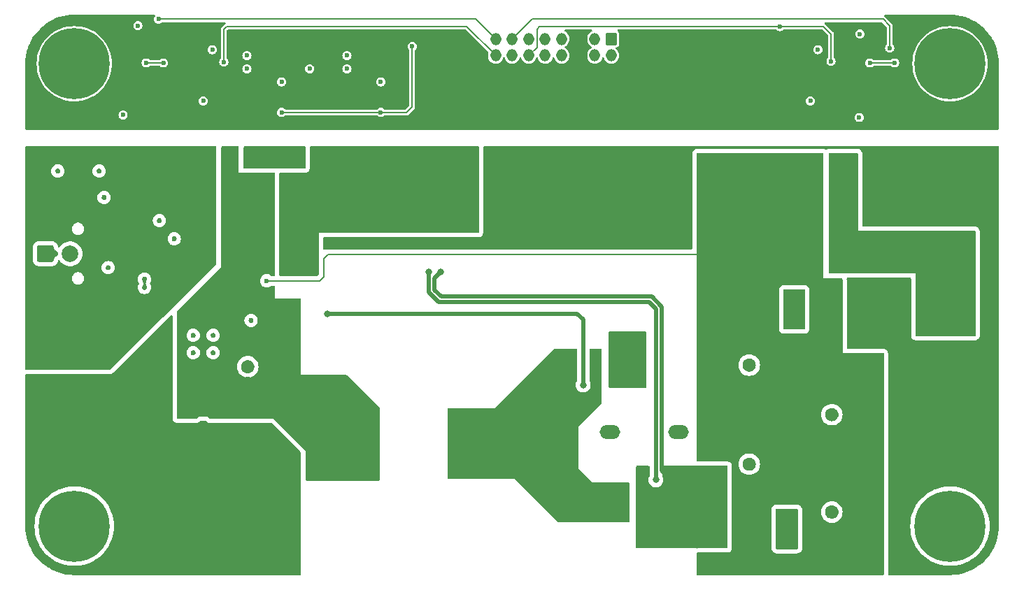
<source format=gbr>
%TF.GenerationSoftware,KiCad,Pcbnew,8.0.4*%
%TF.CreationDate,2024-08-09T15:48:12+02:00*%
%TF.ProjectId,ELE0124CL_power_boost,454c4530-3132-4344-934c-5f706f776572,1.0*%
%TF.SameCoordinates,Original*%
%TF.FileFunction,Copper,L4,Bot*%
%TF.FilePolarity,Positive*%
%FSLAX46Y46*%
G04 Gerber Fmt 4.6, Leading zero omitted, Abs format (unit mm)*
G04 Created by KiCad (PCBNEW 8.0.4) date 2024-08-09 15:48:12*
%MOMM*%
%LPD*%
G01*
G04 APERTURE LIST*
G04 Aperture macros list*
%AMRoundRect*
0 Rectangle with rounded corners*
0 $1 Rounding radius*
0 $2 $3 $4 $5 $6 $7 $8 $9 X,Y pos of 4 corners*
0 Add a 4 corners polygon primitive as box body*
4,1,4,$2,$3,$4,$5,$6,$7,$8,$9,$2,$3,0*
0 Add four circle primitives for the rounded corners*
1,1,$1+$1,$2,$3*
1,1,$1+$1,$4,$5*
1,1,$1+$1,$6,$7*
1,1,$1+$1,$8,$9*
0 Add four rect primitives between the rounded corners*
20,1,$1+$1,$2,$3,$4,$5,0*
20,1,$1+$1,$4,$5,$6,$7,0*
20,1,$1+$1,$6,$7,$8,$9,0*
20,1,$1+$1,$8,$9,$2,$3,0*%
G04 Aperture macros list end*
%TA.AperFunction,ComponentPad*%
%ADD10C,1.600000*%
%TD*%
%TA.AperFunction,ComponentPad*%
%ADD11C,1.200000*%
%TD*%
%TA.AperFunction,ComponentPad*%
%ADD12C,8.600000*%
%TD*%
%TA.AperFunction,ComponentPad*%
%ADD13RoundRect,0.050000X-1.250000X1.250000X-1.250000X-1.250000X1.250000X-1.250000X1.250000X1.250000X0*%
%TD*%
%TA.AperFunction,ComponentPad*%
%ADD14C,2.600000*%
%TD*%
%TA.AperFunction,ComponentPad*%
%ADD15O,2.500000X1.700000*%
%TD*%
%TA.AperFunction,ComponentPad*%
%ADD16RoundRect,0.200000X0.800000X-0.800000X0.800000X0.800000X-0.800000X0.800000X-0.800000X-0.800000X0*%
%TD*%
%TA.AperFunction,ComponentPad*%
%ADD17C,2.000000*%
%TD*%
%TA.AperFunction,ComponentPad*%
%ADD18RoundRect,0.050000X1.250000X-1.250000X1.250000X1.250000X-1.250000X1.250000X-1.250000X-1.250000X0*%
%TD*%
%TA.AperFunction,ComponentPad*%
%ADD19RoundRect,0.043333X-0.606667X0.706667X-0.606667X-0.706667X0.606667X-0.706667X0.606667X0.706667X0*%
%TD*%
%TA.AperFunction,ComponentPad*%
%ADD20O,1.300000X1.500000*%
%TD*%
%TA.AperFunction,ViaPad*%
%ADD21C,0.600000*%
%TD*%
%TA.AperFunction,ViaPad*%
%ADD22C,0.800000*%
%TD*%
%TA.AperFunction,Conductor*%
%ADD23C,0.500000*%
%TD*%
%TA.AperFunction,Conductor*%
%ADD24C,0.200000*%
%TD*%
G04 APERTURE END LIST*
D10*
%TO.P,C2,1*%
%TO.N,/INDUCTOR*%
X92600000Y-109000000D03*
%TO.P,C2,2*%
%TO.N,GND_PWR*%
X92600000Y-111000000D03*
%TD*%
D11*
%TO.P,REF\u002A\u002A,1*%
%TO.N,N/C*%
X179775000Y-123000000D03*
X180719581Y-120719581D03*
X180719581Y-125280419D03*
X183000000Y-119775000D03*
D12*
X183000000Y-123000000D03*
D11*
X183000000Y-126225000D03*
X185280419Y-120719581D03*
X185280419Y-125280419D03*
X186225000Y-123000000D03*
%TD*%
D13*
%TO.P,J3,1,Pin_1*%
%TO.N,+VOUT_OUT*%
X183400000Y-97500000D03*
D14*
%TO.P,J3,2,Pin_2*%
%TO.N,GND_PWR*%
X183400000Y-102500000D03*
%TD*%
D15*
%TO.P,TP6,1,TP*%
%TO.N,/Gate Drivers/G_SENSE_L*%
X141800000Y-111600000D03*
%TD*%
D16*
%TO.P,J1,1*%
%TO.N,GND_PWR*%
X73500000Y-90000000D03*
D17*
%TO.P,J1,2*%
%TO.N,+12V*%
X76500000Y-90000000D03*
%TD*%
D15*
%TO.P,TP5,1,TP*%
%TO.N,/Gate Drivers/G_SENSE_H*%
X150100000Y-111600000D03*
%TD*%
D10*
%TO.P,C1,1*%
%TO.N,/INDUCTOR*%
X98000000Y-105700000D03*
%TO.P,C1,2*%
%TO.N,GND_PWR*%
X98000000Y-103700000D03*
%TD*%
D11*
%TO.P,REF\u002A\u002A,1*%
%TO.N,N/C*%
X73775000Y-67000000D03*
X74719581Y-64719581D03*
X74719581Y-69280419D03*
X77000000Y-63775000D03*
D12*
X77000000Y-67000000D03*
D11*
X77000000Y-70225000D03*
X79280419Y-64719581D03*
X79280419Y-69280419D03*
X80225000Y-67000000D03*
%TD*%
D15*
%TO.P,TP7,1,TP*%
%TO.N,/Gate Drivers/SWITCHING_NODE*%
X135700000Y-113000000D03*
%TD*%
%TO.P,TP8,1,TP*%
%TO.N,GND_PWR*%
X95000000Y-120000000D03*
%TD*%
D10*
%TO.P,C8,1*%
%TO.N,+VOUT*%
X168700000Y-116300000D03*
%TO.P,C8,2*%
%TO.N,GND_PWR*%
X168700000Y-121300000D03*
%TD*%
%TO.P,C11,1*%
%TO.N,+VOUT*%
X158700000Y-110500000D03*
%TO.P,C11,2*%
%TO.N,GND_PWR*%
X158700000Y-115500000D03*
%TD*%
%TO.P,C7,1*%
%TO.N,+VOUT*%
X158700000Y-98500000D03*
%TO.P,C7,2*%
%TO.N,GND_PWR*%
X158700000Y-103500000D03*
%TD*%
D18*
%TO.P,J2,1,Pin_1*%
%TO.N,GND_PWR*%
X76600000Y-107500000D03*
D14*
%TO.P,J2,2,Pin_2*%
%TO.N,+24V_IN*%
X76600000Y-102500000D03*
%TD*%
D11*
%TO.P,REF\u002A\u002A,1*%
%TO.N,N/C*%
X73775000Y-123000000D03*
X74719581Y-120719581D03*
X74719581Y-125280419D03*
X77000000Y-119775000D03*
D12*
X77000000Y-123000000D03*
D11*
X77000000Y-126225000D03*
X79280419Y-120719581D03*
X79280419Y-125280419D03*
X80225000Y-123000000D03*
%TD*%
%TO.P,REF\u002A\u002A,1*%
%TO.N,N/C*%
X179775000Y-67000000D03*
X180719581Y-64719581D03*
X180719581Y-69280419D03*
X183000000Y-63775000D03*
D12*
X183000000Y-67000000D03*
D11*
X183000000Y-70225000D03*
X185280419Y-64719581D03*
X185280419Y-69280419D03*
X186225000Y-67000000D03*
%TD*%
D10*
%TO.P,C9,1*%
%TO.N,+VOUT*%
X168700000Y-104500000D03*
%TO.P,C9,2*%
%TO.N,GND_PWR*%
X168700000Y-109500000D03*
%TD*%
D19*
%TO.P,J4,1,Pin_1*%
%TO.N,/PWM_H1*%
X142000000Y-64000000D03*
D20*
%TO.P,J4,2,Pin_2*%
%TO.N,/PWM_L1*%
X142000000Y-66000000D03*
%TO.P,J4,3,Pin_3*%
%TO.N,unconnected-(J4-Pin_3-Pad3)*%
X140000000Y-64000000D03*
%TO.P,J4,4,Pin_4*%
%TO.N,unconnected-(J4-Pin_4-Pad4)*%
X140000000Y-66000000D03*
%TO.P,J4,5,Pin_5*%
%TO.N,GND*%
X138000000Y-64000000D03*
%TO.P,J4,6,Pin_6*%
X138000000Y-66000000D03*
%TO.P,J4,7,Pin_7*%
%TO.N,+5V*%
X136000000Y-64000000D03*
%TO.P,J4,8,Pin_8*%
%TO.N,/RESET*%
X136000000Y-66000000D03*
%TO.P,J4,9,Pin_9*%
%TO.N,+3V3*%
X134000000Y-64000000D03*
%TO.P,J4,10,Pin_10*%
%TO.N,unconnected-(J4-Pin_10-Pad10)*%
X134000000Y-66000000D03*
%TO.P,J4,11,Pin_11*%
%TO.N,unconnected-(J4-Pin_11-Pad11)*%
X132000000Y-64000000D03*
%TO.P,J4,12,Pin_12*%
%TO.N,/ADC_6*%
X132000000Y-66000000D03*
%TO.P,J4,13,Pin_13*%
%TO.N,/ADC_0*%
X130000000Y-64000000D03*
%TO.P,J4,14,Pin_14*%
%TO.N,unconnected-(J4-Pin_14-Pad14)*%
X130000000Y-66000000D03*
%TO.P,J4,15,Pin_15*%
%TO.N,/ADC_2*%
X128000000Y-64000000D03*
%TO.P,J4,16,Pin_16*%
%TO.N,/ADC_3*%
X128000000Y-66000000D03*
%TD*%
D21*
%TO.N,/Gate Drivers/SWITCHING_NODE*%
X135400000Y-104600000D03*
X135400000Y-103100000D03*
X136700000Y-105300000D03*
X136700000Y-103800000D03*
X136700000Y-102300000D03*
X134000000Y-106000000D03*
X134000000Y-118000000D03*
X139400000Y-120000000D03*
X138000000Y-121200000D03*
X141900000Y-120000000D03*
X143200000Y-121200000D03*
X143200000Y-118800000D03*
X140600000Y-118800000D03*
X138000000Y-118800000D03*
%TO.N,+VOUT*%
X145300000Y-100300000D03*
X142900000Y-100300000D03*
X144100000Y-101600000D03*
X144100000Y-104200000D03*
X145300000Y-102900000D03*
X142900000Y-102900000D03*
X142900000Y-105500000D03*
X145300000Y-105500000D03*
%TO.N,GND_PWR*%
X148600000Y-122700000D03*
X148600000Y-121500000D03*
X148600000Y-120300000D03*
X146000000Y-123300000D03*
X147400000Y-123300000D03*
X147400000Y-120900000D03*
X147400000Y-122100000D03*
X147400000Y-119700000D03*
D22*
%TO.N,/Gate Drivers/G_SENSE_L*%
X147400000Y-117400000D03*
%TO.N,/Gate Drivers/G_SENSE_H*%
X138600000Y-105900000D03*
X107600000Y-97300000D03*
D21*
%TO.N,GND_PWR*%
X146000000Y-86000000D03*
X146000000Y-82000000D03*
X89100000Y-88200000D03*
X173300000Y-99800000D03*
X134000000Y-86000000D03*
X176300000Y-82400000D03*
X163400000Y-98400000D03*
X173400000Y-95000000D03*
X163900000Y-124000000D03*
X126600000Y-88800000D03*
D22*
X121350000Y-92250000D03*
D21*
X163900000Y-122600000D03*
X91400000Y-99900000D03*
X128200000Y-83000000D03*
X75000000Y-80000000D03*
X183000000Y-115000000D03*
X96800000Y-112800000D03*
X99200000Y-112800000D03*
X80000000Y-115000000D03*
X154000000Y-125000000D03*
X134000000Y-82000000D03*
X85500000Y-93100000D03*
X163900000Y-121600000D03*
X154000000Y-124000000D03*
X140000000Y-86000000D03*
X154000000Y-119200000D03*
X124200000Y-88800000D03*
X93000000Y-115000000D03*
X173300000Y-100800000D03*
X140000000Y-82000000D03*
X86000000Y-125000000D03*
X163900000Y-125000000D03*
X86000000Y-115000000D03*
X94000000Y-125000000D03*
X173400000Y-98400000D03*
X98400000Y-98100000D03*
X154000000Y-120200000D03*
X163400000Y-96000000D03*
X173400000Y-97400000D03*
X80600000Y-83200000D03*
X163400000Y-95000000D03*
X183000000Y-110000000D03*
X81100000Y-91700000D03*
X176300000Y-86300000D03*
X86000000Y-120000000D03*
X91400000Y-102000000D03*
X80000000Y-80000000D03*
X173400000Y-96000000D03*
X182100000Y-79900000D03*
X93800000Y-102000000D03*
X85500000Y-94100000D03*
X163400000Y-97400000D03*
X182100000Y-78300000D03*
X93800000Y-99900000D03*
X87300000Y-86000000D03*
X154000000Y-121600000D03*
X154000000Y-122600000D03*
X75000000Y-115000000D03*
%TO.N,/INDUCTOR*%
X95200000Y-80200000D03*
X95200000Y-81600000D03*
X95800000Y-80900000D03*
X96400000Y-80200000D03*
%TO.N,+VOUT*%
X100300000Y-93300000D03*
%TO.N,/INDUCTOR*%
X103000000Y-105800000D03*
X101000000Y-107000000D03*
X103000000Y-108200000D03*
%TO.N,+VOUT*%
X155400000Y-79000000D03*
X160000000Y-81600000D03*
X156500000Y-82900000D03*
X165700000Y-80300000D03*
X160000000Y-79000000D03*
X161100000Y-80300000D03*
X162300000Y-79000000D03*
X153100000Y-81600000D03*
X155400000Y-81600000D03*
X163400000Y-82900000D03*
X157700000Y-81600000D03*
X162300000Y-81600000D03*
X156500000Y-80300000D03*
X154200000Y-80300000D03*
X158800000Y-80300000D03*
X161100000Y-82900000D03*
X165700000Y-82900000D03*
X164600000Y-81600000D03*
X166900000Y-81600000D03*
X163400000Y-80300000D03*
X157700000Y-79000000D03*
X154200000Y-82900000D03*
X158800000Y-82900000D03*
%TO.N,GND*%
X98100000Y-71200000D03*
X84700000Y-66300000D03*
X178000000Y-68100000D03*
X178100000Y-73500000D03*
X171600000Y-65000000D03*
X162900000Y-74400000D03*
X109700000Y-69900000D03*
X89400000Y-74500000D03*
X171000000Y-69800000D03*
X97900000Y-73300000D03*
X105400000Y-66000000D03*
X97700000Y-69200000D03*
X120500000Y-73100000D03*
X89200000Y-73500000D03*
X170600000Y-63500000D03*
X83100000Y-74500000D03*
X89800000Y-66700000D03*
X110000000Y-71200000D03*
X130000000Y-72000000D03*
X89800000Y-68300000D03*
X163100000Y-66700000D03*
X81900000Y-71400000D03*
X163100000Y-68300000D03*
X97100000Y-63500000D03*
X140000000Y-72000000D03*
X171600000Y-66900000D03*
%TO.N,+5V*%
X166100000Y-71500000D03*
X97900000Y-66000000D03*
X110000000Y-66000000D03*
X92605000Y-71500000D03*
X114100000Y-69200000D03*
X105500000Y-67600000D03*
X93705000Y-65300000D03*
X97900000Y-67600000D03*
X102100000Y-69200000D03*
X167000000Y-65300000D03*
X110000000Y-67600000D03*
%TO.N,/Gate Drivers/VBOOT*%
X97900000Y-79300000D03*
X104600000Y-79300000D03*
%TO.N,/INDUCTOR*%
X106400000Y-114000000D03*
X108700000Y-114000000D03*
X107500000Y-112700000D03*
X112100000Y-112700000D03*
X106400000Y-111400000D03*
X113300000Y-111400000D03*
X111000000Y-114000000D03*
X111000000Y-111400000D03*
X113300000Y-114000000D03*
X112100000Y-115200000D03*
X112100000Y-110100000D03*
X107500000Y-110100000D03*
X107500000Y-115200000D03*
X108700000Y-111400000D03*
%TO.N,+12V*%
X111600000Y-87100000D03*
X125400000Y-81700000D03*
X104300000Y-92300000D03*
X102800000Y-92300000D03*
X105800000Y-92300000D03*
X116600000Y-79100000D03*
X124200000Y-83000000D03*
%TO.N,+3V3*%
X172000000Y-73500000D03*
X84700000Y-62400000D03*
X172100000Y-63400000D03*
X82900000Y-73200000D03*
%TO.N,+24V_IN*%
X88400000Y-80200000D03*
X90800000Y-81400000D03*
X86800000Y-80200000D03*
X91600000Y-80200000D03*
X86000000Y-79000000D03*
X89100000Y-93800000D03*
X89200000Y-79000000D03*
X87600000Y-81400000D03*
X92400000Y-81400000D03*
X90000000Y-80200000D03*
X93200000Y-80200000D03*
X89200000Y-81400000D03*
X87600000Y-79000000D03*
X90800000Y-79000000D03*
X86000000Y-81400000D03*
%TO.N,+VOUT_OUT*%
X185300000Y-93300000D03*
X170200000Y-80300000D03*
X170200000Y-82900000D03*
X179600000Y-94600000D03*
X171300000Y-81600000D03*
X184200000Y-94600000D03*
X181900000Y-94600000D03*
X183000000Y-93300000D03*
X179600000Y-92000000D03*
X169000000Y-81600000D03*
X181900000Y-92000000D03*
X183000000Y-90700000D03*
X180700000Y-90700000D03*
X180700000Y-93300000D03*
X185300000Y-90700000D03*
X184200000Y-92000000D03*
X171300000Y-79000000D03*
%TO.N,/ADC_3*%
X95105000Y-66800000D03*
%TO.N,/ADC_2*%
X87200000Y-61600000D03*
%TO.N,/ADC_0*%
X175700000Y-65100000D03*
%TO.N,/RESET*%
X114100000Y-72900000D03*
X117900000Y-64900000D03*
X102100000Y-72900000D03*
%TO.N,/ADC_6*%
X168600000Y-66700000D03*
X162400000Y-62500000D03*
%TO.N,/Gate Drivers/SWITCHING_NODE*%
X125100000Y-114000000D03*
X129700000Y-114000000D03*
X128500000Y-110100000D03*
X123900000Y-115200000D03*
X127400000Y-111400000D03*
X122800000Y-114000000D03*
X129700000Y-111400000D03*
X127400000Y-114000000D03*
X122800000Y-111400000D03*
X128500000Y-115200000D03*
X123900000Y-110100000D03*
X128500000Y-112700000D03*
X125100000Y-111400000D03*
X123900000Y-112700000D03*
D22*
%TO.N,/Gate Drivers/G_SENSE_L*%
X119900000Y-92200000D03*
D21*
%TO.N,Net-(U8A-IN1+)*%
X87800000Y-66900000D03*
X85700000Y-66900000D03*
%TO.N,Net-(U12A-IN1+)*%
X173300000Y-66900000D03*
X176300000Y-66900000D03*
%TO.N,/Gate Drivers/SWITCHING_NODE*%
X140600000Y-121200000D03*
%TD*%
D23*
%TO.N,GND_PWR*%
X148800000Y-118300000D02*
X147400000Y-119700000D01*
X121400000Y-95200000D02*
X146889950Y-95200000D01*
X120600000Y-94400000D02*
X121400000Y-95200000D01*
X146889950Y-95200000D02*
X148100000Y-96410050D01*
X148800000Y-117000000D02*
X148800000Y-118300000D01*
X120600000Y-93000000D02*
X120600000Y-94400000D01*
X121350000Y-92250000D02*
X120600000Y-93000000D01*
X148100000Y-96410050D02*
X148100000Y-116300000D01*
X148100000Y-116300000D02*
X148800000Y-117000000D01*
%TO.N,/Gate Drivers/G_SENSE_L*%
X121110050Y-95900000D02*
X119900000Y-94689950D01*
X119900000Y-94689950D02*
X119900000Y-92200000D01*
X147400000Y-117400000D02*
X147400000Y-96700000D01*
X147400000Y-96700000D02*
X146600000Y-95900000D01*
X146600000Y-95900000D02*
X121110050Y-95900000D01*
D24*
%TO.N,+VOUT*%
X106700000Y-93300000D02*
X100300000Y-93300000D01*
X107200000Y-92800000D02*
X106700000Y-93300000D01*
X107200000Y-90600000D02*
X107200000Y-92800000D01*
X153500000Y-90100000D02*
X107700000Y-90100000D01*
X154200000Y-89400000D02*
X153500000Y-90100000D01*
X107700000Y-90100000D02*
X107200000Y-90600000D01*
X154200000Y-82900000D02*
X154200000Y-89400000D01*
D23*
%TO.N,/Gate Drivers/G_SENSE_H*%
X137900000Y-97300000D02*
X107600000Y-97300000D01*
X138600000Y-98000000D02*
X137900000Y-97300000D01*
X138600000Y-105900000D02*
X138600000Y-98000000D01*
D24*
%TO.N,/ADC_3*%
X95105000Y-66800000D02*
X95105000Y-62800000D01*
X124500000Y-62500000D02*
X128000000Y-66000000D01*
X95405000Y-62500000D02*
X124500000Y-62500000D01*
X95105000Y-62800000D02*
X95405000Y-62500000D01*
%TO.N,/ADC_2*%
X87200000Y-61600000D02*
X125600000Y-61600000D01*
X125600000Y-61600000D02*
X128000000Y-64000000D01*
%TO.N,/ADC_0*%
X174900000Y-61600000D02*
X175700000Y-62400000D01*
X130000000Y-64000000D02*
X132400000Y-61600000D01*
X132400000Y-61600000D02*
X174900000Y-61600000D01*
X175700000Y-62400000D02*
X175700000Y-65100000D01*
%TO.N,/RESET*%
X117200000Y-72900000D02*
X114100000Y-72900000D01*
X117900000Y-64900000D02*
X117900000Y-72200000D01*
X117900000Y-72200000D02*
X117200000Y-72900000D01*
X102100000Y-72900000D02*
X114100000Y-72900000D01*
%TO.N,/ADC_6*%
X167700000Y-62500000D02*
X168600000Y-63400000D01*
X133000000Y-65000000D02*
X133000000Y-62800000D01*
X163800000Y-62500000D02*
X167700000Y-62500000D01*
X132000000Y-66000000D02*
X133000000Y-65000000D01*
X133300000Y-62500000D02*
X163800000Y-62500000D01*
X133000000Y-62800000D02*
X133300000Y-62500000D01*
X168600000Y-63400000D02*
X168600000Y-66700000D01*
%TO.N,Net-(U8A-IN1+)*%
X85700000Y-66900000D02*
X87800000Y-66900000D01*
%TO.N,Net-(U12A-IN1+)*%
X173300000Y-66900000D02*
X176300000Y-66900000D01*
%TD*%
%TA.AperFunction,Conductor*%
%TO.N,/INDUCTOR*%
G36*
X97160858Y-104700045D02*
G01*
X97160861Y-104700047D01*
X97347266Y-104830568D01*
X97553504Y-104926739D01*
X97773308Y-104985635D01*
X97935230Y-104999801D01*
X97999998Y-105005468D01*
X98000000Y-105005468D01*
X98000002Y-105005468D01*
X98056673Y-105000509D01*
X98226692Y-104985635D01*
X98446496Y-104926739D01*
X98652734Y-104830568D01*
X98839139Y-104700047D01*
X98839186Y-104700000D01*
X104400000Y-104700000D01*
X109948638Y-104700000D01*
X110015677Y-104719685D01*
X110036319Y-104736319D01*
X113963681Y-108663681D01*
X113997166Y-108725004D01*
X114000000Y-108751362D01*
X114000000Y-117376000D01*
X113980315Y-117443039D01*
X113927511Y-117488794D01*
X113876000Y-117500000D01*
X105124000Y-117500000D01*
X105056961Y-117480315D01*
X105011206Y-117427511D01*
X105000000Y-117376000D01*
X105000000Y-113900000D01*
X101100000Y-110000000D01*
X93478303Y-110000000D01*
X93411264Y-109980315D01*
X93407180Y-109977575D01*
X93252734Y-109869432D01*
X93252732Y-109869431D01*
X93046497Y-109773261D01*
X93046488Y-109773258D01*
X92826697Y-109714366D01*
X92826693Y-109714365D01*
X92826692Y-109714365D01*
X92826691Y-109714364D01*
X92826686Y-109714364D01*
X92600002Y-109694532D01*
X92599998Y-109694532D01*
X92373313Y-109714364D01*
X92373302Y-109714366D01*
X92153511Y-109773258D01*
X92153502Y-109773261D01*
X91947267Y-109869431D01*
X91947265Y-109869432D01*
X91792820Y-109977575D01*
X91726613Y-109999902D01*
X91721697Y-110000000D01*
X89524000Y-110000000D01*
X89456961Y-109980315D01*
X89411206Y-109927511D01*
X89400000Y-109876000D01*
X89400000Y-104700000D01*
X97160813Y-104700000D01*
X97160858Y-104700045D01*
G37*
%TD.AperFunction*%
%TD*%
%TA.AperFunction,Conductor*%
%TO.N,GND_PWR*%
G36*
X88814285Y-97458201D02*
G01*
X88870055Y-97500289D01*
X88894218Y-97565848D01*
X88894500Y-97574213D01*
X88894500Y-98099996D01*
X88894500Y-99899996D01*
X88894500Y-101999996D01*
X88894500Y-103699998D01*
X88894500Y-109876000D01*
X88894501Y-109876009D01*
X88906052Y-109983450D01*
X88906054Y-109983462D01*
X88917260Y-110034972D01*
X88951383Y-110137497D01*
X88951386Y-110137503D01*
X89029171Y-110258537D01*
X89029179Y-110258548D01*
X89074923Y-110311340D01*
X89074926Y-110311343D01*
X89074930Y-110311347D01*
X89183664Y-110405567D01*
X89183667Y-110405568D01*
X89183668Y-110405569D01*
X89300899Y-110459108D01*
X89314541Y-110465338D01*
X89381580Y-110485023D01*
X89381584Y-110485024D01*
X89524000Y-110505500D01*
X89524003Y-110505500D01*
X91721690Y-110505500D01*
X91721697Y-110505500D01*
X91731772Y-110505400D01*
X91736688Y-110505302D01*
X91746653Y-110505005D01*
X91888145Y-110478898D01*
X91888149Y-110478896D01*
X91888152Y-110478896D01*
X91946830Y-110459108D01*
X91947636Y-110458892D01*
X91954352Y-110456570D01*
X91954357Y-110456570D01*
X92082762Y-110391657D01*
X92192093Y-110315102D01*
X92210810Y-110304295D01*
X92226252Y-110297094D01*
X92254617Y-110283866D01*
X92323694Y-110273374D01*
X92339110Y-110276471D01*
X92373308Y-110285635D01*
X92535230Y-110299801D01*
X92599998Y-110305468D01*
X92600000Y-110305468D01*
X92600002Y-110305468D01*
X92656673Y-110300509D01*
X92826692Y-110285635D01*
X92860881Y-110276474D01*
X92930730Y-110278137D01*
X92945379Y-110283867D01*
X92975764Y-110298036D01*
X92989185Y-110304294D01*
X93007903Y-110315101D01*
X93117241Y-110391660D01*
X93125538Y-110397346D01*
X93129617Y-110400083D01*
X93129631Y-110400092D01*
X93137967Y-110405567D01*
X93268844Y-110465338D01*
X93335883Y-110485023D01*
X93335887Y-110485024D01*
X93478303Y-110505500D01*
X100839254Y-110505500D01*
X100906293Y-110525185D01*
X100926935Y-110541819D01*
X104363681Y-113978565D01*
X104397166Y-114039888D01*
X104400000Y-114066246D01*
X104400000Y-128815500D01*
X104380315Y-128882539D01*
X104327511Y-128928294D01*
X104276000Y-128939500D01*
X77002425Y-128939500D01*
X76997557Y-128939404D01*
X76538859Y-128921382D01*
X76529152Y-128920618D01*
X76075695Y-128866947D01*
X76066079Y-128865424D01*
X75618230Y-128776341D01*
X75608762Y-128774068D01*
X75169291Y-128650124D01*
X75160031Y-128647116D01*
X74731621Y-128489067D01*
X74722626Y-128485341D01*
X74307938Y-128294168D01*
X74299277Y-128289755D01*
X73900854Y-128066627D01*
X73892573Y-128061552D01*
X73864830Y-128043015D01*
X73512899Y-127807862D01*
X73505022Y-127802139D01*
X73219623Y-127577149D01*
X73146423Y-127519442D01*
X73139023Y-127513122D01*
X73074849Y-127453800D01*
X72803709Y-127203161D01*
X72796838Y-127196290D01*
X72486872Y-126860970D01*
X72480554Y-126853573D01*
X72404394Y-126756965D01*
X72197857Y-126494974D01*
X72192137Y-126487100D01*
X72182898Y-126473273D01*
X71938442Y-126107417D01*
X71933376Y-126099152D01*
X71710239Y-125700713D01*
X71705831Y-125692061D01*
X71702351Y-125684513D01*
X71514658Y-125277373D01*
X71510932Y-125268378D01*
X71352883Y-124839968D01*
X71349875Y-124830708D01*
X71322840Y-124734848D01*
X71225930Y-124391233D01*
X71223658Y-124381769D01*
X71196558Y-124245530D01*
X71134574Y-123933914D01*
X71133052Y-123924304D01*
X71079379Y-123470828D01*
X71078618Y-123461158D01*
X71060596Y-123002443D01*
X71060548Y-122999996D01*
X72194661Y-122999996D01*
X72194661Y-123000003D01*
X72214005Y-123430737D01*
X72214005Y-123430745D01*
X72214006Y-123430747D01*
X72219438Y-123470847D01*
X72271885Y-123858027D01*
X72367830Y-124278391D01*
X72501073Y-124688472D01*
X72501076Y-124688480D01*
X72670533Y-125084947D01*
X72670537Y-125084955D01*
X72738647Y-125211523D01*
X72874863Y-125464655D01*
X72874867Y-125464661D01*
X72874867Y-125464662D01*
X73112394Y-125824501D01*
X73112404Y-125824514D01*
X73381225Y-126161607D01*
X73381235Y-126161618D01*
X73381236Y-126161619D01*
X73679210Y-126473274D01*
X74003920Y-126756965D01*
X74003930Y-126756972D01*
X74003931Y-126756973D01*
X74339524Y-127000796D01*
X74352753Y-127010407D01*
X74722900Y-127231560D01*
X74722903Y-127231561D01*
X74722904Y-127231562D01*
X74722906Y-127231563D01*
X75111372Y-127418639D01*
X75111386Y-127418645D01*
X75515055Y-127570144D01*
X75515059Y-127570145D01*
X75515069Y-127570149D01*
X75930711Y-127684859D01*
X76354964Y-127761850D01*
X76784409Y-127800500D01*
X76784416Y-127800500D01*
X77215584Y-127800500D01*
X77215591Y-127800500D01*
X77645036Y-127761850D01*
X78069289Y-127684859D01*
X78484931Y-127570149D01*
X78888619Y-127418643D01*
X79277100Y-127231560D01*
X79647247Y-127010407D01*
X79996080Y-126756965D01*
X80320790Y-126473274D01*
X80618764Y-126161619D01*
X80651922Y-126120041D01*
X80887595Y-125824514D01*
X80887601Y-125824507D01*
X81125137Y-125464655D01*
X81329461Y-125084958D01*
X81498926Y-124688475D01*
X81632168Y-124278397D01*
X81728115Y-123858026D01*
X81785994Y-123430747D01*
X81805339Y-123000000D01*
X81804666Y-122985024D01*
X81797306Y-122821123D01*
X81785994Y-122569253D01*
X81728115Y-122141974D01*
X81632168Y-121721603D01*
X81498926Y-121311525D01*
X81395276Y-121069024D01*
X81329466Y-120915052D01*
X81329462Y-120915044D01*
X81321894Y-120900981D01*
X81125137Y-120535345D01*
X81125132Y-120535337D01*
X80887605Y-120175498D01*
X80887595Y-120175485D01*
X80618774Y-119838392D01*
X80618762Y-119838379D01*
X80320794Y-119526730D01*
X80320793Y-119526729D01*
X80320790Y-119526726D01*
X79996080Y-119243035D01*
X79996068Y-119243026D01*
X79647256Y-118989599D01*
X79647251Y-118989596D01*
X79647247Y-118989593D01*
X79277100Y-118768440D01*
X79277095Y-118768437D01*
X79277093Y-118768436D01*
X78888627Y-118581360D01*
X78888613Y-118581354D01*
X78484944Y-118429855D01*
X78484919Y-118429847D01*
X78069295Y-118315142D01*
X77645043Y-118238151D01*
X77645040Y-118238150D01*
X77645036Y-118238150D01*
X77215591Y-118199500D01*
X76784409Y-118199500D01*
X76354964Y-118238150D01*
X76354960Y-118238150D01*
X76354956Y-118238151D01*
X75930704Y-118315142D01*
X75515080Y-118429847D01*
X75515055Y-118429855D01*
X75111386Y-118581354D01*
X75111372Y-118581360D01*
X74722906Y-118768436D01*
X74722904Y-118768437D01*
X74352743Y-118989599D01*
X74003931Y-119243026D01*
X74003914Y-119243039D01*
X73679210Y-119526726D01*
X73679205Y-119526730D01*
X73381237Y-119838379D01*
X73381225Y-119838392D01*
X73112404Y-120175485D01*
X73112394Y-120175498D01*
X72874867Y-120535337D01*
X72874867Y-120535338D01*
X72874864Y-120535343D01*
X72874863Y-120535345D01*
X72864462Y-120554673D01*
X72670537Y-120915044D01*
X72670533Y-120915052D01*
X72501076Y-121311519D01*
X72501073Y-121311527D01*
X72367830Y-121721608D01*
X72271885Y-122141972D01*
X72214006Y-122569253D01*
X72214005Y-122569262D01*
X72194661Y-122999996D01*
X71060548Y-122999996D01*
X71060500Y-122997575D01*
X71060500Y-104729500D01*
X71080185Y-104662461D01*
X71132989Y-104616706D01*
X71184500Y-104605500D01*
X81248908Y-104605500D01*
X81248920Y-104605500D01*
X81301976Y-104602708D01*
X81327862Y-104599976D01*
X81380334Y-104591630D01*
X81380340Y-104591627D01*
X81380347Y-104591626D01*
X81451673Y-104565338D01*
X81515338Y-104541874D01*
X81576791Y-104508628D01*
X81692308Y-104422853D01*
X88683162Y-97486190D01*
X88744614Y-97452945D01*
X88814285Y-97458201D01*
G37*
%TD.AperFunction*%
%TA.AperFunction,Conductor*%
G36*
X188882539Y-77019685D02*
G01*
X188928294Y-77072489D01*
X188939500Y-77124000D01*
X188939500Y-122997575D01*
X188939404Y-123002443D01*
X188921382Y-123461140D01*
X188920618Y-123470847D01*
X188866947Y-123924304D01*
X188865424Y-123933920D01*
X188776341Y-124381769D01*
X188774068Y-124391237D01*
X188650124Y-124830708D01*
X188647116Y-124839968D01*
X188489067Y-125268378D01*
X188485341Y-125277373D01*
X188294168Y-125692061D01*
X188289749Y-125700732D01*
X188066633Y-126099133D01*
X188061552Y-126107426D01*
X187807862Y-126487100D01*
X187802139Y-126494977D01*
X187519445Y-126853573D01*
X187513122Y-126860976D01*
X187203168Y-127196283D01*
X187196283Y-127203168D01*
X186860976Y-127513122D01*
X186853573Y-127519445D01*
X186494977Y-127802139D01*
X186487100Y-127807862D01*
X186107426Y-128061552D01*
X186099133Y-128066633D01*
X185714014Y-128282312D01*
X185700736Y-128289748D01*
X185692061Y-128294168D01*
X185277373Y-128485341D01*
X185268378Y-128489067D01*
X184839968Y-128647116D01*
X184830708Y-128650124D01*
X184391237Y-128774068D01*
X184381769Y-128776341D01*
X183933920Y-128865424D01*
X183924304Y-128866947D01*
X183470847Y-128920618D01*
X183461140Y-128921382D01*
X183002443Y-128939404D01*
X182997575Y-128939500D01*
X175629500Y-128939500D01*
X175562461Y-128919815D01*
X175516706Y-128867011D01*
X175505500Y-128815500D01*
X175505500Y-122999996D01*
X178194661Y-122999996D01*
X178194661Y-123000003D01*
X178214005Y-123430737D01*
X178214005Y-123430745D01*
X178214006Y-123430747D01*
X178219438Y-123470847D01*
X178271885Y-123858027D01*
X178367830Y-124278391D01*
X178501073Y-124688472D01*
X178501076Y-124688480D01*
X178670533Y-125084947D01*
X178670537Y-125084955D01*
X178738647Y-125211523D01*
X178874863Y-125464655D01*
X178874867Y-125464661D01*
X178874867Y-125464662D01*
X179112394Y-125824501D01*
X179112404Y-125824514D01*
X179381225Y-126161607D01*
X179381235Y-126161618D01*
X179381236Y-126161619D01*
X179679210Y-126473274D01*
X180003920Y-126756965D01*
X180003930Y-126756972D01*
X180003931Y-126756973D01*
X180339524Y-127000796D01*
X180352753Y-127010407D01*
X180722900Y-127231560D01*
X180722903Y-127231561D01*
X180722904Y-127231562D01*
X180722906Y-127231563D01*
X181111372Y-127418639D01*
X181111386Y-127418645D01*
X181515055Y-127570144D01*
X181515059Y-127570145D01*
X181515069Y-127570149D01*
X181930711Y-127684859D01*
X182354964Y-127761850D01*
X182784409Y-127800500D01*
X182784416Y-127800500D01*
X183215584Y-127800500D01*
X183215591Y-127800500D01*
X183645036Y-127761850D01*
X184069289Y-127684859D01*
X184484931Y-127570149D01*
X184888619Y-127418643D01*
X185277100Y-127231560D01*
X185647247Y-127010407D01*
X185996080Y-126756965D01*
X186320790Y-126473274D01*
X186618764Y-126161619D01*
X186651922Y-126120041D01*
X186887595Y-125824514D01*
X186887601Y-125824507D01*
X187125137Y-125464655D01*
X187329461Y-125084958D01*
X187498926Y-124688475D01*
X187632168Y-124278397D01*
X187728115Y-123858026D01*
X187785994Y-123430747D01*
X187805339Y-123000000D01*
X187804666Y-122985024D01*
X187797306Y-122821123D01*
X187785994Y-122569253D01*
X187728115Y-122141974D01*
X187632168Y-121721603D01*
X187498926Y-121311525D01*
X187395276Y-121069024D01*
X187329466Y-120915052D01*
X187329462Y-120915044D01*
X187321894Y-120900981D01*
X187125137Y-120535345D01*
X187125132Y-120535337D01*
X186887605Y-120175498D01*
X186887595Y-120175485D01*
X186618774Y-119838392D01*
X186618762Y-119838379D01*
X186320794Y-119526730D01*
X186320793Y-119526729D01*
X186320790Y-119526726D01*
X185996080Y-119243035D01*
X185996068Y-119243026D01*
X185647256Y-118989599D01*
X185647251Y-118989596D01*
X185647247Y-118989593D01*
X185277100Y-118768440D01*
X185277095Y-118768437D01*
X185277093Y-118768436D01*
X184888627Y-118581360D01*
X184888613Y-118581354D01*
X184484944Y-118429855D01*
X184484919Y-118429847D01*
X184069295Y-118315142D01*
X183645043Y-118238151D01*
X183645040Y-118238150D01*
X183645036Y-118238150D01*
X183215591Y-118199500D01*
X182784409Y-118199500D01*
X182354964Y-118238150D01*
X182354960Y-118238150D01*
X182354956Y-118238151D01*
X181930704Y-118315142D01*
X181515080Y-118429847D01*
X181515055Y-118429855D01*
X181111386Y-118581354D01*
X181111372Y-118581360D01*
X180722906Y-118768436D01*
X180722904Y-118768437D01*
X180352743Y-118989599D01*
X180003931Y-119243026D01*
X180003914Y-119243039D01*
X179679210Y-119526726D01*
X179679205Y-119526730D01*
X179381237Y-119838379D01*
X179381225Y-119838392D01*
X179112404Y-120175485D01*
X179112394Y-120175498D01*
X178874867Y-120535337D01*
X178874867Y-120535338D01*
X178874864Y-120535343D01*
X178874863Y-120535345D01*
X178864462Y-120554673D01*
X178670537Y-120915044D01*
X178670533Y-120915052D01*
X178501076Y-121311519D01*
X178501073Y-121311527D01*
X178367830Y-121721608D01*
X178271885Y-122141972D01*
X178214006Y-122569253D01*
X178214005Y-122569262D01*
X178194661Y-122999996D01*
X175505500Y-122999996D01*
X175505500Y-102124010D01*
X175505500Y-102124000D01*
X175493947Y-102016544D01*
X175482741Y-101965033D01*
X175472393Y-101933942D01*
X175448616Y-101862502D01*
X175448613Y-101862496D01*
X175370828Y-101741462D01*
X175370825Y-101741457D01*
X175369533Y-101739966D01*
X175325076Y-101688659D01*
X175325072Y-101688656D01*
X175325070Y-101688653D01*
X175216336Y-101594433D01*
X175216333Y-101594431D01*
X175216331Y-101594430D01*
X175085465Y-101534664D01*
X175085460Y-101534662D01*
X175085459Y-101534662D01*
X175018420Y-101514977D01*
X175018422Y-101514977D01*
X175018417Y-101514976D01*
X174970944Y-101508150D01*
X174876000Y-101494500D01*
X174875998Y-101494500D01*
X170629500Y-101494500D01*
X170562461Y-101474815D01*
X170516706Y-101422011D01*
X170505500Y-101370500D01*
X170505500Y-93124010D01*
X170505500Y-93124000D01*
X170496765Y-93042754D01*
X170509170Y-92973996D01*
X170556780Y-92922858D01*
X170620054Y-92905500D01*
X178170500Y-92905500D01*
X178237539Y-92925185D01*
X178283294Y-92977989D01*
X178294500Y-93029500D01*
X178294500Y-99876000D01*
X178294501Y-99876009D01*
X178306052Y-99983450D01*
X178306054Y-99983462D01*
X178317260Y-100034972D01*
X178351383Y-100137497D01*
X178351386Y-100137503D01*
X178429171Y-100258537D01*
X178429179Y-100258548D01*
X178474923Y-100311340D01*
X178474926Y-100311343D01*
X178474930Y-100311347D01*
X178583664Y-100405567D01*
X178583667Y-100405568D01*
X178583668Y-100405569D01*
X178677925Y-100448616D01*
X178714541Y-100465338D01*
X178781580Y-100485023D01*
X178781584Y-100485024D01*
X178924000Y-100505500D01*
X178924003Y-100505500D01*
X185975990Y-100505500D01*
X185976000Y-100505500D01*
X186083456Y-100493947D01*
X186134967Y-100482741D01*
X186169197Y-100471347D01*
X186237497Y-100448616D01*
X186237501Y-100448613D01*
X186237504Y-100448613D01*
X186358543Y-100370825D01*
X186411347Y-100325070D01*
X186505567Y-100216336D01*
X186565338Y-100085459D01*
X186585023Y-100018420D01*
X186585024Y-100018416D01*
X186605500Y-99876000D01*
X186605500Y-87324000D01*
X186593947Y-87216544D01*
X186582741Y-87165033D01*
X186582637Y-87164722D01*
X186548616Y-87062502D01*
X186548613Y-87062496D01*
X186470828Y-86941462D01*
X186470825Y-86941457D01*
X186470820Y-86941451D01*
X186425076Y-86888659D01*
X186425072Y-86888656D01*
X186425070Y-86888653D01*
X186316336Y-86794433D01*
X186316333Y-86794431D01*
X186316331Y-86794430D01*
X186185465Y-86734664D01*
X186185460Y-86734662D01*
X186185459Y-86734662D01*
X186118420Y-86714977D01*
X186118422Y-86714977D01*
X186118417Y-86714976D01*
X186070944Y-86708150D01*
X185976000Y-86694500D01*
X185975998Y-86694500D01*
X172529500Y-86694500D01*
X172462461Y-86674815D01*
X172416706Y-86622011D01*
X172405500Y-86570500D01*
X172405500Y-77924010D01*
X172405500Y-77924000D01*
X172393947Y-77816544D01*
X172382741Y-77765033D01*
X172382637Y-77764722D01*
X172348616Y-77662502D01*
X172348613Y-77662496D01*
X172270828Y-77541462D01*
X172270825Y-77541457D01*
X172270820Y-77541451D01*
X172225076Y-77488659D01*
X172225072Y-77488656D01*
X172225070Y-77488653D01*
X172116336Y-77394433D01*
X172116333Y-77394431D01*
X172116331Y-77394430D01*
X171985465Y-77334664D01*
X171985460Y-77334662D01*
X171985459Y-77334662D01*
X171918420Y-77314977D01*
X171918422Y-77314977D01*
X171918417Y-77314976D01*
X171856347Y-77306052D01*
X171776000Y-77294500D01*
X168424000Y-77294500D01*
X168423991Y-77294500D01*
X168423990Y-77294501D01*
X168316549Y-77306052D01*
X168316537Y-77306054D01*
X168265027Y-77317260D01*
X168162502Y-77351383D01*
X168162498Y-77351385D01*
X168070726Y-77410364D01*
X168003687Y-77430048D01*
X167936647Y-77410363D01*
X167922483Y-77399759D01*
X167916339Y-77394435D01*
X167916331Y-77394430D01*
X167785465Y-77334664D01*
X167785460Y-77334662D01*
X167785459Y-77334662D01*
X167718420Y-77314977D01*
X167718422Y-77314977D01*
X167718417Y-77314976D01*
X167656347Y-77306052D01*
X167576000Y-77294500D01*
X152424000Y-77294500D01*
X152423991Y-77294500D01*
X152423990Y-77294501D01*
X152316549Y-77306052D01*
X152316537Y-77306054D01*
X152265027Y-77317260D01*
X152162502Y-77351383D01*
X152162496Y-77351386D01*
X152041462Y-77429171D01*
X152041451Y-77429179D01*
X151988659Y-77474923D01*
X151894433Y-77583664D01*
X151894430Y-77583668D01*
X151834664Y-77714534D01*
X151814976Y-77781582D01*
X151809949Y-77816549D01*
X151794502Y-77923990D01*
X151794500Y-77924001D01*
X151794500Y-89375500D01*
X151774815Y-89442539D01*
X151722011Y-89488294D01*
X151670500Y-89499500D01*
X107786670Y-89499500D01*
X107786654Y-89499499D01*
X107779058Y-89499499D01*
X107620943Y-89499499D01*
X107616653Y-89499499D01*
X107609011Y-89500000D01*
X107229500Y-89500000D01*
X107162461Y-89480315D01*
X107116706Y-89427511D01*
X107105500Y-89376000D01*
X107105500Y-88129500D01*
X107125185Y-88062461D01*
X107177989Y-88016706D01*
X107229500Y-88005500D01*
X125875990Y-88005500D01*
X125876000Y-88005500D01*
X125983456Y-87993947D01*
X126034967Y-87982741D01*
X126079554Y-87967901D01*
X126137497Y-87948616D01*
X126137501Y-87948613D01*
X126137504Y-87948613D01*
X126258543Y-87870825D01*
X126311347Y-87825070D01*
X126405567Y-87716336D01*
X126465338Y-87585459D01*
X126485023Y-87518420D01*
X126485024Y-87518416D01*
X126505500Y-87376000D01*
X126505500Y-77124000D01*
X126525185Y-77056961D01*
X126577989Y-77011206D01*
X126629500Y-77000000D01*
X188815500Y-77000000D01*
X188882539Y-77019685D01*
G37*
%TD.AperFunction*%
%TA.AperFunction,Conductor*%
G36*
X152371021Y-125705695D02*
G01*
X152339455Y-125700000D01*
X152424000Y-125700000D01*
X152371021Y-125705695D01*
G37*
%TD.AperFunction*%
%TA.AperFunction,Conductor*%
G36*
X168827770Y-120513139D02*
G01*
X168849046Y-120516890D01*
X168962463Y-120547280D01*
X168982772Y-120554673D01*
X169089185Y-120604294D01*
X169107898Y-120615097D01*
X169204089Y-120682450D01*
X169220647Y-120696344D01*
X169303650Y-120779347D01*
X169317543Y-120795904D01*
X169384899Y-120892097D01*
X169395704Y-120910812D01*
X169432875Y-120990525D01*
X169445323Y-121017220D01*
X169452716Y-121037531D01*
X169483105Y-121150947D01*
X169486858Y-121172232D01*
X169497091Y-121289191D01*
X169497091Y-121310807D01*
X169486858Y-121427766D01*
X169483105Y-121449051D01*
X169452716Y-121562467D01*
X169445323Y-121582779D01*
X169395705Y-121689185D01*
X169384898Y-121707903D01*
X169317550Y-121804086D01*
X169303656Y-121820644D01*
X169220644Y-121903656D01*
X169204086Y-121917550D01*
X169107903Y-121984898D01*
X169089184Y-121995705D01*
X168982779Y-122045322D01*
X168962468Y-122052715D01*
X168849054Y-122083104D01*
X168827768Y-122086857D01*
X168712612Y-122096932D01*
X168712565Y-122096936D01*
X168710751Y-122097094D01*
X168689191Y-122097091D01*
X168682702Y-122096523D01*
X168682653Y-122096518D01*
X168572229Y-122086857D01*
X168550944Y-122083104D01*
X168437530Y-122052715D01*
X168417224Y-122045325D01*
X168310804Y-121995700D01*
X168292097Y-121984899D01*
X168195904Y-121917543D01*
X168179347Y-121903650D01*
X168096344Y-121820647D01*
X168082450Y-121804089D01*
X168024697Y-121721608D01*
X168015097Y-121707898D01*
X168004294Y-121689185D01*
X167954673Y-121582772D01*
X167947280Y-121562462D01*
X167916890Y-121449046D01*
X167913139Y-121427766D01*
X167902907Y-121310800D01*
X167902907Y-121289191D01*
X167913139Y-121172231D01*
X167916890Y-121150952D01*
X167947281Y-121037530D01*
X167954673Y-121017225D01*
X167970922Y-120982379D01*
X168004297Y-120910805D01*
X168015094Y-120892103D01*
X168082454Y-120795902D01*
X168096338Y-120779356D01*
X168179356Y-120696338D01*
X168195902Y-120682454D01*
X168292103Y-120615094D01*
X168310805Y-120604297D01*
X168417225Y-120554673D01*
X168437530Y-120547281D01*
X168550952Y-120516890D01*
X168572225Y-120513139D01*
X168689197Y-120502907D01*
X168710801Y-120502907D01*
X168827770Y-120513139D01*
G37*
%TD.AperFunction*%
%TA.AperFunction,Conductor*%
G36*
X158827770Y-114713139D02*
G01*
X158849046Y-114716890D01*
X158962463Y-114747280D01*
X158982772Y-114754673D01*
X159089185Y-114804294D01*
X159107898Y-114815097D01*
X159204089Y-114882450D01*
X159220647Y-114896344D01*
X159303650Y-114979347D01*
X159317543Y-114995904D01*
X159384899Y-115092097D01*
X159395707Y-115110817D01*
X159445323Y-115217220D01*
X159452716Y-115237531D01*
X159483105Y-115350947D01*
X159486858Y-115372232D01*
X159497091Y-115489191D01*
X159497091Y-115510807D01*
X159486858Y-115627766D01*
X159483105Y-115649051D01*
X159452716Y-115762467D01*
X159445326Y-115782772D01*
X159426150Y-115823895D01*
X159395705Y-115889185D01*
X159384898Y-115907903D01*
X159317550Y-116004086D01*
X159303656Y-116020644D01*
X159220644Y-116103656D01*
X159204086Y-116117550D01*
X159107903Y-116184898D01*
X159089184Y-116195705D01*
X158982779Y-116245322D01*
X158962468Y-116252715D01*
X158849054Y-116283104D01*
X158827768Y-116286857D01*
X158712612Y-116296932D01*
X158712565Y-116296936D01*
X158710751Y-116297094D01*
X158689191Y-116297091D01*
X158682702Y-116296523D01*
X158682653Y-116296518D01*
X158572229Y-116286857D01*
X158550944Y-116283104D01*
X158437530Y-116252715D01*
X158417224Y-116245325D01*
X158310804Y-116195700D01*
X158292097Y-116184899D01*
X158195904Y-116117543D01*
X158179347Y-116103650D01*
X158096344Y-116020647D01*
X158082450Y-116004089D01*
X158082448Y-116004086D01*
X158015097Y-115907898D01*
X158004294Y-115889185D01*
X157954673Y-115782772D01*
X157947280Y-115762462D01*
X157935437Y-115718262D01*
X157916890Y-115649046D01*
X157913139Y-115627766D01*
X157910716Y-115600067D01*
X157902907Y-115510800D01*
X157902907Y-115489191D01*
X157913139Y-115372225D01*
X157916890Y-115350952D01*
X157947281Y-115237530D01*
X157954673Y-115217225D01*
X158004292Y-115110817D01*
X158004297Y-115110805D01*
X158015094Y-115092103D01*
X158082454Y-114995902D01*
X158096338Y-114979356D01*
X158179356Y-114896338D01*
X158195902Y-114882454D01*
X158292103Y-114815094D01*
X158310805Y-114804297D01*
X158417225Y-114754673D01*
X158437530Y-114747281D01*
X158550952Y-114716890D01*
X158572225Y-114713139D01*
X158689197Y-114702907D01*
X158710801Y-114702907D01*
X158827770Y-114713139D01*
G37*
%TD.AperFunction*%
%TA.AperFunction,Conductor*%
G36*
X152424000Y-115700000D02*
G01*
X152323523Y-115700000D01*
X152333012Y-115694818D01*
X152377019Y-115693245D01*
X152424000Y-115700000D01*
G37*
%TD.AperFunction*%
%TA.AperFunction,Conductor*%
G36*
X168827770Y-108713139D02*
G01*
X168849046Y-108716890D01*
X168962463Y-108747280D01*
X168982772Y-108754673D01*
X169089185Y-108804294D01*
X169107898Y-108815097D01*
X169204089Y-108882450D01*
X169220647Y-108896344D01*
X169303650Y-108979347D01*
X169317543Y-108995904D01*
X169384899Y-109092097D01*
X169395707Y-109110817D01*
X169445323Y-109217220D01*
X169452716Y-109237531D01*
X169483105Y-109350947D01*
X169486858Y-109372232D01*
X169497091Y-109489191D01*
X169497091Y-109510807D01*
X169486858Y-109627766D01*
X169483105Y-109649051D01*
X169452716Y-109762467D01*
X169445323Y-109782779D01*
X169395705Y-109889185D01*
X169384898Y-109907903D01*
X169317550Y-110004086D01*
X169303656Y-110020644D01*
X169220644Y-110103656D01*
X169204086Y-110117550D01*
X169107903Y-110184898D01*
X169089184Y-110195705D01*
X168982779Y-110245322D01*
X168962468Y-110252715D01*
X168849054Y-110283104D01*
X168827768Y-110286857D01*
X168712612Y-110296932D01*
X168712565Y-110296936D01*
X168710751Y-110297094D01*
X168689191Y-110297091D01*
X168682702Y-110296523D01*
X168682653Y-110296518D01*
X168572229Y-110286857D01*
X168550944Y-110283104D01*
X168437530Y-110252715D01*
X168417224Y-110245325D01*
X168310804Y-110195700D01*
X168292097Y-110184899D01*
X168195904Y-110117543D01*
X168179347Y-110103650D01*
X168096344Y-110020647D01*
X168082450Y-110004089D01*
X168067999Y-109983450D01*
X168015097Y-109907898D01*
X168004294Y-109889185D01*
X167954673Y-109782772D01*
X167947280Y-109762462D01*
X167916890Y-109649046D01*
X167913139Y-109627766D01*
X167902907Y-109510800D01*
X167902907Y-109489191D01*
X167913139Y-109372231D01*
X167916890Y-109350952D01*
X167947281Y-109237530D01*
X167954673Y-109217225D01*
X168004292Y-109110817D01*
X168004297Y-109110805D01*
X168015094Y-109092103D01*
X168082454Y-108995902D01*
X168096338Y-108979356D01*
X168179356Y-108896338D01*
X168195902Y-108882454D01*
X168292103Y-108815094D01*
X168310805Y-108804297D01*
X168417225Y-108754673D01*
X168437530Y-108747281D01*
X168550952Y-108716890D01*
X168572225Y-108713139D01*
X168689197Y-108702907D01*
X168710801Y-108702907D01*
X168827770Y-108713139D01*
G37*
%TD.AperFunction*%
%TA.AperFunction,Conductor*%
G36*
X98127770Y-102913139D02*
G01*
X98149046Y-102916890D01*
X98262463Y-102947280D01*
X98282772Y-102954673D01*
X98352145Y-102987022D01*
X98371192Y-102995904D01*
X98389185Y-103004294D01*
X98407898Y-103015097D01*
X98504089Y-103082450D01*
X98520647Y-103096344D01*
X98603650Y-103179347D01*
X98617543Y-103195904D01*
X98684899Y-103292097D01*
X98695704Y-103310812D01*
X98724345Y-103372232D01*
X98745323Y-103417220D01*
X98752716Y-103437531D01*
X98783105Y-103550947D01*
X98786858Y-103572232D01*
X98797091Y-103689191D01*
X98797091Y-103710807D01*
X98786858Y-103827766D01*
X98783105Y-103849051D01*
X98752716Y-103962467D01*
X98745323Y-103982779D01*
X98695705Y-104089185D01*
X98684898Y-104107903D01*
X98617550Y-104204086D01*
X98603656Y-104220644D01*
X98520644Y-104303656D01*
X98504087Y-104317549D01*
X98445544Y-104358542D01*
X98445542Y-104358544D01*
X98407906Y-104384896D01*
X98389188Y-104395702D01*
X98345375Y-104416132D01*
X98276297Y-104426624D01*
X98260878Y-104423525D01*
X98226697Y-104414366D01*
X98226693Y-104414365D01*
X98226692Y-104414365D01*
X98226691Y-104414364D01*
X98226686Y-104414364D01*
X98000002Y-104394532D01*
X97999999Y-104394532D01*
X97773313Y-104414364D01*
X97773301Y-104414366D01*
X97739114Y-104423526D01*
X97669264Y-104421861D01*
X97654628Y-104416136D01*
X97610806Y-104395701D01*
X97592095Y-104384898D01*
X97554456Y-104358543D01*
X97554454Y-104358540D01*
X97495904Y-104317543D01*
X97479347Y-104303650D01*
X97396344Y-104220647D01*
X97382450Y-104204089D01*
X97369013Y-104184899D01*
X97315097Y-104107898D01*
X97304294Y-104089185D01*
X97254673Y-103982772D01*
X97247280Y-103962462D01*
X97216890Y-103849046D01*
X97213139Y-103827766D01*
X97202907Y-103710800D01*
X97202907Y-103689191D01*
X97213139Y-103572225D01*
X97216890Y-103550952D01*
X97247281Y-103437530D01*
X97254673Y-103417225D01*
X97266161Y-103392588D01*
X97304297Y-103310805D01*
X97315094Y-103292103D01*
X97382454Y-103195902D01*
X97396338Y-103179356D01*
X97479356Y-103096338D01*
X97495902Y-103082454D01*
X97592103Y-103015094D01*
X97610805Y-103004297D01*
X97717225Y-102954673D01*
X97737530Y-102947281D01*
X97850952Y-102916890D01*
X97872225Y-102913139D01*
X97989197Y-102902907D01*
X98010801Y-102902907D01*
X98127770Y-102913139D01*
G37*
%TD.AperFunction*%
%TA.AperFunction,Conductor*%
G36*
X158827770Y-102713139D02*
G01*
X158849046Y-102716890D01*
X158962463Y-102747280D01*
X158982772Y-102754673D01*
X159089185Y-102804294D01*
X159107898Y-102815097D01*
X159204089Y-102882450D01*
X159220647Y-102896344D01*
X159303650Y-102979347D01*
X159317543Y-102995904D01*
X159384899Y-103092097D01*
X159395704Y-103110812D01*
X159431242Y-103187023D01*
X159445323Y-103217220D01*
X159452716Y-103237531D01*
X159483105Y-103350947D01*
X159486858Y-103372232D01*
X159497091Y-103489191D01*
X159497091Y-103510807D01*
X159486858Y-103627766D01*
X159483105Y-103649051D01*
X159452716Y-103762467D01*
X159445323Y-103782779D01*
X159395705Y-103889185D01*
X159384898Y-103907903D01*
X159317550Y-104004086D01*
X159303656Y-104020644D01*
X159220644Y-104103656D01*
X159204086Y-104117550D01*
X159107903Y-104184898D01*
X159089184Y-104195705D01*
X158982779Y-104245322D01*
X158962468Y-104252715D01*
X158849054Y-104283104D01*
X158827768Y-104286857D01*
X158712612Y-104296932D01*
X158712565Y-104296936D01*
X158710751Y-104297094D01*
X158689191Y-104297091D01*
X158682702Y-104296523D01*
X158682653Y-104296518D01*
X158572229Y-104286857D01*
X158550944Y-104283104D01*
X158437530Y-104252715D01*
X158417224Y-104245325D01*
X158310804Y-104195700D01*
X158292097Y-104184899D01*
X158195904Y-104117543D01*
X158179347Y-104103650D01*
X158096344Y-104020647D01*
X158082450Y-104004089D01*
X158053303Y-103962462D01*
X158015097Y-103907898D01*
X158004294Y-103889185D01*
X157954673Y-103782772D01*
X157947280Y-103762462D01*
X157933439Y-103710807D01*
X157916890Y-103649046D01*
X157913139Y-103627766D01*
X157908281Y-103572231D01*
X157902907Y-103510800D01*
X157902907Y-103489191D01*
X157907426Y-103437535D01*
X157913139Y-103372225D01*
X157916890Y-103350952D01*
X157947281Y-103237530D01*
X157954673Y-103217225D01*
X158004292Y-103110817D01*
X158004297Y-103110805D01*
X158015094Y-103092103D01*
X158082454Y-102995902D01*
X158096338Y-102979356D01*
X158179356Y-102896338D01*
X158195902Y-102882454D01*
X158292103Y-102815094D01*
X158310805Y-102804297D01*
X158417225Y-102754673D01*
X158437530Y-102747281D01*
X158550952Y-102716890D01*
X158572225Y-102713139D01*
X158689197Y-102702907D01*
X158710801Y-102702907D01*
X158827770Y-102713139D01*
G37*
%TD.AperFunction*%
%TA.AperFunction,Conductor*%
G36*
X91452173Y-101709010D02*
G01*
X91479237Y-101715187D01*
X91515620Y-101727918D01*
X91540636Y-101739966D01*
X91573266Y-101760469D01*
X91594975Y-101777781D01*
X91622217Y-101805023D01*
X91639529Y-101826731D01*
X91660034Y-101859364D01*
X91672080Y-101884378D01*
X91684810Y-101920755D01*
X91690988Y-101947823D01*
X91692927Y-101965033D01*
X91695302Y-101986113D01*
X91695301Y-102013877D01*
X91690986Y-102052174D01*
X91684808Y-102079244D01*
X91672081Y-102115617D01*
X91660032Y-102140636D01*
X91639529Y-102173266D01*
X91622217Y-102194975D01*
X91594975Y-102222217D01*
X91573266Y-102239529D01*
X91540636Y-102260032D01*
X91515618Y-102272081D01*
X91479243Y-102284809D01*
X91452172Y-102290987D01*
X91413882Y-102295301D01*
X91386116Y-102295301D01*
X91347826Y-102290987D01*
X91320755Y-102284809D01*
X91284380Y-102272081D01*
X91259362Y-102260032D01*
X91226732Y-102239529D01*
X91205023Y-102222217D01*
X91177782Y-102194976D01*
X91160469Y-102173267D01*
X91139963Y-102140632D01*
X91127919Y-102115623D01*
X91115188Y-102079240D01*
X91109012Y-102052175D01*
X91104697Y-102013875D01*
X91104697Y-101986111D01*
X91107072Y-101965033D01*
X91109010Y-101947825D01*
X91115186Y-101920761D01*
X91127919Y-101884373D01*
X91139966Y-101859361D01*
X91160469Y-101826731D01*
X91177777Y-101805026D01*
X91205026Y-101777777D01*
X91226731Y-101760469D01*
X91259361Y-101739966D01*
X91284373Y-101727919D01*
X91320761Y-101715186D01*
X91347822Y-101709010D01*
X91386118Y-101704696D01*
X91413880Y-101704696D01*
X91452173Y-101709010D01*
G37*
%TD.AperFunction*%
%TA.AperFunction,Conductor*%
G36*
X93852173Y-101709010D02*
G01*
X93879237Y-101715187D01*
X93915620Y-101727918D01*
X93940636Y-101739966D01*
X93973266Y-101760469D01*
X93994975Y-101777781D01*
X94022217Y-101805023D01*
X94039529Y-101826732D01*
X94060032Y-101859362D01*
X94072081Y-101884381D01*
X94084808Y-101920754D01*
X94090986Y-101947821D01*
X94095301Y-101986111D01*
X94095301Y-102013882D01*
X94090986Y-102052176D01*
X94084808Y-102079244D01*
X94072081Y-102115617D01*
X94060032Y-102140636D01*
X94039529Y-102173266D01*
X94022217Y-102194975D01*
X93994975Y-102222217D01*
X93973266Y-102239529D01*
X93940636Y-102260032D01*
X93915618Y-102272081D01*
X93879243Y-102284809D01*
X93852172Y-102290987D01*
X93813882Y-102295301D01*
X93786116Y-102295301D01*
X93747826Y-102290987D01*
X93720755Y-102284809D01*
X93684380Y-102272081D01*
X93659362Y-102260032D01*
X93626732Y-102239529D01*
X93605023Y-102222217D01*
X93577782Y-102194976D01*
X93560469Y-102173267D01*
X93539963Y-102140632D01*
X93527919Y-102115623D01*
X93515188Y-102079240D01*
X93509012Y-102052175D01*
X93504697Y-102013875D01*
X93504697Y-101986111D01*
X93507072Y-101965033D01*
X93509010Y-101947825D01*
X93515186Y-101920761D01*
X93527919Y-101884373D01*
X93539966Y-101859361D01*
X93560469Y-101826731D01*
X93577777Y-101805026D01*
X93605026Y-101777777D01*
X93626731Y-101760469D01*
X93659361Y-101739966D01*
X93684373Y-101727919D01*
X93720761Y-101715186D01*
X93747822Y-101709010D01*
X93786118Y-101704696D01*
X93813880Y-101704696D01*
X93852173Y-101709010D01*
G37*
%TD.AperFunction*%
%TA.AperFunction,Conductor*%
G36*
X91452173Y-99609010D02*
G01*
X91479237Y-99615187D01*
X91515620Y-99627918D01*
X91540636Y-99639966D01*
X91573266Y-99660469D01*
X91594975Y-99677781D01*
X91622217Y-99705023D01*
X91639529Y-99726731D01*
X91660034Y-99759364D01*
X91672080Y-99784378D01*
X91684810Y-99820755D01*
X91690988Y-99847823D01*
X91694162Y-99875997D01*
X91695302Y-99886113D01*
X91695301Y-99913877D01*
X91690986Y-99952174D01*
X91684808Y-99979244D01*
X91672081Y-100015617D01*
X91660032Y-100040636D01*
X91639529Y-100073266D01*
X91622217Y-100094975D01*
X91594975Y-100122217D01*
X91573266Y-100139529D01*
X91540636Y-100160032D01*
X91515618Y-100172081D01*
X91479243Y-100184809D01*
X91452172Y-100190987D01*
X91413882Y-100195301D01*
X91386116Y-100195301D01*
X91347826Y-100190987D01*
X91320755Y-100184809D01*
X91284380Y-100172081D01*
X91259362Y-100160032D01*
X91226732Y-100139529D01*
X91205023Y-100122217D01*
X91177781Y-100094975D01*
X91160469Y-100073266D01*
X91139966Y-100040636D01*
X91127918Y-100015619D01*
X91115190Y-99979245D01*
X91109011Y-99952174D01*
X91104696Y-99913870D01*
X91104697Y-99886111D01*
X91109010Y-99847825D01*
X91115186Y-99820761D01*
X91127919Y-99784373D01*
X91139966Y-99759361D01*
X91160469Y-99726731D01*
X91177777Y-99705026D01*
X91205026Y-99677777D01*
X91226731Y-99660469D01*
X91259361Y-99639966D01*
X91284373Y-99627919D01*
X91320761Y-99615186D01*
X91347822Y-99609010D01*
X91386118Y-99604696D01*
X91413880Y-99604696D01*
X91452173Y-99609010D01*
G37*
%TD.AperFunction*%
%TA.AperFunction,Conductor*%
G36*
X93852173Y-99609010D02*
G01*
X93879237Y-99615187D01*
X93915620Y-99627918D01*
X93940636Y-99639966D01*
X93973266Y-99660469D01*
X93994975Y-99677781D01*
X94022217Y-99705023D01*
X94039529Y-99726732D01*
X94060032Y-99759362D01*
X94072081Y-99784381D01*
X94084808Y-99820754D01*
X94090986Y-99847821D01*
X94095301Y-99886111D01*
X94095301Y-99913882D01*
X94090986Y-99952176D01*
X94084808Y-99979244D01*
X94072081Y-100015617D01*
X94060032Y-100040636D01*
X94039529Y-100073266D01*
X94022217Y-100094975D01*
X93994975Y-100122217D01*
X93973266Y-100139529D01*
X93940636Y-100160032D01*
X93915618Y-100172081D01*
X93879243Y-100184809D01*
X93852172Y-100190987D01*
X93813882Y-100195301D01*
X93786116Y-100195301D01*
X93747826Y-100190987D01*
X93720755Y-100184809D01*
X93684380Y-100172081D01*
X93659362Y-100160032D01*
X93626732Y-100139529D01*
X93605023Y-100122217D01*
X93577781Y-100094975D01*
X93560469Y-100073266D01*
X93539966Y-100040636D01*
X93527918Y-100015619D01*
X93515190Y-99979245D01*
X93509011Y-99952174D01*
X93504696Y-99913870D01*
X93504697Y-99886111D01*
X93509010Y-99847825D01*
X93515186Y-99820761D01*
X93527919Y-99784373D01*
X93539966Y-99759361D01*
X93560469Y-99726731D01*
X93577777Y-99705026D01*
X93605026Y-99677777D01*
X93626731Y-99660469D01*
X93659361Y-99639966D01*
X93684373Y-99627919D01*
X93720761Y-99615186D01*
X93747822Y-99609010D01*
X93786118Y-99604696D01*
X93813880Y-99604696D01*
X93852173Y-99609010D01*
G37*
%TD.AperFunction*%
%TA.AperFunction,Conductor*%
G36*
X98452173Y-97809010D02*
G01*
X98479237Y-97815187D01*
X98515620Y-97827918D01*
X98540636Y-97839966D01*
X98573266Y-97860469D01*
X98594975Y-97877781D01*
X98622217Y-97905023D01*
X98639529Y-97926732D01*
X98660032Y-97959362D01*
X98672081Y-97984381D01*
X98684808Y-98020754D01*
X98690986Y-98047821D01*
X98695301Y-98086111D01*
X98695301Y-98113882D01*
X98690986Y-98152176D01*
X98684808Y-98179244D01*
X98672081Y-98215617D01*
X98660032Y-98240636D01*
X98639529Y-98273266D01*
X98622217Y-98294975D01*
X98594975Y-98322217D01*
X98573266Y-98339529D01*
X98540636Y-98360032D01*
X98515618Y-98372081D01*
X98479243Y-98384809D01*
X98452172Y-98390987D01*
X98413882Y-98395301D01*
X98386116Y-98395301D01*
X98347826Y-98390987D01*
X98320755Y-98384809D01*
X98284380Y-98372081D01*
X98259362Y-98360032D01*
X98226732Y-98339529D01*
X98205023Y-98322217D01*
X98177781Y-98294975D01*
X98160469Y-98273266D01*
X98139966Y-98240636D01*
X98127918Y-98215619D01*
X98115190Y-98179245D01*
X98109011Y-98152175D01*
X98104696Y-98113870D01*
X98104697Y-98086111D01*
X98109010Y-98047829D01*
X98115186Y-98020761D01*
X98127919Y-97984373D01*
X98139966Y-97959361D01*
X98160469Y-97926731D01*
X98177777Y-97905026D01*
X98205026Y-97877777D01*
X98226731Y-97860469D01*
X98259361Y-97839966D01*
X98284373Y-97827919D01*
X98320761Y-97815186D01*
X98347822Y-97809010D01*
X98386118Y-97804696D01*
X98413880Y-97804696D01*
X98452173Y-97809010D01*
G37*
%TD.AperFunction*%
%TA.AperFunction,Conductor*%
G36*
X85552173Y-92809010D02*
G01*
X85579237Y-92815187D01*
X85615620Y-92827918D01*
X85640638Y-92839967D01*
X85656767Y-92850102D01*
X85656768Y-92850103D01*
X85656769Y-92850103D01*
X85662664Y-92853807D01*
X85662665Y-92853808D01*
X85673269Y-92860471D01*
X85694977Y-92877783D01*
X85722218Y-92905024D01*
X85739528Y-92926730D01*
X85760032Y-92959361D01*
X85772079Y-92984377D01*
X85784808Y-93020754D01*
X85790987Y-93047826D01*
X85795301Y-93086116D01*
X85795301Y-93113881D01*
X85790987Y-93152172D01*
X85784808Y-93179245D01*
X85772080Y-93215619D01*
X85760035Y-93240633D01*
X85744670Y-93265087D01*
X85744666Y-93265094D01*
X85687670Y-93391599D01*
X85668667Y-93456318D01*
X85668666Y-93456320D01*
X85648215Y-93593587D01*
X85667239Y-93736197D01*
X85686244Y-93803449D01*
X85744674Y-93934920D01*
X85760032Y-93959362D01*
X85772079Y-93984378D01*
X85784807Y-94020752D01*
X85790986Y-94047821D01*
X85795301Y-94086111D01*
X85795301Y-94113882D01*
X85790986Y-94152176D01*
X85784808Y-94179244D01*
X85772081Y-94215617D01*
X85760032Y-94240636D01*
X85739529Y-94273266D01*
X85722217Y-94294975D01*
X85694975Y-94322217D01*
X85673266Y-94339529D01*
X85640636Y-94360032D01*
X85615618Y-94372081D01*
X85579243Y-94384809D01*
X85552172Y-94390987D01*
X85513882Y-94395301D01*
X85486116Y-94395301D01*
X85447826Y-94390987D01*
X85420755Y-94384809D01*
X85384380Y-94372081D01*
X85359362Y-94360032D01*
X85326732Y-94339529D01*
X85305023Y-94322217D01*
X85277781Y-94294975D01*
X85260469Y-94273266D01*
X85239966Y-94240636D01*
X85227918Y-94215619D01*
X85215190Y-94179245D01*
X85209011Y-94152176D01*
X85204696Y-94113870D01*
X85204697Y-94086113D01*
X85209012Y-94047816D01*
X85215189Y-94020749D01*
X85227917Y-93984378D01*
X85239962Y-93959369D01*
X85255320Y-93934927D01*
X85255325Y-93934918D01*
X85255328Y-93934914D01*
X85312331Y-93808393D01*
X85331331Y-93743688D01*
X85351783Y-93606421D01*
X85332760Y-93463804D01*
X85313760Y-93396567D01*
X85255329Y-93265089D01*
X85239963Y-93240634D01*
X85227918Y-93215623D01*
X85215188Y-93179245D01*
X85209011Y-93152181D01*
X85204696Y-93113871D01*
X85204697Y-93086112D01*
X85209010Y-93047829D01*
X85215186Y-93020761D01*
X85227919Y-92984373D01*
X85239966Y-92959361D01*
X85260469Y-92926731D01*
X85277777Y-92905026D01*
X85305026Y-92877777D01*
X85326731Y-92860469D01*
X85359361Y-92839966D01*
X85384373Y-92827919D01*
X85420761Y-92815186D01*
X85447822Y-92809010D01*
X85486118Y-92804696D01*
X85513880Y-92804696D01*
X85552173Y-92809010D01*
G37*
%TD.AperFunction*%
%TA.AperFunction,Conductor*%
G36*
X81152173Y-91409010D02*
G01*
X81179237Y-91415187D01*
X81215620Y-91427918D01*
X81240636Y-91439966D01*
X81273266Y-91460469D01*
X81294975Y-91477781D01*
X81322217Y-91505023D01*
X81339529Y-91526732D01*
X81360032Y-91559362D01*
X81372081Y-91584381D01*
X81384808Y-91620754D01*
X81390986Y-91647821D01*
X81395301Y-91686111D01*
X81395301Y-91713882D01*
X81390986Y-91752176D01*
X81384808Y-91779244D01*
X81372081Y-91815617D01*
X81360032Y-91840636D01*
X81339529Y-91873266D01*
X81322217Y-91894975D01*
X81294975Y-91922217D01*
X81273266Y-91939529D01*
X81240636Y-91960032D01*
X81215618Y-91972081D01*
X81179243Y-91984809D01*
X81152172Y-91990987D01*
X81113882Y-91995301D01*
X81086116Y-91995301D01*
X81047827Y-91990987D01*
X81020758Y-91984809D01*
X80984381Y-91972081D01*
X80959360Y-91960032D01*
X80937336Y-91946193D01*
X80937335Y-91946192D01*
X80926725Y-91939525D01*
X80905022Y-91922216D01*
X80877781Y-91894975D01*
X80860469Y-91873266D01*
X80839966Y-91840636D01*
X80827918Y-91815619D01*
X80815190Y-91779245D01*
X80809011Y-91752175D01*
X80804696Y-91713870D01*
X80804697Y-91686111D01*
X80809010Y-91647829D01*
X80815186Y-91620761D01*
X80827919Y-91584373D01*
X80839966Y-91559361D01*
X80860469Y-91526731D01*
X80877777Y-91505026D01*
X80905026Y-91477777D01*
X80926731Y-91460469D01*
X80959361Y-91439966D01*
X80984373Y-91427919D01*
X81020761Y-91415186D01*
X81047822Y-91409010D01*
X81086118Y-91404696D01*
X81113880Y-91404696D01*
X81152173Y-91409010D01*
G37*
%TD.AperFunction*%
%TA.AperFunction,Conductor*%
G36*
X74347691Y-89010612D02*
G01*
X74366246Y-89016394D01*
X74393507Y-89028664D01*
X74408265Y-89037586D01*
X74431794Y-89056020D01*
X74443978Y-89068204D01*
X74462414Y-89091736D01*
X74471336Y-89106495D01*
X74483604Y-89133752D01*
X74491195Y-89158111D01*
X74491508Y-89177112D01*
X74494035Y-89176701D01*
X74506100Y-89250824D01*
X74518954Y-89308387D01*
X74577737Y-89439711D01*
X74577738Y-89439712D01*
X74615069Y-89498773D01*
X74615072Y-89498777D01*
X74708473Y-89608220D01*
X74828925Y-89686915D01*
X74828928Y-89686916D01*
X74828929Y-89686917D01*
X74886381Y-89713679D01*
X74887923Y-89714498D01*
X74892268Y-89716421D01*
X74918754Y-89724414D01*
X74977248Y-89762627D01*
X75005796Y-89826398D01*
X75006507Y-89853365D01*
X74994357Y-90000000D01*
X75006307Y-90144218D01*
X74992225Y-90212654D01*
X74943380Y-90262613D01*
X74912343Y-90274869D01*
X74888495Y-90280733D01*
X74888487Y-90280737D01*
X74764116Y-90353060D01*
X74709327Y-90396424D01*
X74610365Y-90500861D01*
X74610363Y-90500865D01*
X74544832Y-90628950D01*
X74544830Y-90628955D01*
X74536448Y-90653418D01*
X74533599Y-90659727D01*
X74533871Y-90659835D01*
X74530614Y-90668078D01*
X74530159Y-90669993D01*
X74526832Y-90681486D01*
X74515844Y-90713559D01*
X74517132Y-90721080D01*
X74514601Y-90735416D01*
X74505376Y-90774211D01*
X74499465Y-90784556D01*
X74496704Y-90814929D01*
X74491599Y-90840587D01*
X74483606Y-90866240D01*
X74471337Y-90893503D01*
X74462416Y-90908260D01*
X74443980Y-90931791D01*
X74431791Y-90943980D01*
X74408258Y-90962417D01*
X74393502Y-90971337D01*
X74366250Y-90983603D01*
X74347701Y-90989384D01*
X74310805Y-90995000D01*
X72689193Y-90995000D01*
X72652303Y-90989385D01*
X72633750Y-90983603D01*
X72606496Y-90971337D01*
X72591733Y-90962412D01*
X72568204Y-90943978D01*
X72556021Y-90931795D01*
X72537583Y-90908261D01*
X72537582Y-90908260D01*
X72528659Y-90893498D01*
X72516392Y-90866238D01*
X72510614Y-90847694D01*
X72505000Y-90810807D01*
X72505000Y-89189189D01*
X72510613Y-89152304D01*
X72516392Y-89133757D01*
X72528658Y-89106500D01*
X72537590Y-89091726D01*
X72556020Y-89068204D01*
X72568205Y-89056018D01*
X72591728Y-89037588D01*
X72606501Y-89028658D01*
X72633761Y-89016391D01*
X72652302Y-89010614D01*
X72689189Y-89005000D01*
X74310807Y-89005000D01*
X74347691Y-89010612D01*
G37*
%TD.AperFunction*%
%TA.AperFunction,Conductor*%
G36*
X89152173Y-87909010D02*
G01*
X89179237Y-87915187D01*
X89215620Y-87927918D01*
X89240636Y-87939966D01*
X89273266Y-87960469D01*
X89294975Y-87977781D01*
X89322217Y-88005023D01*
X89339529Y-88026732D01*
X89360032Y-88059362D01*
X89372081Y-88084381D01*
X89384808Y-88120754D01*
X89390986Y-88147821D01*
X89395301Y-88186111D01*
X89395301Y-88213882D01*
X89390986Y-88252176D01*
X89384808Y-88279244D01*
X89372081Y-88315617D01*
X89360032Y-88340636D01*
X89339529Y-88373266D01*
X89322217Y-88394975D01*
X89294975Y-88422217D01*
X89273266Y-88439529D01*
X89240636Y-88460032D01*
X89215618Y-88472081D01*
X89179243Y-88484809D01*
X89152172Y-88490987D01*
X89113882Y-88495301D01*
X89086117Y-88495301D01*
X89047825Y-88490987D01*
X89020754Y-88484809D01*
X88984376Y-88472079D01*
X88959364Y-88460034D01*
X88957024Y-88458564D01*
X88957023Y-88458564D01*
X88942205Y-88449253D01*
X88942200Y-88449250D01*
X88926734Y-88439532D01*
X88905025Y-88422219D01*
X88877781Y-88394975D01*
X88860469Y-88373266D01*
X88839966Y-88340636D01*
X88827918Y-88315619D01*
X88815190Y-88279245D01*
X88809011Y-88252175D01*
X88804696Y-88213870D01*
X88804697Y-88186111D01*
X88809010Y-88147829D01*
X88815186Y-88120761D01*
X88827919Y-88084373D01*
X88839966Y-88059361D01*
X88860469Y-88026731D01*
X88877777Y-88005026D01*
X88905026Y-87977777D01*
X88926731Y-87960469D01*
X88959361Y-87939966D01*
X88984373Y-87927919D01*
X89020761Y-87915186D01*
X89047822Y-87909010D01*
X89086118Y-87904696D01*
X89113880Y-87904696D01*
X89152173Y-87909010D01*
G37*
%TD.AperFunction*%
%TA.AperFunction,Conductor*%
G36*
X87352173Y-85709010D02*
G01*
X87379237Y-85715187D01*
X87415620Y-85727918D01*
X87440636Y-85739966D01*
X87473266Y-85760469D01*
X87494975Y-85777781D01*
X87522217Y-85805023D01*
X87539529Y-85826732D01*
X87560032Y-85859362D01*
X87572081Y-85884381D01*
X87584808Y-85920754D01*
X87590986Y-85947821D01*
X87595301Y-85986111D01*
X87595301Y-86013882D01*
X87590986Y-86052176D01*
X87584808Y-86079244D01*
X87572081Y-86115617D01*
X87560032Y-86140636D01*
X87539529Y-86173266D01*
X87522217Y-86194975D01*
X87494975Y-86222217D01*
X87473266Y-86239529D01*
X87440636Y-86260032D01*
X87415618Y-86272081D01*
X87379243Y-86284809D01*
X87352172Y-86290987D01*
X87313882Y-86295301D01*
X87286116Y-86295301D01*
X87247826Y-86290987D01*
X87220755Y-86284809D01*
X87184380Y-86272081D01*
X87159362Y-86260032D01*
X87126732Y-86239529D01*
X87105023Y-86222217D01*
X87077781Y-86194975D01*
X87060469Y-86173266D01*
X87039966Y-86140636D01*
X87027918Y-86115619D01*
X87015190Y-86079245D01*
X87009011Y-86052175D01*
X87004696Y-86013870D01*
X87004697Y-85986111D01*
X87009010Y-85947829D01*
X87015186Y-85920761D01*
X87027919Y-85884373D01*
X87039966Y-85859361D01*
X87060469Y-85826731D01*
X87077777Y-85805026D01*
X87105026Y-85777777D01*
X87126731Y-85760469D01*
X87159361Y-85739966D01*
X87184373Y-85727919D01*
X87220761Y-85715186D01*
X87247822Y-85709010D01*
X87286118Y-85704696D01*
X87313880Y-85704696D01*
X87352173Y-85709010D01*
G37*
%TD.AperFunction*%
%TA.AperFunction,Conductor*%
G36*
X80652173Y-82909010D02*
G01*
X80679237Y-82915187D01*
X80715620Y-82927918D01*
X80740636Y-82939966D01*
X80773266Y-82960469D01*
X80794975Y-82977781D01*
X80822217Y-83005023D01*
X80839529Y-83026732D01*
X80860032Y-83059362D01*
X80872081Y-83084381D01*
X80884808Y-83120754D01*
X80890986Y-83147821D01*
X80895301Y-83186111D01*
X80895301Y-83213882D01*
X80890986Y-83252176D01*
X80884808Y-83279244D01*
X80872081Y-83315617D01*
X80860032Y-83340636D01*
X80839529Y-83373266D01*
X80822217Y-83394975D01*
X80794975Y-83422217D01*
X80773266Y-83439529D01*
X80740636Y-83460032D01*
X80715618Y-83472081D01*
X80679243Y-83484809D01*
X80652172Y-83490987D01*
X80613882Y-83495301D01*
X80586116Y-83495301D01*
X80547826Y-83490987D01*
X80520755Y-83484809D01*
X80484380Y-83472081D01*
X80459362Y-83460032D01*
X80426732Y-83439529D01*
X80405023Y-83422217D01*
X80377781Y-83394975D01*
X80360469Y-83373266D01*
X80339966Y-83340636D01*
X80327918Y-83315619D01*
X80315190Y-83279245D01*
X80309011Y-83252175D01*
X80304696Y-83213870D01*
X80304697Y-83186111D01*
X80309010Y-83147829D01*
X80315186Y-83120761D01*
X80327919Y-83084373D01*
X80339966Y-83059361D01*
X80360469Y-83026731D01*
X80377777Y-83005026D01*
X80405026Y-82977777D01*
X80426731Y-82960469D01*
X80459361Y-82939966D01*
X80484373Y-82927919D01*
X80520761Y-82915186D01*
X80547822Y-82909010D01*
X80586118Y-82904696D01*
X80613880Y-82904696D01*
X80652173Y-82909010D01*
G37*
%TD.AperFunction*%
%TA.AperFunction,Conductor*%
G36*
X75052173Y-79709010D02*
G01*
X75079237Y-79715187D01*
X75115620Y-79727918D01*
X75140636Y-79739966D01*
X75173266Y-79760469D01*
X75194975Y-79777781D01*
X75222217Y-79805023D01*
X75239529Y-79826731D01*
X75260034Y-79859364D01*
X75272080Y-79884378D01*
X75284810Y-79920755D01*
X75290989Y-79947828D01*
X75295302Y-79986113D01*
X75295301Y-80013877D01*
X75290986Y-80052174D01*
X75284808Y-80079244D01*
X75272081Y-80115617D01*
X75260032Y-80140636D01*
X75239529Y-80173266D01*
X75222217Y-80194975D01*
X75194975Y-80222217D01*
X75173266Y-80239529D01*
X75140636Y-80260032D01*
X75115618Y-80272081D01*
X75079243Y-80284809D01*
X75052172Y-80290987D01*
X75013882Y-80295301D01*
X74986116Y-80295301D01*
X74947826Y-80290987D01*
X74920755Y-80284809D01*
X74884380Y-80272081D01*
X74859362Y-80260032D01*
X74826732Y-80239529D01*
X74805023Y-80222217D01*
X74777781Y-80194975D01*
X74760469Y-80173266D01*
X74739966Y-80140636D01*
X74727918Y-80115619D01*
X74715190Y-80079245D01*
X74709011Y-80052174D01*
X74704696Y-80013870D01*
X74704697Y-79986111D01*
X74709010Y-79947829D01*
X74709011Y-79947828D01*
X74709010Y-79947825D01*
X74715186Y-79920761D01*
X74727919Y-79884373D01*
X74739966Y-79859361D01*
X74760469Y-79826731D01*
X74777777Y-79805026D01*
X74805026Y-79777777D01*
X74826731Y-79760469D01*
X74859361Y-79739966D01*
X74884373Y-79727919D01*
X74920761Y-79715186D01*
X74947822Y-79709010D01*
X74986118Y-79704696D01*
X75013880Y-79704696D01*
X75052173Y-79709010D01*
G37*
%TD.AperFunction*%
%TA.AperFunction,Conductor*%
G36*
X80052173Y-79709010D02*
G01*
X80079237Y-79715187D01*
X80115620Y-79727918D01*
X80140636Y-79739966D01*
X80173266Y-79760469D01*
X80194975Y-79777781D01*
X80222217Y-79805023D01*
X80239529Y-79826732D01*
X80260032Y-79859362D01*
X80272081Y-79884381D01*
X80284808Y-79920754D01*
X80290986Y-79947821D01*
X80295301Y-79986111D01*
X80295301Y-80013882D01*
X80290986Y-80052176D01*
X80284808Y-80079244D01*
X80272081Y-80115617D01*
X80260032Y-80140636D01*
X80239529Y-80173266D01*
X80222217Y-80194975D01*
X80194975Y-80222217D01*
X80173266Y-80239529D01*
X80140636Y-80260032D01*
X80115618Y-80272081D01*
X80079243Y-80284809D01*
X80052172Y-80290987D01*
X80013882Y-80295301D01*
X79986116Y-80295301D01*
X79947826Y-80290987D01*
X79920755Y-80284809D01*
X79884380Y-80272081D01*
X79859362Y-80260032D01*
X79826732Y-80239529D01*
X79805023Y-80222217D01*
X79777781Y-80194975D01*
X79760469Y-80173266D01*
X79739966Y-80140636D01*
X79727918Y-80115619D01*
X79715190Y-80079245D01*
X79709011Y-80052174D01*
X79704696Y-80013870D01*
X79704697Y-79986111D01*
X79709010Y-79947829D01*
X79709011Y-79947828D01*
X79709010Y-79947825D01*
X79715186Y-79920761D01*
X79727919Y-79884373D01*
X79739966Y-79859361D01*
X79760469Y-79826731D01*
X79777777Y-79805026D01*
X79805026Y-79777777D01*
X79826731Y-79760469D01*
X79859361Y-79739966D01*
X79884373Y-79727919D01*
X79920761Y-79715186D01*
X79947822Y-79709010D01*
X79986118Y-79704696D01*
X80013880Y-79704696D01*
X80052173Y-79709010D01*
G37*
%TD.AperFunction*%
%TD*%
%TA.AperFunction,Conductor*%
%TO.N,GND*%
G36*
X86735675Y-61080185D02*
G01*
X86781430Y-61132989D01*
X86791374Y-61202147D01*
X86767012Y-61259984D01*
X86737449Y-61298512D01*
X86719137Y-61322377D01*
X86663671Y-61456287D01*
X86663670Y-61456291D01*
X86644750Y-61600000D01*
X86658990Y-61708165D01*
X86663670Y-61743708D01*
X86663671Y-61743712D01*
X86719137Y-61877622D01*
X86719138Y-61877624D01*
X86719139Y-61877625D01*
X86807379Y-61992621D01*
X86922375Y-62080861D01*
X87056291Y-62136330D01*
X87183280Y-62153048D01*
X87199999Y-62155250D01*
X87200000Y-62155250D01*
X87200001Y-62155250D01*
X87214977Y-62153278D01*
X87343709Y-62136330D01*
X87477625Y-62080861D01*
X87592621Y-61992621D01*
X87592623Y-61992617D01*
X87592627Y-61992615D01*
X87598372Y-61986871D01*
X87600888Y-61989387D01*
X87644183Y-61957797D01*
X87686092Y-61950500D01*
X95192987Y-61950500D01*
X95260026Y-61970185D01*
X95305781Y-62022989D01*
X95315725Y-62092147D01*
X95286700Y-62155703D01*
X95254987Y-62181887D01*
X95189791Y-62219527D01*
X95189786Y-62219531D01*
X94824531Y-62584786D01*
X94824529Y-62584789D01*
X94795375Y-62635287D01*
X94795373Y-62635289D01*
X94778388Y-62664706D01*
X94778387Y-62664709D01*
X94754500Y-62753856D01*
X94754500Y-66313908D01*
X94734815Y-66380947D01*
X94716913Y-66400412D01*
X94718129Y-66401628D01*
X94712384Y-66407372D01*
X94624137Y-66522377D01*
X94568671Y-66656287D01*
X94568670Y-66656291D01*
X94549821Y-66799464D01*
X94549750Y-66800000D01*
X94562915Y-66900000D01*
X94568670Y-66943708D01*
X94568671Y-66943712D01*
X94624137Y-67077622D01*
X94624138Y-67077624D01*
X94624139Y-67077625D01*
X94712379Y-67192621D01*
X94827375Y-67280861D01*
X94827376Y-67280861D01*
X94827377Y-67280862D01*
X94872013Y-67299350D01*
X94961291Y-67336330D01*
X95088280Y-67353048D01*
X95104999Y-67355250D01*
X95105000Y-67355250D01*
X95105001Y-67355250D01*
X95119977Y-67353278D01*
X95248709Y-67336330D01*
X95382625Y-67280861D01*
X95497621Y-67192621D01*
X95585861Y-67077625D01*
X95641330Y-66943709D01*
X95660250Y-66800000D01*
X95660179Y-66799464D01*
X95655232Y-66761889D01*
X95641330Y-66656291D01*
X95591641Y-66536329D01*
X95585862Y-66522377D01*
X95585861Y-66522376D01*
X95585861Y-66522375D01*
X95497621Y-66407379D01*
X95497619Y-66407377D01*
X95497615Y-66407372D01*
X95491871Y-66401628D01*
X95494387Y-66399111D01*
X95462797Y-66355817D01*
X95455500Y-66313908D01*
X95455500Y-65999999D01*
X97344750Y-65999999D01*
X97344750Y-66000000D01*
X97363670Y-66143708D01*
X97363671Y-66143712D01*
X97419137Y-66277622D01*
X97419138Y-66277624D01*
X97419139Y-66277625D01*
X97507379Y-66392621D01*
X97622375Y-66480861D01*
X97756291Y-66536330D01*
X97883280Y-66553048D01*
X97899999Y-66555250D01*
X97900000Y-66555250D01*
X97900001Y-66555250D01*
X97914977Y-66553278D01*
X98043709Y-66536330D01*
X98177625Y-66480861D01*
X98292621Y-66392621D01*
X98380861Y-66277625D01*
X98436330Y-66143709D01*
X98455250Y-66000000D01*
X98455250Y-65999999D01*
X109444750Y-65999999D01*
X109444750Y-66000000D01*
X109463670Y-66143708D01*
X109463671Y-66143712D01*
X109519137Y-66277622D01*
X109519138Y-66277624D01*
X109519139Y-66277625D01*
X109607379Y-66392621D01*
X109722375Y-66480861D01*
X109856291Y-66536330D01*
X109983280Y-66553048D01*
X109999999Y-66555250D01*
X110000000Y-66555250D01*
X110000001Y-66555250D01*
X110014977Y-66553278D01*
X110143709Y-66536330D01*
X110277625Y-66480861D01*
X110392621Y-66392621D01*
X110480861Y-66277625D01*
X110536330Y-66143709D01*
X110555250Y-66000000D01*
X110536330Y-65856291D01*
X110480861Y-65722375D01*
X110392621Y-65607379D01*
X110277625Y-65519139D01*
X110277624Y-65519138D01*
X110277622Y-65519137D01*
X110143712Y-65463671D01*
X110143710Y-65463670D01*
X110143709Y-65463670D01*
X110071854Y-65454210D01*
X110000001Y-65444750D01*
X109999999Y-65444750D01*
X109856291Y-65463670D01*
X109856287Y-65463671D01*
X109722377Y-65519137D01*
X109607379Y-65607379D01*
X109519137Y-65722377D01*
X109463671Y-65856287D01*
X109463670Y-65856291D01*
X109444750Y-65999999D01*
X98455250Y-65999999D01*
X98436330Y-65856291D01*
X98380861Y-65722375D01*
X98292621Y-65607379D01*
X98177625Y-65519139D01*
X98177624Y-65519138D01*
X98177622Y-65519137D01*
X98043712Y-65463671D01*
X98043710Y-65463670D01*
X98043709Y-65463670D01*
X97971854Y-65454210D01*
X97900001Y-65444750D01*
X97899999Y-65444750D01*
X97756291Y-65463670D01*
X97756287Y-65463671D01*
X97622377Y-65519137D01*
X97507379Y-65607379D01*
X97419137Y-65722377D01*
X97363671Y-65856287D01*
X97363670Y-65856291D01*
X97344750Y-65999999D01*
X95455500Y-65999999D01*
X95455500Y-62996544D01*
X95475185Y-62929505D01*
X95491819Y-62908863D01*
X95513863Y-62886819D01*
X95575186Y-62853334D01*
X95601544Y-62850500D01*
X124303456Y-62850500D01*
X124370495Y-62870185D01*
X124391137Y-62886819D01*
X127088491Y-65584173D01*
X127121976Y-65645496D01*
X127122427Y-65696045D01*
X127099500Y-65811304D01*
X127099500Y-66188695D01*
X127134103Y-66362658D01*
X127134106Y-66362667D01*
X127201983Y-66526540D01*
X127201990Y-66526553D01*
X127300535Y-66674034D01*
X127300538Y-66674038D01*
X127425961Y-66799461D01*
X127425965Y-66799464D01*
X127573446Y-66898009D01*
X127573459Y-66898016D01*
X127683772Y-66943708D01*
X127737334Y-66965894D01*
X127737336Y-66965894D01*
X127737341Y-66965896D01*
X127911304Y-67000499D01*
X127911307Y-67000500D01*
X127911309Y-67000500D01*
X128088693Y-67000500D01*
X128088694Y-67000499D01*
X128146682Y-66988964D01*
X128262658Y-66965896D01*
X128262661Y-66965894D01*
X128262666Y-66965894D01*
X128421750Y-66900000D01*
X128426540Y-66898016D01*
X128426540Y-66898015D01*
X128426547Y-66898013D01*
X128574035Y-66799464D01*
X128699464Y-66674035D01*
X128798013Y-66526547D01*
X128805951Y-66507384D01*
X128816936Y-66480862D01*
X128865894Y-66362666D01*
X128867257Y-66355817D01*
X128878383Y-66299882D01*
X128910768Y-66237971D01*
X128971483Y-66203397D01*
X129041253Y-66207136D01*
X129097925Y-66248003D01*
X129121617Y-66299882D01*
X129134103Y-66362658D01*
X129134106Y-66362667D01*
X129201983Y-66526540D01*
X129201990Y-66526553D01*
X129300535Y-66674034D01*
X129300538Y-66674038D01*
X129425961Y-66799461D01*
X129425965Y-66799464D01*
X129573446Y-66898009D01*
X129573459Y-66898016D01*
X129683772Y-66943708D01*
X129737334Y-66965894D01*
X129737336Y-66965894D01*
X129737341Y-66965896D01*
X129911304Y-67000499D01*
X129911307Y-67000500D01*
X129911309Y-67000500D01*
X130088693Y-67000500D01*
X130088694Y-67000499D01*
X130146682Y-66988964D01*
X130262658Y-66965896D01*
X130262661Y-66965894D01*
X130262666Y-66965894D01*
X130421750Y-66900000D01*
X130426540Y-66898016D01*
X130426540Y-66898015D01*
X130426547Y-66898013D01*
X130574035Y-66799464D01*
X130699464Y-66674035D01*
X130798013Y-66526547D01*
X130805951Y-66507384D01*
X130816936Y-66480862D01*
X130865894Y-66362666D01*
X130867257Y-66355817D01*
X130878383Y-66299882D01*
X130910768Y-66237971D01*
X130971483Y-66203397D01*
X131041253Y-66207136D01*
X131097925Y-66248003D01*
X131121617Y-66299882D01*
X131134103Y-66362658D01*
X131134106Y-66362667D01*
X131201983Y-66526540D01*
X131201990Y-66526553D01*
X131300535Y-66674034D01*
X131300538Y-66674038D01*
X131425961Y-66799461D01*
X131425965Y-66799464D01*
X131573446Y-66898009D01*
X131573459Y-66898016D01*
X131683772Y-66943708D01*
X131737334Y-66965894D01*
X131737336Y-66965894D01*
X131737341Y-66965896D01*
X131911304Y-67000499D01*
X131911307Y-67000500D01*
X131911309Y-67000500D01*
X132088693Y-67000500D01*
X132088694Y-67000499D01*
X132146682Y-66988964D01*
X132262658Y-66965896D01*
X132262661Y-66965894D01*
X132262666Y-66965894D01*
X132421750Y-66900000D01*
X132426540Y-66898016D01*
X132426540Y-66898015D01*
X132426547Y-66898013D01*
X132574035Y-66799464D01*
X132699464Y-66674035D01*
X132798013Y-66526547D01*
X132805951Y-66507384D01*
X132816936Y-66480862D01*
X132865894Y-66362666D01*
X132867257Y-66355817D01*
X132878383Y-66299882D01*
X132910768Y-66237971D01*
X132971483Y-66203397D01*
X133041253Y-66207136D01*
X133097925Y-66248003D01*
X133121617Y-66299882D01*
X133134103Y-66362658D01*
X133134106Y-66362667D01*
X133201983Y-66526540D01*
X133201990Y-66526553D01*
X133300535Y-66674034D01*
X133300538Y-66674038D01*
X133425961Y-66799461D01*
X133425965Y-66799464D01*
X133573446Y-66898009D01*
X133573459Y-66898016D01*
X133683772Y-66943708D01*
X133737334Y-66965894D01*
X133737336Y-66965894D01*
X133737341Y-66965896D01*
X133911304Y-67000499D01*
X133911307Y-67000500D01*
X133911309Y-67000500D01*
X134088693Y-67000500D01*
X134088694Y-67000499D01*
X134146682Y-66988964D01*
X134262658Y-66965896D01*
X134262661Y-66965894D01*
X134262666Y-66965894D01*
X134421750Y-66900000D01*
X134426540Y-66898016D01*
X134426540Y-66898015D01*
X134426547Y-66898013D01*
X134574035Y-66799464D01*
X134699464Y-66674035D01*
X134798013Y-66526547D01*
X134805951Y-66507384D01*
X134816936Y-66480862D01*
X134865894Y-66362666D01*
X134867257Y-66355817D01*
X134878383Y-66299882D01*
X134910768Y-66237971D01*
X134971483Y-66203397D01*
X135041253Y-66207136D01*
X135097925Y-66248003D01*
X135121617Y-66299882D01*
X135134103Y-66362658D01*
X135134106Y-66362667D01*
X135201983Y-66526540D01*
X135201990Y-66526553D01*
X135300535Y-66674034D01*
X135300538Y-66674038D01*
X135425961Y-66799461D01*
X135425965Y-66799464D01*
X135573446Y-66898009D01*
X135573459Y-66898016D01*
X135683772Y-66943708D01*
X135737334Y-66965894D01*
X135737336Y-66965894D01*
X135737341Y-66965896D01*
X135911304Y-67000499D01*
X135911307Y-67000500D01*
X135911309Y-67000500D01*
X136088693Y-67000500D01*
X136088694Y-67000499D01*
X136146682Y-66988964D01*
X136262658Y-66965896D01*
X136262661Y-66965894D01*
X136262666Y-66965894D01*
X136421750Y-66900000D01*
X136426540Y-66898016D01*
X136426540Y-66898015D01*
X136426547Y-66898013D01*
X136574035Y-66799464D01*
X136699464Y-66674035D01*
X136798013Y-66526547D01*
X136805951Y-66507384D01*
X136816936Y-66480862D01*
X136865894Y-66362666D01*
X136867257Y-66355817D01*
X136900499Y-66188695D01*
X136900500Y-66188693D01*
X136900500Y-65811306D01*
X136900499Y-65811304D01*
X136865896Y-65637341D01*
X136865893Y-65637332D01*
X136798016Y-65473459D01*
X136798009Y-65473446D01*
X136699464Y-65325965D01*
X136699461Y-65325961D01*
X136574038Y-65200538D01*
X136574034Y-65200535D01*
X136428216Y-65103102D01*
X136383411Y-65049490D01*
X136374704Y-64980165D01*
X136404859Y-64917137D01*
X136428216Y-64896898D01*
X136491192Y-64854818D01*
X136574035Y-64799464D01*
X136699464Y-64674035D01*
X136798013Y-64526547D01*
X136865894Y-64362666D01*
X136874337Y-64320224D01*
X136900499Y-64188695D01*
X136900500Y-64188693D01*
X136900500Y-63811306D01*
X136900499Y-63811304D01*
X136865896Y-63637341D01*
X136865893Y-63637332D01*
X136798016Y-63473459D01*
X136798009Y-63473446D01*
X136699464Y-63325965D01*
X136699461Y-63325961D01*
X136574038Y-63200538D01*
X136574034Y-63200535D01*
X136426553Y-63101990D01*
X136426540Y-63101983D01*
X136395342Y-63089061D01*
X136340938Y-63045220D01*
X136318873Y-62978926D01*
X136336152Y-62911227D01*
X136387289Y-62863616D01*
X136442794Y-62850500D01*
X139557206Y-62850500D01*
X139624245Y-62870185D01*
X139670000Y-62922989D01*
X139679944Y-62992147D01*
X139650919Y-63055703D01*
X139604658Y-63089061D01*
X139573459Y-63101983D01*
X139573446Y-63101990D01*
X139425965Y-63200535D01*
X139425961Y-63200538D01*
X139300538Y-63325961D01*
X139300535Y-63325965D01*
X139201990Y-63473446D01*
X139201983Y-63473459D01*
X139134106Y-63637332D01*
X139134103Y-63637341D01*
X139099500Y-63811304D01*
X139099500Y-64188695D01*
X139134103Y-64362658D01*
X139134106Y-64362667D01*
X139201983Y-64526540D01*
X139201990Y-64526553D01*
X139300535Y-64674034D01*
X139300538Y-64674038D01*
X139425961Y-64799461D01*
X139425965Y-64799464D01*
X139571783Y-64896898D01*
X139616588Y-64950511D01*
X139625295Y-65019836D01*
X139595140Y-65082863D01*
X139571783Y-65103102D01*
X139425965Y-65200535D01*
X139425961Y-65200538D01*
X139300538Y-65325961D01*
X139300535Y-65325965D01*
X139201990Y-65473446D01*
X139201983Y-65473459D01*
X139134106Y-65637332D01*
X139134103Y-65637341D01*
X139099500Y-65811304D01*
X139099500Y-66188695D01*
X139134103Y-66362658D01*
X139134106Y-66362667D01*
X139201983Y-66526540D01*
X139201990Y-66526553D01*
X139300535Y-66674034D01*
X139300538Y-66674038D01*
X139425961Y-66799461D01*
X139425965Y-66799464D01*
X139573446Y-66898009D01*
X139573459Y-66898016D01*
X139683772Y-66943708D01*
X139737334Y-66965894D01*
X139737336Y-66965894D01*
X139737341Y-66965896D01*
X139911304Y-67000499D01*
X139911307Y-67000500D01*
X139911309Y-67000500D01*
X140088693Y-67000500D01*
X140088694Y-67000499D01*
X140146682Y-66988964D01*
X140262658Y-66965896D01*
X140262661Y-66965894D01*
X140262666Y-66965894D01*
X140421750Y-66900000D01*
X140426540Y-66898016D01*
X140426540Y-66898015D01*
X140426547Y-66898013D01*
X140574035Y-66799464D01*
X140699464Y-66674035D01*
X140798013Y-66526547D01*
X140805951Y-66507384D01*
X140816936Y-66480862D01*
X140865894Y-66362666D01*
X140867257Y-66355817D01*
X140878383Y-66299882D01*
X140910768Y-66237971D01*
X140971483Y-66203397D01*
X141041253Y-66207136D01*
X141097925Y-66248003D01*
X141121617Y-66299882D01*
X141134103Y-66362658D01*
X141134106Y-66362667D01*
X141201983Y-66526540D01*
X141201990Y-66526553D01*
X141300535Y-66674034D01*
X141300538Y-66674038D01*
X141425961Y-66799461D01*
X141425965Y-66799464D01*
X141573446Y-66898009D01*
X141573459Y-66898016D01*
X141683772Y-66943708D01*
X141737334Y-66965894D01*
X141737336Y-66965894D01*
X141737341Y-66965896D01*
X141911304Y-67000499D01*
X141911307Y-67000500D01*
X141911309Y-67000500D01*
X142088693Y-67000500D01*
X142088694Y-67000499D01*
X142146682Y-66988964D01*
X142262658Y-66965896D01*
X142262661Y-66965894D01*
X142262666Y-66965894D01*
X142421750Y-66900000D01*
X142426540Y-66898016D01*
X142426540Y-66898015D01*
X142426547Y-66898013D01*
X142574035Y-66799464D01*
X142699464Y-66674035D01*
X142798013Y-66526547D01*
X142805951Y-66507384D01*
X142816936Y-66480862D01*
X142865894Y-66362666D01*
X142867257Y-66355817D01*
X142900499Y-66188695D01*
X142900500Y-66188693D01*
X142900500Y-65811306D01*
X142900499Y-65811304D01*
X142865896Y-65637341D01*
X142865893Y-65637332D01*
X142798016Y-65473459D01*
X142798009Y-65473446D01*
X142699464Y-65325965D01*
X142699461Y-65325961D01*
X142673500Y-65300000D01*
X166444750Y-65300000D01*
X166456084Y-65386092D01*
X166463670Y-65443708D01*
X166463671Y-65443712D01*
X166519137Y-65577622D01*
X166519138Y-65577624D01*
X166519139Y-65577625D01*
X166607379Y-65692621D01*
X166722375Y-65780861D01*
X166856291Y-65836330D01*
X166983280Y-65853048D01*
X166999999Y-65855250D01*
X167000000Y-65855250D01*
X167000001Y-65855250D01*
X167014977Y-65853278D01*
X167143709Y-65836330D01*
X167277625Y-65780861D01*
X167392621Y-65692621D01*
X167480861Y-65577625D01*
X167536330Y-65443709D01*
X167555250Y-65300000D01*
X167536330Y-65156291D01*
X167482768Y-65026979D01*
X167480862Y-65022377D01*
X167480861Y-65022376D01*
X167480861Y-65022375D01*
X167392621Y-64907379D01*
X167277625Y-64819139D01*
X167277624Y-64819138D01*
X167277622Y-64819137D01*
X167143712Y-64763671D01*
X167143710Y-64763670D01*
X167143709Y-64763670D01*
X167071854Y-64754210D01*
X167000001Y-64744750D01*
X166999999Y-64744750D01*
X166856291Y-64763670D01*
X166856287Y-64763671D01*
X166722377Y-64819137D01*
X166607379Y-64907379D01*
X166519137Y-65022377D01*
X166463671Y-65156287D01*
X166463670Y-65156291D01*
X166444750Y-65300000D01*
X142673500Y-65300000D01*
X142584054Y-65210554D01*
X142550569Y-65149231D01*
X142555553Y-65079539D01*
X142597425Y-65023606D01*
X142657444Y-64999699D01*
X142675106Y-64997650D01*
X142775599Y-64953278D01*
X142853278Y-64875599D01*
X142897650Y-64775106D01*
X142900500Y-64750540D01*
X142900500Y-63249460D01*
X142897650Y-63224894D01*
X142886894Y-63200535D01*
X142859734Y-63139023D01*
X142853278Y-63124401D01*
X142791058Y-63062181D01*
X142757573Y-63000858D01*
X142762557Y-62931166D01*
X142804429Y-62875233D01*
X142869893Y-62850816D01*
X142878739Y-62850500D01*
X161913908Y-62850500D01*
X161980947Y-62870185D01*
X162000412Y-62888086D01*
X162001628Y-62886871D01*
X162007372Y-62892615D01*
X162007377Y-62892619D01*
X162007379Y-62892621D01*
X162122375Y-62980861D01*
X162256291Y-63036330D01*
X162383280Y-63053048D01*
X162399999Y-63055250D01*
X162400000Y-63055250D01*
X162400001Y-63055250D01*
X162414977Y-63053278D01*
X162543709Y-63036330D01*
X162677625Y-62980861D01*
X162792621Y-62892621D01*
X162792623Y-62892617D01*
X162792627Y-62892615D01*
X162798372Y-62886871D01*
X162800888Y-62889387D01*
X162844183Y-62857797D01*
X162886092Y-62850500D01*
X163753856Y-62850500D01*
X167503456Y-62850500D01*
X167570495Y-62870185D01*
X167591137Y-62886819D01*
X168213181Y-63508863D01*
X168246666Y-63570186D01*
X168249500Y-63596544D01*
X168249500Y-66213908D01*
X168229815Y-66280947D01*
X168211913Y-66300412D01*
X168213129Y-66301628D01*
X168207384Y-66307372D01*
X168119137Y-66422377D01*
X168063671Y-66556287D01*
X168063670Y-66556291D01*
X168048169Y-66674034D01*
X168044750Y-66700000D01*
X168057915Y-66800000D01*
X168063670Y-66843708D01*
X168063671Y-66843712D01*
X168119137Y-66977622D01*
X168119138Y-66977624D01*
X168119139Y-66977625D01*
X168207379Y-67092621D01*
X168322375Y-67180861D01*
X168322376Y-67180861D01*
X168322377Y-67180862D01*
X168367013Y-67199350D01*
X168456291Y-67236330D01*
X168583280Y-67253048D01*
X168599999Y-67255250D01*
X168600000Y-67255250D01*
X168600001Y-67255250D01*
X168614977Y-67253278D01*
X168743709Y-67236330D01*
X168877625Y-67180861D01*
X168992621Y-67092621D01*
X169080861Y-66977625D01*
X169113014Y-66900000D01*
X172744750Y-66900000D01*
X172757915Y-67000000D01*
X172763670Y-67043708D01*
X172763671Y-67043712D01*
X172819137Y-67177622D01*
X172819138Y-67177624D01*
X172819139Y-67177625D01*
X172907379Y-67292621D01*
X173022375Y-67380861D01*
X173156291Y-67436330D01*
X173283280Y-67453048D01*
X173299999Y-67455250D01*
X173300000Y-67455250D01*
X173300001Y-67455250D01*
X173314977Y-67453278D01*
X173443709Y-67436330D01*
X173577625Y-67380861D01*
X173692621Y-67292621D01*
X173692623Y-67292617D01*
X173692627Y-67292615D01*
X173698372Y-67286871D01*
X173700888Y-67289387D01*
X173744183Y-67257797D01*
X173786092Y-67250500D01*
X175813908Y-67250500D01*
X175880947Y-67270185D01*
X175900412Y-67288086D01*
X175901628Y-67286871D01*
X175907372Y-67292615D01*
X175907377Y-67292619D01*
X175907379Y-67292621D01*
X176022375Y-67380861D01*
X176156291Y-67436330D01*
X176283280Y-67453048D01*
X176299999Y-67455250D01*
X176300000Y-67455250D01*
X176300001Y-67455250D01*
X176314977Y-67453278D01*
X176443709Y-67436330D01*
X176577625Y-67380861D01*
X176692621Y-67292621D01*
X176780861Y-67177625D01*
X176836330Y-67043709D01*
X176842085Y-67000000D01*
X178444639Y-67000000D01*
X178464071Y-67420316D01*
X178509183Y-67743712D01*
X178522203Y-67837044D01*
X178522204Y-67837050D01*
X178618536Y-68246631D01*
X178752256Y-68645597D01*
X178752257Y-68645601D01*
X178922199Y-69030480D01*
X178922204Y-69030490D01*
X178922208Y-69030499D01*
X178922212Y-69030507D01*
X178922213Y-69030508D01*
X179126949Y-69398081D01*
X179126952Y-69398085D01*
X179126954Y-69398089D01*
X179364743Y-69745218D01*
X179364745Y-69745220D01*
X179364752Y-69745230D01*
X179373073Y-69755250D01*
X179633548Y-70068927D01*
X179931073Y-70366452D01*
X179931084Y-70366461D01*
X180254769Y-70635247D01*
X180254775Y-70635251D01*
X180254782Y-70635257D01*
X180601911Y-70873046D01*
X180969501Y-71077792D01*
X180969518Y-71077799D01*
X180969519Y-71077800D01*
X181354398Y-71247742D01*
X181354402Y-71247743D01*
X181354404Y-71247743D01*
X181354414Y-71247748D01*
X181753366Y-71381463D01*
X182162955Y-71477797D01*
X182579684Y-71535929D01*
X183000000Y-71555361D01*
X183420316Y-71535929D01*
X183837045Y-71477797D01*
X184246634Y-71381463D01*
X184645586Y-71247748D01*
X184645597Y-71247742D01*
X184645601Y-71247742D01*
X184882482Y-71143147D01*
X185030499Y-71077792D01*
X185398089Y-70873046D01*
X185745218Y-70635257D01*
X186068927Y-70366452D01*
X186366452Y-70068927D01*
X186635257Y-69745218D01*
X186873046Y-69398089D01*
X187077792Y-69030499D01*
X187176309Y-68807379D01*
X187247742Y-68645601D01*
X187247743Y-68645597D01*
X187247748Y-68645586D01*
X187381463Y-68246634D01*
X187477797Y-67837045D01*
X187535929Y-67420316D01*
X187555361Y-67000000D01*
X187535929Y-66579684D01*
X187477797Y-66162955D01*
X187381463Y-65753366D01*
X187247748Y-65354414D01*
X187247743Y-65354402D01*
X187247742Y-65354398D01*
X187077800Y-64969519D01*
X187077799Y-64969518D01*
X187077792Y-64969501D01*
X186903071Y-64655817D01*
X186873050Y-64601918D01*
X186873049Y-64601917D01*
X186873046Y-64601911D01*
X186635257Y-64254782D01*
X186635251Y-64254775D01*
X186635247Y-64254769D01*
X186370817Y-63936330D01*
X186366452Y-63931073D01*
X186068927Y-63633548D01*
X185960742Y-63543712D01*
X185745230Y-63364752D01*
X185745220Y-63364745D01*
X185745218Y-63364743D01*
X185398089Y-63126954D01*
X185398085Y-63126952D01*
X185398081Y-63126949D01*
X185030508Y-62922213D01*
X185030507Y-62922212D01*
X185030499Y-62922208D01*
X185030490Y-62922204D01*
X185030480Y-62922199D01*
X184645601Y-62752257D01*
X184645597Y-62752256D01*
X184645588Y-62752253D01*
X184645586Y-62752252D01*
X184246634Y-62618537D01*
X184246633Y-62618536D01*
X184246631Y-62618536D01*
X183837050Y-62522204D01*
X183837047Y-62522203D01*
X183837045Y-62522203D01*
X183538477Y-62480554D01*
X183420324Y-62464072D01*
X183420322Y-62464071D01*
X183420316Y-62464071D01*
X183000000Y-62444639D01*
X182579684Y-62464071D01*
X182579677Y-62464071D01*
X182579675Y-62464072D01*
X182162955Y-62522203D01*
X182162949Y-62522204D01*
X181753368Y-62618536D01*
X181354402Y-62752256D01*
X181354398Y-62752257D01*
X180969519Y-62922199D01*
X180969491Y-62922213D01*
X180601918Y-63126949D01*
X180601912Y-63126953D01*
X180254779Y-63364745D01*
X180254769Y-63364752D01*
X179931084Y-63633538D01*
X179931064Y-63633556D01*
X179633556Y-63931064D01*
X179633538Y-63931084D01*
X179364752Y-64254769D01*
X179364745Y-64254779D01*
X179126953Y-64601912D01*
X179126949Y-64601918D01*
X178922213Y-64969491D01*
X178922199Y-64969519D01*
X178752257Y-65354398D01*
X178752256Y-65354402D01*
X178618536Y-65753368D01*
X178522204Y-66162949D01*
X178522203Y-66162955D01*
X178468282Y-66549500D01*
X178464071Y-66579684D01*
X178444639Y-67000000D01*
X176842085Y-67000000D01*
X176855250Y-66900000D01*
X176854988Y-66898013D01*
X176847839Y-66843708D01*
X176836330Y-66756291D01*
X176780861Y-66622375D01*
X176692621Y-66507379D01*
X176577625Y-66419139D01*
X176577624Y-66419138D01*
X176577622Y-66419137D01*
X176443712Y-66363671D01*
X176443710Y-66363670D01*
X176443709Y-66363670D01*
X176371854Y-66354210D01*
X176300001Y-66344750D01*
X176299999Y-66344750D01*
X176156291Y-66363670D01*
X176156287Y-66363671D01*
X176022377Y-66419137D01*
X175907372Y-66507384D01*
X175901628Y-66513129D01*
X175899111Y-66510612D01*
X175855817Y-66542203D01*
X175813908Y-66549500D01*
X173786092Y-66549500D01*
X173719053Y-66529815D01*
X173699587Y-66511913D01*
X173698372Y-66513129D01*
X173692627Y-66507384D01*
X173692621Y-66507379D01*
X173577625Y-66419139D01*
X173577624Y-66419138D01*
X173577622Y-66419137D01*
X173443712Y-66363671D01*
X173443710Y-66363670D01*
X173443709Y-66363670D01*
X173371854Y-66354210D01*
X173300001Y-66344750D01*
X173299999Y-66344750D01*
X173156291Y-66363670D01*
X173156287Y-66363671D01*
X173022377Y-66419137D01*
X172907379Y-66507379D01*
X172819137Y-66622377D01*
X172763671Y-66756287D01*
X172763670Y-66756291D01*
X172745012Y-66898013D01*
X172744750Y-66900000D01*
X169113014Y-66900000D01*
X169136330Y-66843709D01*
X169155250Y-66700000D01*
X169136330Y-66556291D01*
X169080861Y-66422375D01*
X168992621Y-66307379D01*
X168992619Y-66307377D01*
X168992615Y-66307372D01*
X168986871Y-66301628D01*
X168989387Y-66299111D01*
X168957797Y-66255817D01*
X168950500Y-66213908D01*
X168950500Y-63400000D01*
X171544750Y-63400000D01*
X171554420Y-63473453D01*
X171563670Y-63543708D01*
X171563671Y-63543712D01*
X171619137Y-63677622D01*
X171619138Y-63677624D01*
X171619139Y-63677625D01*
X171707379Y-63792621D01*
X171822375Y-63880861D01*
X171956291Y-63936330D01*
X172083280Y-63953048D01*
X172099999Y-63955250D01*
X172100000Y-63955250D01*
X172100001Y-63955250D01*
X172114977Y-63953278D01*
X172243709Y-63936330D01*
X172377625Y-63880861D01*
X172492621Y-63792621D01*
X172580861Y-63677625D01*
X172636330Y-63543709D01*
X172655250Y-63400000D01*
X172636330Y-63256291D01*
X172587757Y-63139023D01*
X172580862Y-63122377D01*
X172580861Y-63122376D01*
X172580861Y-63122375D01*
X172492621Y-63007379D01*
X172377625Y-62919139D01*
X172377624Y-62919138D01*
X172377622Y-62919137D01*
X172243712Y-62863671D01*
X172243710Y-62863670D01*
X172243709Y-62863670D01*
X172143675Y-62850500D01*
X172100001Y-62844750D01*
X172099999Y-62844750D01*
X171956291Y-62863670D01*
X171956287Y-62863671D01*
X171822377Y-62919137D01*
X171707379Y-63007379D01*
X171619137Y-63122377D01*
X171563671Y-63256287D01*
X171563670Y-63256291D01*
X171549391Y-63364752D01*
X171544750Y-63400000D01*
X168950500Y-63400000D01*
X168950500Y-63353858D01*
X168950500Y-63353856D01*
X168926614Y-63264712D01*
X168921752Y-63256291D01*
X168903626Y-63224895D01*
X168903624Y-63224893D01*
X168899385Y-63217551D01*
X168880470Y-63184788D01*
X167915212Y-62219530D01*
X167915211Y-62219529D01*
X167915208Y-62219527D01*
X167850013Y-62181887D01*
X167801797Y-62131320D01*
X167788574Y-62062713D01*
X167814542Y-61997848D01*
X167871457Y-61957320D01*
X167912013Y-61950500D01*
X174703456Y-61950500D01*
X174770495Y-61970185D01*
X174791137Y-61986819D01*
X175313181Y-62508863D01*
X175346666Y-62570186D01*
X175349500Y-62596544D01*
X175349500Y-64613908D01*
X175329815Y-64680947D01*
X175311913Y-64700412D01*
X175313129Y-64701628D01*
X175307384Y-64707372D01*
X175219137Y-64822377D01*
X175163671Y-64956287D01*
X175163670Y-64956291D01*
X175151841Y-65046143D01*
X175144750Y-65100000D01*
X175154969Y-65177623D01*
X175163670Y-65243708D01*
X175163671Y-65243712D01*
X175219137Y-65377622D01*
X175219138Y-65377624D01*
X175219139Y-65377625D01*
X175307379Y-65492621D01*
X175422375Y-65580861D01*
X175556291Y-65636330D01*
X175683280Y-65653048D01*
X175699999Y-65655250D01*
X175700000Y-65655250D01*
X175700001Y-65655250D01*
X175714977Y-65653278D01*
X175843709Y-65636330D01*
X175977625Y-65580861D01*
X176092621Y-65492621D01*
X176180861Y-65377625D01*
X176236330Y-65243709D01*
X176255250Y-65100000D01*
X176236330Y-64956291D01*
X176180861Y-64822375D01*
X176092621Y-64707379D01*
X176092619Y-64707377D01*
X176092615Y-64707372D01*
X176086871Y-64701628D01*
X176089387Y-64699111D01*
X176057797Y-64655817D01*
X176050500Y-64613908D01*
X176050500Y-62353858D01*
X176050500Y-62353856D01*
X176026614Y-62264712D01*
X176010565Y-62236915D01*
X175980470Y-62184788D01*
X175115212Y-61319530D01*
X175115211Y-61319529D01*
X175115208Y-61319527D01*
X175067334Y-61291887D01*
X175019118Y-61241320D01*
X175005896Y-61172713D01*
X175031864Y-61107848D01*
X175088778Y-61067320D01*
X175129334Y-61060500D01*
X182980343Y-61060500D01*
X182997575Y-61060500D01*
X183002443Y-61060596D01*
X183461158Y-61078618D01*
X183470828Y-61079379D01*
X183924310Y-61133053D01*
X183933914Y-61134574D01*
X184381773Y-61223659D01*
X184391233Y-61225930D01*
X184733208Y-61322377D01*
X184830708Y-61349875D01*
X184839967Y-61352882D01*
X185216930Y-61491952D01*
X185268378Y-61510932D01*
X185277373Y-61514658D01*
X185692061Y-61705831D01*
X185700713Y-61710239D01*
X186099152Y-61933376D01*
X186107417Y-61938442D01*
X186476098Y-62184786D01*
X186487100Y-62192137D01*
X186494974Y-62197857D01*
X186853579Y-62480559D01*
X186860970Y-62486872D01*
X187196290Y-62796838D01*
X187203161Y-62803709D01*
X187513122Y-63139023D01*
X187519442Y-63146423D01*
X187660979Y-63325961D01*
X187802139Y-63505022D01*
X187807862Y-63512899D01*
X188061552Y-63892573D01*
X188066627Y-63900854D01*
X188289755Y-64299277D01*
X188294168Y-64307938D01*
X188485341Y-64722626D01*
X188489067Y-64731621D01*
X188647116Y-65160031D01*
X188650124Y-65169291D01*
X188774068Y-65608762D01*
X188776341Y-65618230D01*
X188865424Y-66066079D01*
X188866947Y-66075695D01*
X188920618Y-66529152D01*
X188921382Y-66538859D01*
X188939404Y-66997556D01*
X188939500Y-67002424D01*
X188939500Y-74876000D01*
X188919815Y-74943039D01*
X188867011Y-74988794D01*
X188815500Y-75000000D01*
X71184500Y-75000000D01*
X71117461Y-74980315D01*
X71071706Y-74927511D01*
X71060500Y-74876000D01*
X71060500Y-73199999D01*
X82344750Y-73199999D01*
X82344750Y-73200000D01*
X82363670Y-73343708D01*
X82363671Y-73343712D01*
X82419137Y-73477622D01*
X82419138Y-73477624D01*
X82419139Y-73477625D01*
X82507379Y-73592621D01*
X82622375Y-73680861D01*
X82756291Y-73736330D01*
X82883280Y-73753048D01*
X82899999Y-73755250D01*
X82900000Y-73755250D01*
X82900001Y-73755250D01*
X82914977Y-73753278D01*
X83043709Y-73736330D01*
X83177625Y-73680861D01*
X83292621Y-73592621D01*
X83363693Y-73499999D01*
X171444750Y-73499999D01*
X171444750Y-73500000D01*
X171463670Y-73643708D01*
X171463671Y-73643712D01*
X171519137Y-73777622D01*
X171519138Y-73777624D01*
X171519139Y-73777625D01*
X171607379Y-73892621D01*
X171722375Y-73980861D01*
X171856291Y-74036330D01*
X171983280Y-74053048D01*
X171999999Y-74055250D01*
X172000000Y-74055250D01*
X172000001Y-74055250D01*
X172014977Y-74053278D01*
X172143709Y-74036330D01*
X172277625Y-73980861D01*
X172392621Y-73892621D01*
X172480861Y-73777625D01*
X172536330Y-73643709D01*
X172555250Y-73500000D01*
X172536330Y-73356291D01*
X172482617Y-73226614D01*
X172480862Y-73222377D01*
X172480861Y-73222376D01*
X172480861Y-73222375D01*
X172392621Y-73107379D01*
X172277625Y-73019139D01*
X172277624Y-73019138D01*
X172277622Y-73019137D01*
X172143712Y-72963671D01*
X172143710Y-72963670D01*
X172143709Y-72963670D01*
X172071854Y-72954210D01*
X172000001Y-72944750D01*
X171999999Y-72944750D01*
X171856291Y-72963670D01*
X171856287Y-72963671D01*
X171722377Y-73019137D01*
X171607379Y-73107379D01*
X171519137Y-73222377D01*
X171463671Y-73356287D01*
X171463670Y-73356291D01*
X171444750Y-73499999D01*
X83363693Y-73499999D01*
X83380861Y-73477625D01*
X83436330Y-73343709D01*
X83455250Y-73200000D01*
X83436330Y-73056291D01*
X83380861Y-72922375D01*
X83363692Y-72900000D01*
X101544750Y-72900000D01*
X101553132Y-72963670D01*
X101563670Y-73043708D01*
X101563671Y-73043712D01*
X101619137Y-73177622D01*
X101619138Y-73177624D01*
X101619139Y-73177625D01*
X101707379Y-73292621D01*
X101822375Y-73380861D01*
X101956291Y-73436330D01*
X102083280Y-73453048D01*
X102099999Y-73455250D01*
X102100000Y-73455250D01*
X102100001Y-73455250D01*
X102114977Y-73453278D01*
X102243709Y-73436330D01*
X102377625Y-73380861D01*
X102492621Y-73292621D01*
X102492623Y-73292617D01*
X102492627Y-73292615D01*
X102498372Y-73286871D01*
X102500888Y-73289387D01*
X102544183Y-73257797D01*
X102586092Y-73250500D01*
X113613908Y-73250500D01*
X113680947Y-73270185D01*
X113700412Y-73288086D01*
X113701628Y-73286871D01*
X113707372Y-73292615D01*
X113707377Y-73292619D01*
X113707379Y-73292621D01*
X113822375Y-73380861D01*
X113956291Y-73436330D01*
X114083280Y-73453048D01*
X114099999Y-73455250D01*
X114100000Y-73455250D01*
X114100001Y-73455250D01*
X114114977Y-73453278D01*
X114243709Y-73436330D01*
X114377625Y-73380861D01*
X114492621Y-73292621D01*
X114492623Y-73292617D01*
X114492627Y-73292615D01*
X114498372Y-73286871D01*
X114500888Y-73289387D01*
X114544183Y-73257797D01*
X114586092Y-73250500D01*
X117246142Y-73250500D01*
X117246144Y-73250500D01*
X117335288Y-73226614D01*
X117342630Y-73222375D01*
X117415212Y-73180470D01*
X118180469Y-72415213D01*
X118226614Y-72335288D01*
X118250500Y-72246144D01*
X118250500Y-71499999D01*
X165544750Y-71499999D01*
X165544750Y-71500000D01*
X165563670Y-71643708D01*
X165563671Y-71643712D01*
X165619137Y-71777622D01*
X165619138Y-71777624D01*
X165619139Y-71777625D01*
X165707379Y-71892621D01*
X165822375Y-71980861D01*
X165956291Y-72036330D01*
X166083280Y-72053048D01*
X166099999Y-72055250D01*
X166100000Y-72055250D01*
X166100001Y-72055250D01*
X166114977Y-72053278D01*
X166243709Y-72036330D01*
X166377625Y-71980861D01*
X166492621Y-71892621D01*
X166580861Y-71777625D01*
X166636330Y-71643709D01*
X166655250Y-71500000D01*
X166636330Y-71356291D01*
X166580861Y-71222375D01*
X166492621Y-71107379D01*
X166377625Y-71019139D01*
X166377624Y-71019138D01*
X166377622Y-71019137D01*
X166243712Y-70963671D01*
X166243710Y-70963670D01*
X166243709Y-70963670D01*
X166171854Y-70954210D01*
X166100001Y-70944750D01*
X166099999Y-70944750D01*
X165956291Y-70963670D01*
X165956287Y-70963671D01*
X165822377Y-71019137D01*
X165707379Y-71107379D01*
X165619137Y-71222377D01*
X165563671Y-71356287D01*
X165563670Y-71356291D01*
X165544750Y-71499999D01*
X118250500Y-71499999D01*
X118250500Y-65386092D01*
X118270185Y-65319053D01*
X118288114Y-65299609D01*
X118286874Y-65298369D01*
X118292619Y-65292623D01*
X118292621Y-65292621D01*
X118380861Y-65177625D01*
X118436330Y-65043709D01*
X118455250Y-64900000D01*
X118454988Y-64898013D01*
X118452037Y-64875599D01*
X118436330Y-64756291D01*
X118380861Y-64622375D01*
X118292621Y-64507379D01*
X118177625Y-64419139D01*
X118177624Y-64419138D01*
X118177622Y-64419137D01*
X118043712Y-64363671D01*
X118043710Y-64363670D01*
X118043709Y-64363670D01*
X117971854Y-64354210D01*
X117900001Y-64344750D01*
X117899999Y-64344750D01*
X117756291Y-64363670D01*
X117756287Y-64363671D01*
X117622377Y-64419137D01*
X117507379Y-64507379D01*
X117419137Y-64622377D01*
X117363671Y-64756287D01*
X117363670Y-64756291D01*
X117345012Y-64898013D01*
X117344750Y-64900000D01*
X117361974Y-65030830D01*
X117363670Y-65043708D01*
X117363671Y-65043712D01*
X117419138Y-65177623D01*
X117419139Y-65177625D01*
X117507380Y-65292623D01*
X117513126Y-65298369D01*
X117510574Y-65300920D01*
X117542091Y-65343873D01*
X117549500Y-65386092D01*
X117549500Y-72003456D01*
X117529815Y-72070495D01*
X117513181Y-72091137D01*
X117091137Y-72513181D01*
X117029814Y-72546666D01*
X117003456Y-72549500D01*
X114586092Y-72549500D01*
X114519053Y-72529815D01*
X114499587Y-72511913D01*
X114498372Y-72513129D01*
X114492627Y-72507384D01*
X114492621Y-72507379D01*
X114377625Y-72419139D01*
X114377624Y-72419138D01*
X114377622Y-72419137D01*
X114243712Y-72363671D01*
X114243710Y-72363670D01*
X114243709Y-72363670D01*
X114171854Y-72354210D01*
X114100001Y-72344750D01*
X114099999Y-72344750D01*
X113956291Y-72363670D01*
X113956287Y-72363671D01*
X113822377Y-72419137D01*
X113707372Y-72507384D01*
X113701628Y-72513129D01*
X113699111Y-72510612D01*
X113655817Y-72542203D01*
X113613908Y-72549500D01*
X102586092Y-72549500D01*
X102519053Y-72529815D01*
X102499587Y-72511913D01*
X102498372Y-72513129D01*
X102492627Y-72507384D01*
X102492621Y-72507379D01*
X102377625Y-72419139D01*
X102377624Y-72419138D01*
X102377622Y-72419137D01*
X102243712Y-72363671D01*
X102243710Y-72363670D01*
X102243709Y-72363670D01*
X102171854Y-72354210D01*
X102100001Y-72344750D01*
X102099999Y-72344750D01*
X101956291Y-72363670D01*
X101956287Y-72363671D01*
X101822377Y-72419137D01*
X101707379Y-72507379D01*
X101619137Y-72622377D01*
X101563671Y-72756287D01*
X101563670Y-72756291D01*
X101544750Y-72900000D01*
X83363692Y-72900000D01*
X83292621Y-72807379D01*
X83177625Y-72719139D01*
X83177624Y-72719138D01*
X83177622Y-72719137D01*
X83043712Y-72663671D01*
X83043710Y-72663670D01*
X83043709Y-72663670D01*
X82971854Y-72654210D01*
X82900001Y-72644750D01*
X82899999Y-72644750D01*
X82756291Y-72663670D01*
X82756287Y-72663671D01*
X82622377Y-72719137D01*
X82507379Y-72807379D01*
X82419137Y-72922377D01*
X82363671Y-73056287D01*
X82363670Y-73056291D01*
X82344750Y-73199999D01*
X71060500Y-73199999D01*
X71060500Y-67002424D01*
X71060548Y-67000000D01*
X72444639Y-67000000D01*
X72464071Y-67420316D01*
X72509183Y-67743712D01*
X72522203Y-67837044D01*
X72522204Y-67837050D01*
X72618536Y-68246631D01*
X72752256Y-68645597D01*
X72752257Y-68645601D01*
X72922199Y-69030480D01*
X72922204Y-69030490D01*
X72922208Y-69030499D01*
X72922212Y-69030507D01*
X72922213Y-69030508D01*
X73126949Y-69398081D01*
X73126952Y-69398085D01*
X73126954Y-69398089D01*
X73364743Y-69745218D01*
X73364745Y-69745220D01*
X73364752Y-69745230D01*
X73373073Y-69755250D01*
X73633548Y-70068927D01*
X73931073Y-70366452D01*
X73931084Y-70366461D01*
X74254769Y-70635247D01*
X74254775Y-70635251D01*
X74254782Y-70635257D01*
X74601911Y-70873046D01*
X74969501Y-71077792D01*
X74969518Y-71077799D01*
X74969519Y-71077800D01*
X75354398Y-71247742D01*
X75354402Y-71247743D01*
X75354404Y-71247743D01*
X75354414Y-71247748D01*
X75753366Y-71381463D01*
X76162955Y-71477797D01*
X76579684Y-71535929D01*
X77000000Y-71555361D01*
X77420316Y-71535929D01*
X77677886Y-71499999D01*
X92049750Y-71499999D01*
X92049750Y-71500000D01*
X92068670Y-71643708D01*
X92068671Y-71643712D01*
X92124137Y-71777622D01*
X92124138Y-71777624D01*
X92124139Y-71777625D01*
X92212379Y-71892621D01*
X92327375Y-71980861D01*
X92461291Y-72036330D01*
X92588280Y-72053048D01*
X92604999Y-72055250D01*
X92605000Y-72055250D01*
X92605001Y-72055250D01*
X92619977Y-72053278D01*
X92748709Y-72036330D01*
X92882625Y-71980861D01*
X92997621Y-71892621D01*
X93085861Y-71777625D01*
X93141330Y-71643709D01*
X93160250Y-71500000D01*
X93141330Y-71356291D01*
X93085861Y-71222375D01*
X92997621Y-71107379D01*
X92882625Y-71019139D01*
X92882624Y-71019138D01*
X92882622Y-71019137D01*
X92748712Y-70963671D01*
X92748710Y-70963670D01*
X92748709Y-70963670D01*
X92676854Y-70954210D01*
X92605001Y-70944750D01*
X92604999Y-70944750D01*
X92461291Y-70963670D01*
X92461287Y-70963671D01*
X92327377Y-71019137D01*
X92212379Y-71107379D01*
X92124137Y-71222377D01*
X92068671Y-71356287D01*
X92068670Y-71356291D01*
X92049750Y-71499999D01*
X77677886Y-71499999D01*
X77837045Y-71477797D01*
X78246634Y-71381463D01*
X78645586Y-71247748D01*
X78645597Y-71247742D01*
X78645601Y-71247742D01*
X78882482Y-71143147D01*
X79030499Y-71077792D01*
X79398089Y-70873046D01*
X79745218Y-70635257D01*
X80068927Y-70366452D01*
X80366452Y-70068927D01*
X80635257Y-69745218D01*
X80873046Y-69398089D01*
X80983381Y-69199999D01*
X101544750Y-69199999D01*
X101544750Y-69200000D01*
X101563670Y-69343708D01*
X101563671Y-69343712D01*
X101619137Y-69477622D01*
X101619138Y-69477624D01*
X101619139Y-69477625D01*
X101707379Y-69592621D01*
X101822375Y-69680861D01*
X101956291Y-69736330D01*
X102083280Y-69753048D01*
X102099999Y-69755250D01*
X102100000Y-69755250D01*
X102100001Y-69755250D01*
X102114977Y-69753278D01*
X102243709Y-69736330D01*
X102377625Y-69680861D01*
X102492621Y-69592621D01*
X102580861Y-69477625D01*
X102636330Y-69343709D01*
X102655250Y-69200000D01*
X102655250Y-69199999D01*
X113544750Y-69199999D01*
X113544750Y-69200000D01*
X113563670Y-69343708D01*
X113563671Y-69343712D01*
X113619137Y-69477622D01*
X113619138Y-69477624D01*
X113619139Y-69477625D01*
X113707379Y-69592621D01*
X113822375Y-69680861D01*
X113956291Y-69736330D01*
X114083280Y-69753048D01*
X114099999Y-69755250D01*
X114100000Y-69755250D01*
X114100001Y-69755250D01*
X114114977Y-69753278D01*
X114243709Y-69736330D01*
X114377625Y-69680861D01*
X114492621Y-69592621D01*
X114580861Y-69477625D01*
X114636330Y-69343709D01*
X114655250Y-69200000D01*
X114636330Y-69056291D01*
X114580861Y-68922375D01*
X114492621Y-68807379D01*
X114377625Y-68719139D01*
X114377624Y-68719138D01*
X114377622Y-68719137D01*
X114243712Y-68663671D01*
X114243710Y-68663670D01*
X114243709Y-68663670D01*
X114171854Y-68654210D01*
X114100001Y-68644750D01*
X114099999Y-68644750D01*
X113956291Y-68663670D01*
X113956287Y-68663671D01*
X113822377Y-68719137D01*
X113707379Y-68807379D01*
X113619137Y-68922377D01*
X113563671Y-69056287D01*
X113563670Y-69056291D01*
X113544750Y-69199999D01*
X102655250Y-69199999D01*
X102636330Y-69056291D01*
X102580861Y-68922375D01*
X102492621Y-68807379D01*
X102377625Y-68719139D01*
X102377624Y-68719138D01*
X102377622Y-68719137D01*
X102243712Y-68663671D01*
X102243710Y-68663670D01*
X102243709Y-68663670D01*
X102171854Y-68654210D01*
X102100001Y-68644750D01*
X102099999Y-68644750D01*
X101956291Y-68663670D01*
X101956287Y-68663671D01*
X101822377Y-68719137D01*
X101707379Y-68807379D01*
X101619137Y-68922377D01*
X101563671Y-69056287D01*
X101563670Y-69056291D01*
X101544750Y-69199999D01*
X80983381Y-69199999D01*
X81077792Y-69030499D01*
X81176309Y-68807379D01*
X81247742Y-68645601D01*
X81247743Y-68645597D01*
X81247748Y-68645586D01*
X81381463Y-68246634D01*
X81477797Y-67837045D01*
X81510864Y-67599999D01*
X97344750Y-67599999D01*
X97344750Y-67600000D01*
X97363670Y-67743708D01*
X97363671Y-67743712D01*
X97419137Y-67877622D01*
X97419138Y-67877624D01*
X97419139Y-67877625D01*
X97507379Y-67992621D01*
X97622375Y-68080861D01*
X97756291Y-68136330D01*
X97883280Y-68153048D01*
X97899999Y-68155250D01*
X97900000Y-68155250D01*
X97900001Y-68155250D01*
X97914977Y-68153278D01*
X98043709Y-68136330D01*
X98177625Y-68080861D01*
X98292621Y-67992621D01*
X98380861Y-67877625D01*
X98436330Y-67743709D01*
X98455250Y-67600000D01*
X98455250Y-67599999D01*
X104944750Y-67599999D01*
X104944750Y-67600000D01*
X104963670Y-67743708D01*
X104963671Y-67743712D01*
X105019137Y-67877622D01*
X105019138Y-67877624D01*
X105019139Y-67877625D01*
X105107379Y-67992621D01*
X105222375Y-68080861D01*
X105356291Y-68136330D01*
X105483280Y-68153048D01*
X105499999Y-68155250D01*
X105500000Y-68155250D01*
X105500001Y-68155250D01*
X105514977Y-68153278D01*
X105643709Y-68136330D01*
X105777625Y-68080861D01*
X105892621Y-67992621D01*
X105980861Y-67877625D01*
X106036330Y-67743709D01*
X106055250Y-67600000D01*
X106055250Y-67599999D01*
X109444750Y-67599999D01*
X109444750Y-67600000D01*
X109463670Y-67743708D01*
X109463671Y-67743712D01*
X109519137Y-67877622D01*
X109519138Y-67877624D01*
X109519139Y-67877625D01*
X109607379Y-67992621D01*
X109722375Y-68080861D01*
X109856291Y-68136330D01*
X109983280Y-68153048D01*
X109999999Y-68155250D01*
X110000000Y-68155250D01*
X110000001Y-68155250D01*
X110014977Y-68153278D01*
X110143709Y-68136330D01*
X110277625Y-68080861D01*
X110392621Y-67992621D01*
X110480861Y-67877625D01*
X110536330Y-67743709D01*
X110555250Y-67600000D01*
X110536330Y-67456291D01*
X110486641Y-67336329D01*
X110480862Y-67322377D01*
X110480861Y-67322376D01*
X110480861Y-67322375D01*
X110392621Y-67207379D01*
X110277625Y-67119139D01*
X110277624Y-67119138D01*
X110277622Y-67119137D01*
X110143712Y-67063671D01*
X110143710Y-67063670D01*
X110143709Y-67063670D01*
X110071854Y-67054210D01*
X110000001Y-67044750D01*
X109999999Y-67044750D01*
X109856291Y-67063670D01*
X109856287Y-67063671D01*
X109722377Y-67119137D01*
X109607379Y-67207379D01*
X109519137Y-67322377D01*
X109463671Y-67456287D01*
X109463670Y-67456291D01*
X109444750Y-67599999D01*
X106055250Y-67599999D01*
X106036330Y-67456291D01*
X105986641Y-67336329D01*
X105980862Y-67322377D01*
X105980861Y-67322376D01*
X105980861Y-67322375D01*
X105892621Y-67207379D01*
X105777625Y-67119139D01*
X105777624Y-67119138D01*
X105777622Y-67119137D01*
X105643712Y-67063671D01*
X105643710Y-67063670D01*
X105643709Y-67063670D01*
X105571854Y-67054210D01*
X105500001Y-67044750D01*
X105499999Y-67044750D01*
X105356291Y-67063670D01*
X105356287Y-67063671D01*
X105222377Y-67119137D01*
X105107379Y-67207379D01*
X105019137Y-67322377D01*
X104963671Y-67456287D01*
X104963670Y-67456291D01*
X104944750Y-67599999D01*
X98455250Y-67599999D01*
X98436330Y-67456291D01*
X98386641Y-67336329D01*
X98380862Y-67322377D01*
X98380861Y-67322376D01*
X98380861Y-67322375D01*
X98292621Y-67207379D01*
X98177625Y-67119139D01*
X98177624Y-67119138D01*
X98177622Y-67119137D01*
X98043712Y-67063671D01*
X98043710Y-67063670D01*
X98043709Y-67063670D01*
X97971854Y-67054210D01*
X97900001Y-67044750D01*
X97899999Y-67044750D01*
X97756291Y-67063670D01*
X97756287Y-67063671D01*
X97622377Y-67119137D01*
X97507379Y-67207379D01*
X97419137Y-67322377D01*
X97363671Y-67456287D01*
X97363670Y-67456291D01*
X97344750Y-67599999D01*
X81510864Y-67599999D01*
X81535929Y-67420316D01*
X81555361Y-67000000D01*
X81550738Y-66900000D01*
X85144750Y-66900000D01*
X85157915Y-67000000D01*
X85163670Y-67043708D01*
X85163671Y-67043712D01*
X85219137Y-67177622D01*
X85219138Y-67177624D01*
X85219139Y-67177625D01*
X85307379Y-67292621D01*
X85422375Y-67380861D01*
X85556291Y-67436330D01*
X85683280Y-67453048D01*
X85699999Y-67455250D01*
X85700000Y-67455250D01*
X85700001Y-67455250D01*
X85714977Y-67453278D01*
X85843709Y-67436330D01*
X85977625Y-67380861D01*
X86092621Y-67292621D01*
X86092623Y-67292617D01*
X86092627Y-67292615D01*
X86098372Y-67286871D01*
X86100888Y-67289387D01*
X86144183Y-67257797D01*
X86186092Y-67250500D01*
X87313908Y-67250500D01*
X87380947Y-67270185D01*
X87400412Y-67288086D01*
X87401628Y-67286871D01*
X87407372Y-67292615D01*
X87407377Y-67292619D01*
X87407379Y-67292621D01*
X87522375Y-67380861D01*
X87656291Y-67436330D01*
X87783280Y-67453048D01*
X87799999Y-67455250D01*
X87800000Y-67455250D01*
X87800001Y-67455250D01*
X87814977Y-67453278D01*
X87943709Y-67436330D01*
X88077625Y-67380861D01*
X88192621Y-67292621D01*
X88280861Y-67177625D01*
X88336330Y-67043709D01*
X88355250Y-66900000D01*
X88354988Y-66898013D01*
X88347839Y-66843708D01*
X88336330Y-66756291D01*
X88280861Y-66622375D01*
X88192621Y-66507379D01*
X88077625Y-66419139D01*
X88077624Y-66419138D01*
X88077622Y-66419137D01*
X87943712Y-66363671D01*
X87943710Y-66363670D01*
X87943709Y-66363670D01*
X87871854Y-66354210D01*
X87800001Y-66344750D01*
X87799999Y-66344750D01*
X87656291Y-66363670D01*
X87656287Y-66363671D01*
X87522377Y-66419137D01*
X87407372Y-66507384D01*
X87401628Y-66513129D01*
X87399111Y-66510612D01*
X87355817Y-66542203D01*
X87313908Y-66549500D01*
X86186092Y-66549500D01*
X86119053Y-66529815D01*
X86099587Y-66511913D01*
X86098372Y-66513129D01*
X86092627Y-66507384D01*
X86092621Y-66507379D01*
X85977625Y-66419139D01*
X85977624Y-66419138D01*
X85977622Y-66419137D01*
X85843712Y-66363671D01*
X85843710Y-66363670D01*
X85843709Y-66363670D01*
X85771854Y-66354210D01*
X85700001Y-66344750D01*
X85699999Y-66344750D01*
X85556291Y-66363670D01*
X85556287Y-66363671D01*
X85422377Y-66419137D01*
X85307379Y-66507379D01*
X85219137Y-66622377D01*
X85163671Y-66756287D01*
X85163670Y-66756291D01*
X85145012Y-66898013D01*
X85144750Y-66900000D01*
X81550738Y-66900000D01*
X81535929Y-66579684D01*
X81477797Y-66162955D01*
X81381463Y-65753366D01*
X81247748Y-65354414D01*
X81247743Y-65354402D01*
X81247742Y-65354398D01*
X81223723Y-65300000D01*
X93149750Y-65300000D01*
X93161084Y-65386092D01*
X93168670Y-65443708D01*
X93168671Y-65443712D01*
X93224137Y-65577622D01*
X93224138Y-65577624D01*
X93224139Y-65577625D01*
X93312379Y-65692621D01*
X93427375Y-65780861D01*
X93561291Y-65836330D01*
X93688280Y-65853048D01*
X93704999Y-65855250D01*
X93705000Y-65855250D01*
X93705001Y-65855250D01*
X93719977Y-65853278D01*
X93848709Y-65836330D01*
X93982625Y-65780861D01*
X94097621Y-65692621D01*
X94185861Y-65577625D01*
X94241330Y-65443709D01*
X94260250Y-65300000D01*
X94241330Y-65156291D01*
X94187768Y-65026979D01*
X94185862Y-65022377D01*
X94185861Y-65022376D01*
X94185861Y-65022375D01*
X94097621Y-64907379D01*
X93982625Y-64819139D01*
X93982624Y-64819138D01*
X93982622Y-64819137D01*
X93848712Y-64763671D01*
X93848710Y-64763670D01*
X93848709Y-64763670D01*
X93776854Y-64754210D01*
X93705001Y-64744750D01*
X93704999Y-64744750D01*
X93561291Y-64763670D01*
X93561287Y-64763671D01*
X93427377Y-64819137D01*
X93312379Y-64907379D01*
X93224137Y-65022377D01*
X93168671Y-65156287D01*
X93168670Y-65156291D01*
X93149750Y-65300000D01*
X81223723Y-65300000D01*
X81077800Y-64969519D01*
X81077799Y-64969518D01*
X81077792Y-64969501D01*
X80903071Y-64655817D01*
X80873050Y-64601918D01*
X80873049Y-64601917D01*
X80873046Y-64601911D01*
X80635257Y-64254782D01*
X80635251Y-64254775D01*
X80635247Y-64254769D01*
X80370817Y-63936330D01*
X80366452Y-63931073D01*
X80068927Y-63633548D01*
X79960742Y-63543712D01*
X79745230Y-63364752D01*
X79745220Y-63364745D01*
X79745218Y-63364743D01*
X79398089Y-63126954D01*
X79398085Y-63126952D01*
X79398081Y-63126949D01*
X79030508Y-62922213D01*
X79030507Y-62922212D01*
X79030499Y-62922208D01*
X79030490Y-62922204D01*
X79030480Y-62922199D01*
X78645601Y-62752257D01*
X78645597Y-62752256D01*
X78645588Y-62752253D01*
X78645586Y-62752252D01*
X78246634Y-62618537D01*
X78246633Y-62618536D01*
X78246631Y-62618536D01*
X77837050Y-62522204D01*
X77837047Y-62522203D01*
X77837045Y-62522203D01*
X77538477Y-62480554D01*
X77420324Y-62464072D01*
X77420322Y-62464071D01*
X77420316Y-62464071D01*
X77000000Y-62444639D01*
X76579684Y-62464071D01*
X76579677Y-62464071D01*
X76579675Y-62464072D01*
X76162955Y-62522203D01*
X76162949Y-62522204D01*
X75753368Y-62618536D01*
X75354402Y-62752256D01*
X75354398Y-62752257D01*
X74969519Y-62922199D01*
X74969491Y-62922213D01*
X74601918Y-63126949D01*
X74601912Y-63126953D01*
X74254779Y-63364745D01*
X74254769Y-63364752D01*
X73931084Y-63633538D01*
X73931064Y-63633556D01*
X73633556Y-63931064D01*
X73633538Y-63931084D01*
X73364752Y-64254769D01*
X73364745Y-64254779D01*
X73126953Y-64601912D01*
X73126949Y-64601918D01*
X72922213Y-64969491D01*
X72922199Y-64969519D01*
X72752257Y-65354398D01*
X72752256Y-65354402D01*
X72618536Y-65753368D01*
X72522204Y-66162949D01*
X72522203Y-66162955D01*
X72468282Y-66549500D01*
X72464071Y-66579684D01*
X72444639Y-67000000D01*
X71060548Y-67000000D01*
X71060596Y-66997556D01*
X71061840Y-66965893D01*
X71078618Y-66538839D01*
X71079379Y-66529173D01*
X71133053Y-66075685D01*
X71134575Y-66066079D01*
X71147535Y-66000928D01*
X71223660Y-65618220D01*
X71225931Y-65608762D01*
X71234714Y-65577622D01*
X71349877Y-65169283D01*
X71352883Y-65160031D01*
X71354263Y-65156291D01*
X71510935Y-64731612D01*
X71514658Y-64722626D01*
X71521687Y-64707379D01*
X71705837Y-64307924D01*
X71710233Y-64299297D01*
X71933383Y-63900835D01*
X71938434Y-63892593D01*
X72192147Y-63512883D01*
X72197848Y-63505037D01*
X72480569Y-63146407D01*
X72486861Y-63139041D01*
X72796850Y-62803696D01*
X72803696Y-62796850D01*
X73139041Y-62486861D01*
X73146407Y-62480569D01*
X73248608Y-62400000D01*
X84144750Y-62400000D01*
X84147331Y-62419608D01*
X84163670Y-62543708D01*
X84163671Y-62543712D01*
X84219137Y-62677622D01*
X84219138Y-62677624D01*
X84219139Y-62677625D01*
X84307379Y-62792621D01*
X84422375Y-62880861D01*
X84422376Y-62880861D01*
X84422377Y-62880862D01*
X84467013Y-62899350D01*
X84556291Y-62936330D01*
X84683280Y-62953048D01*
X84699999Y-62955250D01*
X84700000Y-62955250D01*
X84700001Y-62955250D01*
X84714977Y-62953278D01*
X84843709Y-62936330D01*
X84977625Y-62880861D01*
X85092621Y-62792621D01*
X85180861Y-62677625D01*
X85236330Y-62543709D01*
X85255250Y-62400000D01*
X85236330Y-62256291D01*
X85186641Y-62136329D01*
X85180862Y-62122377D01*
X85180861Y-62122376D01*
X85180861Y-62122375D01*
X85092621Y-62007379D01*
X84977625Y-61919139D01*
X84977624Y-61919138D01*
X84977622Y-61919137D01*
X84843712Y-61863671D01*
X84843710Y-61863670D01*
X84843709Y-61863670D01*
X84771854Y-61854210D01*
X84700001Y-61844750D01*
X84699999Y-61844750D01*
X84556291Y-61863670D01*
X84556287Y-61863671D01*
X84422377Y-61919137D01*
X84307379Y-62007379D01*
X84219137Y-62122377D01*
X84163671Y-62256287D01*
X84163670Y-62256291D01*
X84144750Y-62400000D01*
X73248608Y-62400000D01*
X73505037Y-62197848D01*
X73512883Y-62192147D01*
X73892593Y-61938434D01*
X73900835Y-61933383D01*
X74299297Y-61710233D01*
X74307924Y-61705837D01*
X74722634Y-61514654D01*
X74731612Y-61510935D01*
X75160039Y-61352880D01*
X75169283Y-61349877D01*
X75608772Y-61225928D01*
X75618220Y-61223660D01*
X76066089Y-61134573D01*
X76075685Y-61133053D01*
X76529173Y-61079379D01*
X76538839Y-61078618D01*
X76997557Y-61060596D01*
X77002425Y-61060500D01*
X77019657Y-61060500D01*
X86668636Y-61060500D01*
X86735675Y-61080185D01*
G37*
%TD.AperFunction*%
%TD*%
%TA.AperFunction,Conductor*%
%TO.N,GND_PWR*%
G36*
X165443039Y-94319685D02*
G01*
X165488794Y-94372489D01*
X165500000Y-94424000D01*
X165500000Y-99076000D01*
X165480315Y-99143039D01*
X165427511Y-99188794D01*
X165376000Y-99200000D01*
X162924000Y-99200000D01*
X162856961Y-99180315D01*
X162811206Y-99127511D01*
X162800000Y-99076000D01*
X162800000Y-94424000D01*
X162819685Y-94356961D01*
X162872489Y-94311206D01*
X162924000Y-94300000D01*
X165376000Y-94300000D01*
X165443039Y-94319685D01*
G37*
%TD.AperFunction*%
%TD*%
%TA.AperFunction,Conductor*%
%TO.N,GND_PWR*%
G36*
X164543039Y-120919685D02*
G01*
X164588794Y-120972489D01*
X164600000Y-121024000D01*
X164600000Y-125676000D01*
X164580315Y-125743039D01*
X164527511Y-125788794D01*
X164476000Y-125800000D01*
X162024000Y-125800000D01*
X161956961Y-125780315D01*
X161911206Y-125727511D01*
X161900000Y-125676000D01*
X161900000Y-121024000D01*
X161919685Y-120956961D01*
X161972489Y-120911206D01*
X162024000Y-120900000D01*
X164476000Y-120900000D01*
X164543039Y-120919685D01*
G37*
%TD.AperFunction*%
%TD*%
%TA.AperFunction,Conductor*%
%TO.N,+VOUT*%
G36*
X167643039Y-77819685D02*
G01*
X167688794Y-77872489D01*
X167700000Y-77924000D01*
X167700000Y-93000000D01*
X169876000Y-93000000D01*
X169943039Y-93019685D01*
X169988794Y-93072489D01*
X170000000Y-93124000D01*
X170000000Y-102000000D01*
X174876000Y-102000000D01*
X174943039Y-102019685D01*
X174988794Y-102072489D01*
X175000000Y-102124000D01*
X175000000Y-128815500D01*
X174980315Y-128882539D01*
X174927511Y-128928294D01*
X174876000Y-128939500D01*
X152424000Y-128939500D01*
X152356961Y-128919815D01*
X152311206Y-128867011D01*
X152300000Y-128815500D01*
X152300000Y-126329500D01*
X152319685Y-126262461D01*
X152372489Y-126216706D01*
X152424000Y-126205500D01*
X156100000Y-126205500D01*
X156171940Y-126200355D01*
X156309992Y-126159819D01*
X156431032Y-126082031D01*
X156525254Y-125973294D01*
X156585024Y-125842416D01*
X156605500Y-125700000D01*
X156605500Y-121024000D01*
X161394500Y-121024000D01*
X161394500Y-125676000D01*
X161394501Y-125676009D01*
X161406052Y-125783450D01*
X161406054Y-125783462D01*
X161417260Y-125834972D01*
X161451383Y-125937497D01*
X161451386Y-125937503D01*
X161529171Y-126058537D01*
X161529179Y-126058548D01*
X161574923Y-126111340D01*
X161574926Y-126111343D01*
X161574930Y-126111347D01*
X161683664Y-126205567D01*
X161683667Y-126205568D01*
X161683668Y-126205569D01*
X161777925Y-126248616D01*
X161814541Y-126265338D01*
X161881580Y-126285023D01*
X161881584Y-126285024D01*
X162024000Y-126305500D01*
X162024003Y-126305500D01*
X164475990Y-126305500D01*
X164476000Y-126305500D01*
X164583456Y-126293947D01*
X164634967Y-126282741D01*
X164669197Y-126271347D01*
X164737497Y-126248616D01*
X164737501Y-126248613D01*
X164737504Y-126248613D01*
X164858543Y-126170825D01*
X164911347Y-126125070D01*
X165005567Y-126016336D01*
X165065338Y-125885459D01*
X165085023Y-125818420D01*
X165085024Y-125818416D01*
X165105500Y-125676000D01*
X165105500Y-121299998D01*
X167394532Y-121299998D01*
X167394532Y-121300001D01*
X167414364Y-121526686D01*
X167414366Y-121526697D01*
X167473258Y-121746488D01*
X167473261Y-121746497D01*
X167569431Y-121952732D01*
X167569432Y-121952734D01*
X167699954Y-122139141D01*
X167860858Y-122300045D01*
X167860861Y-122300047D01*
X168047266Y-122430568D01*
X168253504Y-122526739D01*
X168473308Y-122585635D01*
X168635230Y-122599801D01*
X168699998Y-122605468D01*
X168700000Y-122605468D01*
X168700002Y-122605468D01*
X168756673Y-122600509D01*
X168926692Y-122585635D01*
X169146496Y-122526739D01*
X169352734Y-122430568D01*
X169539139Y-122300047D01*
X169700047Y-122139139D01*
X169830568Y-121952734D01*
X169926739Y-121746496D01*
X169985635Y-121526692D01*
X170005468Y-121300000D01*
X169985635Y-121073308D01*
X169926739Y-120853504D01*
X169830568Y-120647266D01*
X169700047Y-120460861D01*
X169700045Y-120460858D01*
X169539141Y-120299954D01*
X169352734Y-120169432D01*
X169352732Y-120169431D01*
X169146497Y-120073261D01*
X169146488Y-120073258D01*
X168926697Y-120014366D01*
X168926693Y-120014365D01*
X168926692Y-120014365D01*
X168926691Y-120014364D01*
X168926686Y-120014364D01*
X168700002Y-119994532D01*
X168699998Y-119994532D01*
X168473313Y-120014364D01*
X168473302Y-120014366D01*
X168253511Y-120073258D01*
X168253502Y-120073261D01*
X168047267Y-120169431D01*
X168047265Y-120169432D01*
X167860858Y-120299954D01*
X167699954Y-120460858D01*
X167569432Y-120647265D01*
X167569431Y-120647267D01*
X167473261Y-120853502D01*
X167473258Y-120853511D01*
X167414366Y-121073302D01*
X167414364Y-121073313D01*
X167394532Y-121299998D01*
X165105500Y-121299998D01*
X165105500Y-121024000D01*
X165093947Y-120916544D01*
X165082741Y-120865033D01*
X165078903Y-120853502D01*
X165048616Y-120762502D01*
X165048613Y-120762496D01*
X164974558Y-120647266D01*
X164970825Y-120641457D01*
X164970820Y-120641451D01*
X164925076Y-120588659D01*
X164925072Y-120588656D01*
X164925070Y-120588653D01*
X164816336Y-120494433D01*
X164816333Y-120494431D01*
X164816331Y-120494430D01*
X164685465Y-120434664D01*
X164685460Y-120434662D01*
X164685459Y-120434662D01*
X164618420Y-120414977D01*
X164618422Y-120414977D01*
X164618417Y-120414976D01*
X164556347Y-120406052D01*
X164476000Y-120394500D01*
X162024000Y-120394500D01*
X162023991Y-120394500D01*
X162023990Y-120394501D01*
X161916549Y-120406052D01*
X161916537Y-120406054D01*
X161865027Y-120417260D01*
X161762502Y-120451383D01*
X161762496Y-120451386D01*
X161641462Y-120529171D01*
X161641451Y-120529179D01*
X161588659Y-120574923D01*
X161494433Y-120683664D01*
X161494430Y-120683668D01*
X161434664Y-120814534D01*
X161414976Y-120881582D01*
X161409949Y-120916549D01*
X161394500Y-121024000D01*
X156605500Y-121024000D01*
X156605500Y-115700000D01*
X156600355Y-115628060D01*
X156596385Y-115614541D01*
X156591929Y-115599365D01*
X156562752Y-115499998D01*
X157394532Y-115499998D01*
X157394532Y-115500001D01*
X157414364Y-115726686D01*
X157414366Y-115726697D01*
X157473258Y-115946488D01*
X157473261Y-115946497D01*
X157569431Y-116152732D01*
X157569432Y-116152734D01*
X157699954Y-116339141D01*
X157860858Y-116500045D01*
X157860861Y-116500047D01*
X158047266Y-116630568D01*
X158253504Y-116726739D01*
X158473308Y-116785635D01*
X158635230Y-116799801D01*
X158699998Y-116805468D01*
X158700000Y-116805468D01*
X158700002Y-116805468D01*
X158756673Y-116800509D01*
X158926692Y-116785635D01*
X159146496Y-116726739D01*
X159352734Y-116630568D01*
X159539139Y-116500047D01*
X159700047Y-116339139D01*
X159830568Y-116152734D01*
X159926739Y-115946496D01*
X159985635Y-115726692D01*
X160005468Y-115500000D01*
X159985635Y-115273308D01*
X159926739Y-115053504D01*
X159830568Y-114847266D01*
X159700047Y-114660861D01*
X159700045Y-114660858D01*
X159539141Y-114499954D01*
X159352734Y-114369432D01*
X159352732Y-114369431D01*
X159146497Y-114273261D01*
X159146488Y-114273258D01*
X158926697Y-114214366D01*
X158926693Y-114214365D01*
X158926692Y-114214365D01*
X158926691Y-114214364D01*
X158926686Y-114214364D01*
X158700002Y-114194532D01*
X158699998Y-114194532D01*
X158473313Y-114214364D01*
X158473302Y-114214366D01*
X158253511Y-114273258D01*
X158253502Y-114273261D01*
X158047267Y-114369431D01*
X158047265Y-114369432D01*
X157860858Y-114499954D01*
X157699954Y-114660858D01*
X157569432Y-114847265D01*
X157569431Y-114847267D01*
X157473261Y-115053502D01*
X157473258Y-115053511D01*
X157414366Y-115273302D01*
X157414364Y-115273313D01*
X157394532Y-115499998D01*
X156562752Y-115499998D01*
X156559819Y-115490008D01*
X156482031Y-115368968D01*
X156373294Y-115274746D01*
X156373290Y-115274744D01*
X156242419Y-115214976D01*
X156242414Y-115214975D01*
X156100000Y-115194500D01*
X152424000Y-115194500D01*
X152356961Y-115174815D01*
X152311206Y-115122011D01*
X152300000Y-115070500D01*
X152300000Y-109499998D01*
X167394532Y-109499998D01*
X167394532Y-109500001D01*
X167414364Y-109726686D01*
X167414366Y-109726697D01*
X167473258Y-109946488D01*
X167473261Y-109946497D01*
X167569431Y-110152732D01*
X167569432Y-110152734D01*
X167699954Y-110339141D01*
X167860858Y-110500045D01*
X167860861Y-110500047D01*
X168047266Y-110630568D01*
X168253504Y-110726739D01*
X168473308Y-110785635D01*
X168635230Y-110799801D01*
X168699998Y-110805468D01*
X168700000Y-110805468D01*
X168700002Y-110805468D01*
X168756673Y-110800509D01*
X168926692Y-110785635D01*
X169146496Y-110726739D01*
X169352734Y-110630568D01*
X169539139Y-110500047D01*
X169700047Y-110339139D01*
X169830568Y-110152734D01*
X169926739Y-109946496D01*
X169985635Y-109726692D01*
X170005468Y-109500000D01*
X169985635Y-109273308D01*
X169926739Y-109053504D01*
X169830568Y-108847266D01*
X169700047Y-108660861D01*
X169700045Y-108660858D01*
X169539141Y-108499954D01*
X169352734Y-108369432D01*
X169352732Y-108369431D01*
X169146497Y-108273261D01*
X169146488Y-108273258D01*
X168926697Y-108214366D01*
X168926693Y-108214365D01*
X168926692Y-108214365D01*
X168926691Y-108214364D01*
X168926686Y-108214364D01*
X168700002Y-108194532D01*
X168699998Y-108194532D01*
X168473313Y-108214364D01*
X168473302Y-108214366D01*
X168253511Y-108273258D01*
X168253502Y-108273261D01*
X168047267Y-108369431D01*
X168047265Y-108369432D01*
X167860858Y-108499954D01*
X167699954Y-108660858D01*
X167569432Y-108847265D01*
X167569431Y-108847267D01*
X167473261Y-109053502D01*
X167473258Y-109053511D01*
X167414366Y-109273302D01*
X167414364Y-109273313D01*
X167394532Y-109499998D01*
X152300000Y-109499998D01*
X152300000Y-103499998D01*
X157394532Y-103499998D01*
X157394532Y-103500001D01*
X157414364Y-103726686D01*
X157414366Y-103726697D01*
X157473258Y-103946488D01*
X157473261Y-103946497D01*
X157569431Y-104152732D01*
X157569432Y-104152734D01*
X157699954Y-104339141D01*
X157860858Y-104500045D01*
X157860861Y-104500047D01*
X158047266Y-104630568D01*
X158253504Y-104726739D01*
X158473308Y-104785635D01*
X158635230Y-104799801D01*
X158699998Y-104805468D01*
X158700000Y-104805468D01*
X158700002Y-104805468D01*
X158756673Y-104800509D01*
X158926692Y-104785635D01*
X159146496Y-104726739D01*
X159352734Y-104630568D01*
X159539139Y-104500047D01*
X159700047Y-104339139D01*
X159830568Y-104152734D01*
X159926739Y-103946496D01*
X159985635Y-103726692D01*
X160005468Y-103500000D01*
X159985635Y-103273308D01*
X159926739Y-103053504D01*
X159830568Y-102847266D01*
X159700047Y-102660861D01*
X159700045Y-102660858D01*
X159539141Y-102499954D01*
X159352734Y-102369432D01*
X159352732Y-102369431D01*
X159146497Y-102273261D01*
X159146488Y-102273258D01*
X158926697Y-102214366D01*
X158926693Y-102214365D01*
X158926692Y-102214365D01*
X158926691Y-102214364D01*
X158926686Y-102214364D01*
X158700002Y-102194532D01*
X158699998Y-102194532D01*
X158473313Y-102214364D01*
X158473302Y-102214366D01*
X158253511Y-102273258D01*
X158253502Y-102273261D01*
X158047267Y-102369431D01*
X158047265Y-102369432D01*
X157860858Y-102499954D01*
X157699954Y-102660858D01*
X157569432Y-102847265D01*
X157569431Y-102847267D01*
X157473261Y-103053502D01*
X157473258Y-103053511D01*
X157414366Y-103273302D01*
X157414364Y-103273313D01*
X157394532Y-103499998D01*
X152300000Y-103499998D01*
X152300000Y-94424000D01*
X162294500Y-94424000D01*
X162294500Y-99076000D01*
X162294501Y-99076009D01*
X162306052Y-99183450D01*
X162306054Y-99183462D01*
X162317260Y-99234972D01*
X162351383Y-99337497D01*
X162351386Y-99337503D01*
X162429171Y-99458537D01*
X162429179Y-99458548D01*
X162474923Y-99511340D01*
X162474926Y-99511343D01*
X162474930Y-99511347D01*
X162583664Y-99605567D01*
X162583667Y-99605568D01*
X162583668Y-99605569D01*
X162677925Y-99648616D01*
X162714541Y-99665338D01*
X162781580Y-99685023D01*
X162781584Y-99685024D01*
X162924000Y-99705500D01*
X162924003Y-99705500D01*
X165375990Y-99705500D01*
X165376000Y-99705500D01*
X165483456Y-99693947D01*
X165534967Y-99682741D01*
X165569197Y-99671347D01*
X165637497Y-99648616D01*
X165637501Y-99648613D01*
X165637504Y-99648613D01*
X165758543Y-99570825D01*
X165811347Y-99525070D01*
X165905567Y-99416336D01*
X165965338Y-99285459D01*
X165985023Y-99218420D01*
X165985024Y-99218416D01*
X166005500Y-99076000D01*
X166005500Y-94424000D01*
X165993947Y-94316544D01*
X165982741Y-94265033D01*
X165965966Y-94214632D01*
X165948616Y-94162502D01*
X165948613Y-94162496D01*
X165870828Y-94041462D01*
X165870825Y-94041457D01*
X165870820Y-94041451D01*
X165825076Y-93988659D01*
X165825072Y-93988656D01*
X165825070Y-93988653D01*
X165716336Y-93894433D01*
X165716333Y-93894431D01*
X165716331Y-93894430D01*
X165585465Y-93834664D01*
X165585460Y-93834662D01*
X165585459Y-93834662D01*
X165518420Y-93814977D01*
X165518422Y-93814977D01*
X165518417Y-93814976D01*
X165456347Y-93806052D01*
X165376000Y-93794500D01*
X162924000Y-93794500D01*
X162923991Y-93794500D01*
X162923990Y-93794501D01*
X162816549Y-93806052D01*
X162816537Y-93806054D01*
X162765027Y-93817260D01*
X162662502Y-93851383D01*
X162662496Y-93851386D01*
X162541462Y-93929171D01*
X162541451Y-93929179D01*
X162488659Y-93974923D01*
X162394433Y-94083664D01*
X162394430Y-94083668D01*
X162334664Y-94214534D01*
X162314976Y-94281582D01*
X162309949Y-94316549D01*
X162294500Y-94424000D01*
X152300000Y-94424000D01*
X152300000Y-77924000D01*
X152319685Y-77856961D01*
X152372489Y-77811206D01*
X152424000Y-77800000D01*
X167576000Y-77800000D01*
X167643039Y-77819685D01*
G37*
%TD.AperFunction*%
%TD*%
%TA.AperFunction,Conductor*%
%TO.N,+VOUT_OUT*%
G36*
X171843039Y-77819685D02*
G01*
X171888794Y-77872489D01*
X171900000Y-77924000D01*
X171900000Y-87200000D01*
X185976000Y-87200000D01*
X186043039Y-87219685D01*
X186088794Y-87272489D01*
X186100000Y-87324000D01*
X186100000Y-99876000D01*
X186080315Y-99943039D01*
X186027511Y-99988794D01*
X185976000Y-100000000D01*
X178924000Y-100000000D01*
X178856961Y-99980315D01*
X178811206Y-99927511D01*
X178800000Y-99876000D01*
X178800000Y-92400000D01*
X168424000Y-92400000D01*
X168356961Y-92380315D01*
X168311206Y-92327511D01*
X168300000Y-92276000D01*
X168300000Y-77924000D01*
X168319685Y-77856961D01*
X168372489Y-77811206D01*
X168424000Y-77800000D01*
X171776000Y-77800000D01*
X171843039Y-77819685D01*
G37*
%TD.AperFunction*%
%TD*%
%TA.AperFunction,Conductor*%
%TO.N,GND_PWR*%
G36*
X146592539Y-115719685D02*
G01*
X146638294Y-115772489D01*
X146649500Y-115824000D01*
X146649500Y-116865677D01*
X146632887Y-116927677D01*
X146572821Y-117031714D01*
X146514327Y-117211740D01*
X146514326Y-117211744D01*
X146494540Y-117400000D01*
X146514326Y-117588256D01*
X146514327Y-117588259D01*
X146572818Y-117768277D01*
X146572821Y-117768284D01*
X146667467Y-117932216D01*
X146794129Y-118072888D01*
X146947265Y-118184148D01*
X146947270Y-118184151D01*
X147120192Y-118261142D01*
X147120197Y-118261144D01*
X147305354Y-118300500D01*
X147305355Y-118300500D01*
X147494644Y-118300500D01*
X147494646Y-118300500D01*
X147679803Y-118261144D01*
X147852730Y-118184151D01*
X148005871Y-118072888D01*
X148132533Y-117932216D01*
X148227179Y-117768284D01*
X148285674Y-117588256D01*
X148305460Y-117400000D01*
X148285674Y-117211744D01*
X148227179Y-117031716D01*
X148167113Y-116927677D01*
X148150500Y-116865677D01*
X148150500Y-115824000D01*
X148170185Y-115756961D01*
X148222989Y-115711206D01*
X148274500Y-115700000D01*
X152300000Y-115700000D01*
X156100000Y-115700000D01*
X156100000Y-125700000D01*
X145124000Y-125700000D01*
X145056961Y-125680315D01*
X145011206Y-125627511D01*
X145000000Y-125576000D01*
X145000000Y-115824000D01*
X145019685Y-115756961D01*
X145072489Y-115711206D01*
X145124000Y-115700000D01*
X146525500Y-115700000D01*
X146592539Y-115719685D01*
G37*
%TD.AperFunction*%
%TD*%
%TA.AperFunction,Conductor*%
%TO.N,+12V*%
G36*
X125943039Y-77019685D02*
G01*
X125988794Y-77072489D01*
X126000000Y-77124000D01*
X126000000Y-87376000D01*
X125980315Y-87443039D01*
X125927511Y-87488794D01*
X125876000Y-87500000D01*
X106600000Y-87500000D01*
X106600000Y-90509010D01*
X106599499Y-90516656D01*
X106599499Y-90689046D01*
X106599500Y-90689059D01*
X106599500Y-92499901D01*
X106579815Y-92566940D01*
X106563182Y-92587582D01*
X106487584Y-92663181D01*
X106426261Y-92696666D01*
X106399902Y-92699500D01*
X101929500Y-92699500D01*
X101862461Y-92679815D01*
X101816706Y-92627011D01*
X101805500Y-92575500D01*
X101805500Y-80329500D01*
X101825185Y-80262461D01*
X101877989Y-80216706D01*
X101929500Y-80205500D01*
X104875990Y-80205500D01*
X104876000Y-80205500D01*
X104983456Y-80193947D01*
X105034967Y-80182741D01*
X105069197Y-80171347D01*
X105137497Y-80148616D01*
X105137501Y-80148613D01*
X105137504Y-80148613D01*
X105258543Y-80070825D01*
X105311347Y-80025070D01*
X105405567Y-79916336D01*
X105465338Y-79785459D01*
X105485023Y-79718420D01*
X105485024Y-79718416D01*
X105505500Y-79576000D01*
X105505500Y-77124000D01*
X105525185Y-77056961D01*
X105577989Y-77011206D01*
X105629500Y-77000000D01*
X125876000Y-77000000D01*
X125943039Y-77019685D01*
G37*
%TD.AperFunction*%
%TD*%
%TA.AperFunction,Conductor*%
%TO.N,/INDUCTOR*%
G36*
X96843039Y-77019685D02*
G01*
X96888794Y-77072489D01*
X96900000Y-77124000D01*
X96900000Y-80200000D01*
X101176000Y-80200000D01*
X101243039Y-80219685D01*
X101288794Y-80272489D01*
X101300000Y-80324000D01*
X101300000Y-92575500D01*
X101280315Y-92642539D01*
X101227511Y-92688294D01*
X101176000Y-92699500D01*
X100882412Y-92699500D01*
X100815373Y-92679815D01*
X100805097Y-92672445D01*
X100802263Y-92670185D01*
X100802262Y-92670184D01*
X100745496Y-92634515D01*
X100649523Y-92574211D01*
X100479254Y-92514631D01*
X100479249Y-92514630D01*
X100300004Y-92494435D01*
X100299996Y-92494435D01*
X100120750Y-92514630D01*
X100120745Y-92514631D01*
X99950476Y-92574211D01*
X99797737Y-92670184D01*
X99670184Y-92797737D01*
X99574211Y-92950476D01*
X99514631Y-93120745D01*
X99514630Y-93120750D01*
X99494435Y-93299996D01*
X99494435Y-93300003D01*
X99514630Y-93479249D01*
X99514631Y-93479254D01*
X99574211Y-93649523D01*
X99668763Y-93800000D01*
X99670184Y-93802262D01*
X99797738Y-93929816D01*
X99876420Y-93979255D01*
X99948426Y-94024500D01*
X99950478Y-94025789D01*
X100120745Y-94085368D01*
X100120750Y-94085369D01*
X100299996Y-94105565D01*
X100300000Y-94105565D01*
X100300004Y-94105565D01*
X100479249Y-94085369D01*
X100479252Y-94085368D01*
X100479255Y-94085368D01*
X100649522Y-94025789D01*
X100802262Y-93929816D01*
X100802267Y-93929810D01*
X100805097Y-93927555D01*
X100807275Y-93926665D01*
X100808158Y-93926111D01*
X100808255Y-93926265D01*
X100869783Y-93901145D01*
X100882412Y-93900500D01*
X101176000Y-93900500D01*
X101243039Y-93920185D01*
X101288794Y-93972989D01*
X101300000Y-94024500D01*
X101300000Y-95400000D01*
X104276000Y-95400000D01*
X104343039Y-95419685D01*
X104388794Y-95472489D01*
X104400000Y-95524000D01*
X104400000Y-110000000D01*
X93478303Y-110000000D01*
X93411264Y-109980315D01*
X93407180Y-109977575D01*
X93252734Y-109869432D01*
X93252732Y-109869431D01*
X93046497Y-109773261D01*
X93046488Y-109773258D01*
X92826697Y-109714366D01*
X92826693Y-109714365D01*
X92826692Y-109714365D01*
X92826691Y-109714364D01*
X92826686Y-109714364D01*
X92600002Y-109694532D01*
X92599998Y-109694532D01*
X92373313Y-109714364D01*
X92373302Y-109714366D01*
X92153511Y-109773258D01*
X92153502Y-109773261D01*
X91947267Y-109869431D01*
X91947265Y-109869432D01*
X91792820Y-109977575D01*
X91726613Y-109999902D01*
X91721697Y-110000000D01*
X89524000Y-110000000D01*
X89456961Y-109980315D01*
X89411206Y-109927511D01*
X89400000Y-109876000D01*
X89400000Y-103699998D01*
X96694532Y-103699998D01*
X96694532Y-103700001D01*
X96714364Y-103926686D01*
X96714366Y-103926697D01*
X96773258Y-104146488D01*
X96773261Y-104146497D01*
X96869431Y-104352732D01*
X96869432Y-104352734D01*
X96999954Y-104539141D01*
X97160858Y-104700045D01*
X97160861Y-104700047D01*
X97347266Y-104830568D01*
X97553504Y-104926739D01*
X97773308Y-104985635D01*
X97935230Y-104999801D01*
X97999998Y-105005468D01*
X98000000Y-105005468D01*
X98000002Y-105005468D01*
X98056673Y-105000509D01*
X98226692Y-104985635D01*
X98446496Y-104926739D01*
X98652734Y-104830568D01*
X98839139Y-104700047D01*
X99000047Y-104539139D01*
X99130568Y-104352734D01*
X99226739Y-104146496D01*
X99285635Y-103926692D01*
X99305468Y-103700000D01*
X99285635Y-103473308D01*
X99226739Y-103253504D01*
X99130568Y-103047266D01*
X99000047Y-102860861D01*
X99000045Y-102860858D01*
X98839141Y-102699954D01*
X98652734Y-102569432D01*
X98652732Y-102569431D01*
X98446497Y-102473261D01*
X98446488Y-102473258D01*
X98226697Y-102414366D01*
X98226693Y-102414365D01*
X98226692Y-102414365D01*
X98226691Y-102414364D01*
X98226686Y-102414364D01*
X98000002Y-102394532D01*
X97999998Y-102394532D01*
X97773313Y-102414364D01*
X97773302Y-102414366D01*
X97553511Y-102473258D01*
X97553502Y-102473261D01*
X97347267Y-102569431D01*
X97347265Y-102569432D01*
X97160858Y-102699954D01*
X96999954Y-102860858D01*
X96869432Y-103047265D01*
X96869431Y-103047267D01*
X96773261Y-103253502D01*
X96773258Y-103253511D01*
X96714366Y-103473302D01*
X96714364Y-103473313D01*
X96694532Y-103699998D01*
X89400000Y-103699998D01*
X89400000Y-101999996D01*
X90594435Y-101999996D01*
X90594435Y-102000003D01*
X90614630Y-102179249D01*
X90614631Y-102179254D01*
X90674211Y-102349523D01*
X90751961Y-102473261D01*
X90770184Y-102502262D01*
X90897738Y-102629816D01*
X91050478Y-102725789D01*
X91220745Y-102785368D01*
X91220750Y-102785369D01*
X91399996Y-102805565D01*
X91400000Y-102805565D01*
X91400004Y-102805565D01*
X91579249Y-102785369D01*
X91579252Y-102785368D01*
X91579255Y-102785368D01*
X91749522Y-102725789D01*
X91902262Y-102629816D01*
X92029816Y-102502262D01*
X92125789Y-102349522D01*
X92185368Y-102179255D01*
X92205565Y-102000000D01*
X92205565Y-101999996D01*
X92994435Y-101999996D01*
X92994435Y-102000003D01*
X93014630Y-102179249D01*
X93014631Y-102179254D01*
X93074211Y-102349523D01*
X93151961Y-102473261D01*
X93170184Y-102502262D01*
X93297738Y-102629816D01*
X93450478Y-102725789D01*
X93620745Y-102785368D01*
X93620750Y-102785369D01*
X93799996Y-102805565D01*
X93800000Y-102805565D01*
X93800004Y-102805565D01*
X93979249Y-102785369D01*
X93979252Y-102785368D01*
X93979255Y-102785368D01*
X94149522Y-102725789D01*
X94302262Y-102629816D01*
X94429816Y-102502262D01*
X94525789Y-102349522D01*
X94585368Y-102179255D01*
X94605565Y-102000000D01*
X94585368Y-101820745D01*
X94525789Y-101650478D01*
X94429816Y-101497738D01*
X94302262Y-101370184D01*
X94149523Y-101274211D01*
X93979254Y-101214631D01*
X93979249Y-101214630D01*
X93800004Y-101194435D01*
X93799996Y-101194435D01*
X93620750Y-101214630D01*
X93620745Y-101214631D01*
X93450476Y-101274211D01*
X93297737Y-101370184D01*
X93170184Y-101497737D01*
X93074211Y-101650476D01*
X93014631Y-101820745D01*
X93014630Y-101820750D01*
X92994435Y-101999996D01*
X92205565Y-101999996D01*
X92185368Y-101820745D01*
X92125789Y-101650478D01*
X92029816Y-101497738D01*
X91902262Y-101370184D01*
X91749523Y-101274211D01*
X91579254Y-101214631D01*
X91579249Y-101214630D01*
X91400004Y-101194435D01*
X91399996Y-101194435D01*
X91220750Y-101214630D01*
X91220745Y-101214631D01*
X91050476Y-101274211D01*
X90897737Y-101370184D01*
X90770184Y-101497737D01*
X90674211Y-101650476D01*
X90614631Y-101820745D01*
X90614630Y-101820750D01*
X90594435Y-101999996D01*
X89400000Y-101999996D01*
X89400000Y-99899996D01*
X90594435Y-99899996D01*
X90594435Y-99900003D01*
X90614630Y-100079249D01*
X90614631Y-100079254D01*
X90674211Y-100249523D01*
X90770184Y-100402262D01*
X90897738Y-100529816D01*
X91050478Y-100625789D01*
X91220745Y-100685368D01*
X91220750Y-100685369D01*
X91399996Y-100705565D01*
X91400000Y-100705565D01*
X91400004Y-100705565D01*
X91579249Y-100685369D01*
X91579252Y-100685368D01*
X91579255Y-100685368D01*
X91749522Y-100625789D01*
X91902262Y-100529816D01*
X92029816Y-100402262D01*
X92125789Y-100249522D01*
X92185368Y-100079255D01*
X92205565Y-99900000D01*
X92205565Y-99899996D01*
X92994435Y-99899996D01*
X92994435Y-99900003D01*
X93014630Y-100079249D01*
X93014631Y-100079254D01*
X93074211Y-100249523D01*
X93170184Y-100402262D01*
X93297738Y-100529816D01*
X93450478Y-100625789D01*
X93620745Y-100685368D01*
X93620750Y-100685369D01*
X93799996Y-100705565D01*
X93800000Y-100705565D01*
X93800004Y-100705565D01*
X93979249Y-100685369D01*
X93979252Y-100685368D01*
X93979255Y-100685368D01*
X94149522Y-100625789D01*
X94302262Y-100529816D01*
X94429816Y-100402262D01*
X94525789Y-100249522D01*
X94585368Y-100079255D01*
X94605565Y-99900000D01*
X94585368Y-99720745D01*
X94525789Y-99550478D01*
X94429816Y-99397738D01*
X94302262Y-99270184D01*
X94149523Y-99174211D01*
X93979254Y-99114631D01*
X93979249Y-99114630D01*
X93800004Y-99094435D01*
X93799996Y-99094435D01*
X93620750Y-99114630D01*
X93620745Y-99114631D01*
X93450476Y-99174211D01*
X93297737Y-99270184D01*
X93170184Y-99397737D01*
X93074211Y-99550476D01*
X93014631Y-99720745D01*
X93014630Y-99720750D01*
X92994435Y-99899996D01*
X92205565Y-99899996D01*
X92185368Y-99720745D01*
X92125789Y-99550478D01*
X92029816Y-99397738D01*
X91902262Y-99270184D01*
X91749523Y-99174211D01*
X91579254Y-99114631D01*
X91579249Y-99114630D01*
X91400004Y-99094435D01*
X91399996Y-99094435D01*
X91220750Y-99114630D01*
X91220745Y-99114631D01*
X91050476Y-99174211D01*
X90897737Y-99270184D01*
X90770184Y-99397737D01*
X90674211Y-99550476D01*
X90614631Y-99720745D01*
X90614630Y-99720750D01*
X90594435Y-99899996D01*
X89400000Y-99899996D01*
X89400000Y-98099996D01*
X97594435Y-98099996D01*
X97594435Y-98100003D01*
X97614630Y-98279249D01*
X97614631Y-98279254D01*
X97674211Y-98449523D01*
X97770184Y-98602262D01*
X97897738Y-98729816D01*
X98050478Y-98825789D01*
X98220745Y-98885368D01*
X98220750Y-98885369D01*
X98399996Y-98905565D01*
X98400000Y-98905565D01*
X98400004Y-98905565D01*
X98579249Y-98885369D01*
X98579252Y-98885368D01*
X98579255Y-98885368D01*
X98749522Y-98825789D01*
X98902262Y-98729816D01*
X99029816Y-98602262D01*
X99125789Y-98449522D01*
X99185368Y-98279255D01*
X99205565Y-98100000D01*
X99185368Y-97920745D01*
X99125789Y-97750478D01*
X99029816Y-97597738D01*
X98902262Y-97470184D01*
X98749523Y-97374211D01*
X98579254Y-97314631D01*
X98579249Y-97314630D01*
X98400004Y-97294435D01*
X98399996Y-97294435D01*
X98220750Y-97314630D01*
X98220745Y-97314631D01*
X98050476Y-97374211D01*
X97897737Y-97470184D01*
X97770184Y-97597737D01*
X97674211Y-97750476D01*
X97614631Y-97920745D01*
X97614630Y-97920750D01*
X97594435Y-98099996D01*
X89400000Y-98099996D01*
X89400000Y-97051362D01*
X89419685Y-96984323D01*
X89436319Y-96963681D01*
X91000000Y-95400000D01*
X94800000Y-91600000D01*
X94800000Y-77124000D01*
X94819685Y-77056961D01*
X94872489Y-77011206D01*
X94924000Y-77000000D01*
X96776000Y-77000000D01*
X96843039Y-77019685D01*
G37*
%TD.AperFunction*%
%TD*%
%TA.AperFunction,Conductor*%
%TO.N,+24V_IN*%
G36*
X94143039Y-77019685D02*
G01*
X94188794Y-77072489D01*
X94200000Y-77124000D01*
X94200000Y-91248354D01*
X94180315Y-91315393D01*
X94163339Y-91336376D01*
X81336259Y-104064022D01*
X81274806Y-104097268D01*
X81248920Y-104100000D01*
X71184500Y-104100000D01*
X71117461Y-104080315D01*
X71071706Y-104027511D01*
X71060500Y-103976000D01*
X71060500Y-93073920D01*
X76689499Y-93073920D01*
X76718340Y-93218907D01*
X76718343Y-93218917D01*
X76774912Y-93355488D01*
X76774919Y-93355501D01*
X76857048Y-93478415D01*
X76857051Y-93478419D01*
X76961580Y-93582948D01*
X76961584Y-93582951D01*
X77084498Y-93665080D01*
X77084511Y-93665087D01*
X77221082Y-93721656D01*
X77221087Y-93721658D01*
X77221091Y-93721658D01*
X77221092Y-93721659D01*
X77366079Y-93750500D01*
X77366082Y-93750500D01*
X77513920Y-93750500D01*
X77611462Y-93731096D01*
X77658913Y-93721658D01*
X77795495Y-93665084D01*
X77918416Y-93582951D01*
X78022951Y-93478416D01*
X78105084Y-93355495D01*
X78161658Y-93218913D01*
X78171096Y-93171462D01*
X78185313Y-93099996D01*
X84694435Y-93099996D01*
X84694435Y-93100003D01*
X84714630Y-93279249D01*
X84714633Y-93279262D01*
X84774209Y-93449520D01*
X84827309Y-93534029D01*
X84846309Y-93601266D01*
X84827309Y-93665971D01*
X84774209Y-93750479D01*
X84714633Y-93920737D01*
X84714630Y-93920750D01*
X84694435Y-94099996D01*
X84694435Y-94100003D01*
X84714630Y-94279249D01*
X84714631Y-94279254D01*
X84774211Y-94449523D01*
X84870184Y-94602262D01*
X84997738Y-94729816D01*
X85150478Y-94825789D01*
X85320745Y-94885368D01*
X85320750Y-94885369D01*
X85499996Y-94905565D01*
X85500000Y-94905565D01*
X85500004Y-94905565D01*
X85679249Y-94885369D01*
X85679252Y-94885368D01*
X85679255Y-94885368D01*
X85849522Y-94825789D01*
X86002262Y-94729816D01*
X86129816Y-94602262D01*
X86225789Y-94449522D01*
X86285368Y-94279255D01*
X86305565Y-94100000D01*
X86285368Y-93920745D01*
X86225789Y-93750478D01*
X86225788Y-93750475D01*
X86172691Y-93665973D01*
X86153690Y-93598736D01*
X86172691Y-93534027D01*
X86225788Y-93449524D01*
X86225789Y-93449522D01*
X86285368Y-93279255D01*
X86285369Y-93279249D01*
X86305565Y-93100003D01*
X86305565Y-93099996D01*
X86285369Y-92920750D01*
X86285368Y-92920745D01*
X86236501Y-92781092D01*
X86225789Y-92750478D01*
X86129816Y-92597738D01*
X86002262Y-92470184D01*
X85931608Y-92425789D01*
X85849523Y-92374211D01*
X85679254Y-92314631D01*
X85679249Y-92314630D01*
X85500004Y-92294435D01*
X85499996Y-92294435D01*
X85320750Y-92314630D01*
X85320745Y-92314631D01*
X85150476Y-92374211D01*
X84997737Y-92470184D01*
X84870184Y-92597737D01*
X84774211Y-92750476D01*
X84714631Y-92920745D01*
X84714630Y-92920750D01*
X84694435Y-93099996D01*
X78185313Y-93099996D01*
X78190500Y-93073920D01*
X78190500Y-92926079D01*
X78161659Y-92781092D01*
X78161658Y-92781091D01*
X78161658Y-92781087D01*
X78161656Y-92781082D01*
X78105087Y-92644511D01*
X78105080Y-92644498D01*
X78022951Y-92521584D01*
X78022948Y-92521580D01*
X77918419Y-92417051D01*
X77918415Y-92417048D01*
X77795501Y-92334919D01*
X77795488Y-92334912D01*
X77658917Y-92278343D01*
X77658907Y-92278340D01*
X77513920Y-92249500D01*
X77513918Y-92249500D01*
X77366082Y-92249500D01*
X77366080Y-92249500D01*
X77221092Y-92278340D01*
X77221082Y-92278343D01*
X77084511Y-92334912D01*
X77084498Y-92334919D01*
X76961584Y-92417048D01*
X76961580Y-92417051D01*
X76857051Y-92521580D01*
X76857048Y-92521584D01*
X76774919Y-92644498D01*
X76774912Y-92644511D01*
X76718343Y-92781082D01*
X76718340Y-92781092D01*
X76689500Y-92926079D01*
X76689500Y-92926082D01*
X76689500Y-93073918D01*
X76689500Y-93073920D01*
X76689499Y-93073920D01*
X71060500Y-93073920D01*
X71060500Y-91699996D01*
X80294435Y-91699996D01*
X80294435Y-91700003D01*
X80314630Y-91879249D01*
X80314631Y-91879254D01*
X80374211Y-92049523D01*
X80470184Y-92202262D01*
X80597738Y-92329816D01*
X80668392Y-92374211D01*
X80736571Y-92417051D01*
X80750478Y-92425789D01*
X80877352Y-92470184D01*
X80920745Y-92485368D01*
X80920750Y-92485369D01*
X81099996Y-92505565D01*
X81100000Y-92505565D01*
X81100004Y-92505565D01*
X81279249Y-92485369D01*
X81279252Y-92485368D01*
X81279255Y-92485368D01*
X81449522Y-92425789D01*
X81602262Y-92329816D01*
X81729816Y-92202262D01*
X81825789Y-92049522D01*
X81885368Y-91879255D01*
X81905565Y-91700000D01*
X81885368Y-91520745D01*
X81825789Y-91350478D01*
X81729816Y-91197738D01*
X81602262Y-91070184D01*
X81449523Y-90974211D01*
X81279254Y-90914631D01*
X81279249Y-90914630D01*
X81100004Y-90894435D01*
X81099996Y-90894435D01*
X80920750Y-90914630D01*
X80920745Y-90914631D01*
X80750476Y-90974211D01*
X80597737Y-91070184D01*
X80470184Y-91197737D01*
X80374211Y-91350476D01*
X80314631Y-91520745D01*
X80314630Y-91520750D01*
X80294435Y-91699996D01*
X71060500Y-91699996D01*
X71060500Y-89143386D01*
X71999500Y-89143386D01*
X71999500Y-90856613D01*
X72005913Y-90927192D01*
X72005913Y-90927194D01*
X72005914Y-90927196D01*
X72056522Y-91089606D01*
X72121890Y-91197738D01*
X72144530Y-91235188D01*
X72264811Y-91355469D01*
X72264813Y-91355470D01*
X72264815Y-91355472D01*
X72410394Y-91443478D01*
X72572804Y-91494086D01*
X72643384Y-91500500D01*
X72643387Y-91500500D01*
X74356613Y-91500500D01*
X74356616Y-91500500D01*
X74427196Y-91494086D01*
X74589606Y-91443478D01*
X74735185Y-91355472D01*
X74855472Y-91235185D01*
X74943478Y-91089606D01*
X74994086Y-90927196D01*
X75000500Y-90856616D01*
X75000500Y-90856612D01*
X75000754Y-90853818D01*
X75002094Y-90853939D01*
X75023042Y-90792799D01*
X75077829Y-90749437D01*
X75147361Y-90742579D01*
X75209563Y-90774402D01*
X75228082Y-90796590D01*
X75311833Y-90924782D01*
X75311836Y-90924785D01*
X75480256Y-91107738D01*
X75676491Y-91260474D01*
X75895190Y-91378828D01*
X76130386Y-91459571D01*
X76375665Y-91500500D01*
X76624335Y-91500500D01*
X76869614Y-91459571D01*
X77104810Y-91378828D01*
X77323509Y-91260474D01*
X77519744Y-91107738D01*
X77688164Y-90924785D01*
X77824173Y-90716607D01*
X77924063Y-90488881D01*
X77985108Y-90247821D01*
X78005643Y-90000000D01*
X77985108Y-89752179D01*
X77924063Y-89511119D01*
X77824173Y-89283393D01*
X77771918Y-89203410D01*
X77688166Y-89075217D01*
X77666557Y-89051744D01*
X77519744Y-88892262D01*
X77323509Y-88739526D01*
X77323507Y-88739525D01*
X77323506Y-88739524D01*
X77104811Y-88621172D01*
X77104802Y-88621169D01*
X76869616Y-88540429D01*
X76624335Y-88499500D01*
X76375665Y-88499500D01*
X76130383Y-88540429D01*
X75895197Y-88621169D01*
X75895188Y-88621172D01*
X75676493Y-88739524D01*
X75480257Y-88892261D01*
X75311836Y-89075215D01*
X75228082Y-89203410D01*
X75174935Y-89248766D01*
X75105704Y-89258190D01*
X75042368Y-89228688D01*
X75005037Y-89169627D01*
X75001214Y-89146140D01*
X75000754Y-89146182D01*
X74994086Y-89072807D01*
X74994086Y-89072804D01*
X74943478Y-88910394D01*
X74855472Y-88764815D01*
X74855470Y-88764813D01*
X74855469Y-88764811D01*
X74735188Y-88644530D01*
X74696549Y-88621172D01*
X74589606Y-88556522D01*
X74427196Y-88505914D01*
X74427194Y-88505913D01*
X74427192Y-88505913D01*
X74377778Y-88501423D01*
X74356616Y-88499500D01*
X72643384Y-88499500D01*
X72624145Y-88501248D01*
X72572807Y-88505913D01*
X72410393Y-88556522D01*
X72264811Y-88644530D01*
X72144530Y-88764811D01*
X72056522Y-88910393D01*
X72005913Y-89072807D01*
X71999500Y-89143386D01*
X71060500Y-89143386D01*
X71060500Y-88199996D01*
X88294435Y-88199996D01*
X88294435Y-88200003D01*
X88314630Y-88379249D01*
X88314631Y-88379254D01*
X88374211Y-88549523D01*
X88470184Y-88702262D01*
X88597738Y-88829816D01*
X88688080Y-88886582D01*
X88697118Y-88892261D01*
X88750478Y-88925789D01*
X88920745Y-88985368D01*
X88920750Y-88985369D01*
X89099996Y-89005565D01*
X89100000Y-89005565D01*
X89100004Y-89005565D01*
X89279249Y-88985369D01*
X89279252Y-88985368D01*
X89279255Y-88985368D01*
X89449522Y-88925789D01*
X89602262Y-88829816D01*
X89729816Y-88702262D01*
X89825789Y-88549522D01*
X89885368Y-88379255D01*
X89905565Y-88200000D01*
X89885368Y-88020745D01*
X89825789Y-87850478D01*
X89729816Y-87697738D01*
X89602262Y-87570184D01*
X89449523Y-87474211D01*
X89279254Y-87414631D01*
X89279249Y-87414630D01*
X89100004Y-87394435D01*
X89099996Y-87394435D01*
X88920750Y-87414630D01*
X88920745Y-87414631D01*
X88750476Y-87474211D01*
X88597737Y-87570184D01*
X88470184Y-87697737D01*
X88374211Y-87850476D01*
X88314631Y-88020745D01*
X88314630Y-88020750D01*
X88294435Y-88199996D01*
X71060500Y-88199996D01*
X71060500Y-87073920D01*
X76689499Y-87073920D01*
X76718340Y-87218907D01*
X76718343Y-87218917D01*
X76774912Y-87355488D01*
X76774919Y-87355501D01*
X76857048Y-87478415D01*
X76857051Y-87478419D01*
X76961580Y-87582948D01*
X76961584Y-87582951D01*
X77084498Y-87665080D01*
X77084511Y-87665087D01*
X77221082Y-87721656D01*
X77221087Y-87721658D01*
X77221091Y-87721658D01*
X77221092Y-87721659D01*
X77366079Y-87750500D01*
X77366082Y-87750500D01*
X77513920Y-87750500D01*
X77611462Y-87731096D01*
X77658913Y-87721658D01*
X77795495Y-87665084D01*
X77918416Y-87582951D01*
X78022951Y-87478416D01*
X78105084Y-87355495D01*
X78161658Y-87218913D01*
X78190500Y-87073918D01*
X78190500Y-86926082D01*
X78190500Y-86926079D01*
X78161659Y-86781092D01*
X78161658Y-86781091D01*
X78161658Y-86781087D01*
X78138753Y-86725789D01*
X78105087Y-86644511D01*
X78105080Y-86644498D01*
X78022951Y-86521584D01*
X78022948Y-86521580D01*
X77918419Y-86417051D01*
X77918415Y-86417048D01*
X77795501Y-86334919D01*
X77795488Y-86334912D01*
X77658917Y-86278343D01*
X77658907Y-86278340D01*
X77513920Y-86249500D01*
X77513918Y-86249500D01*
X77366082Y-86249500D01*
X77366080Y-86249500D01*
X77221092Y-86278340D01*
X77221082Y-86278343D01*
X77084511Y-86334912D01*
X77084498Y-86334919D01*
X76961584Y-86417048D01*
X76961580Y-86417051D01*
X76857051Y-86521580D01*
X76857048Y-86521584D01*
X76774919Y-86644498D01*
X76774912Y-86644511D01*
X76718343Y-86781082D01*
X76718340Y-86781092D01*
X76689500Y-86926079D01*
X76689500Y-86926082D01*
X76689500Y-87073918D01*
X76689500Y-87073920D01*
X76689499Y-87073920D01*
X71060500Y-87073920D01*
X71060500Y-85999996D01*
X86494435Y-85999996D01*
X86494435Y-86000003D01*
X86514630Y-86179249D01*
X86514631Y-86179254D01*
X86574211Y-86349523D01*
X86616640Y-86417048D01*
X86670184Y-86502262D01*
X86797738Y-86629816D01*
X86950478Y-86725789D01*
X87108496Y-86781082D01*
X87120745Y-86785368D01*
X87120750Y-86785369D01*
X87299996Y-86805565D01*
X87300000Y-86805565D01*
X87300004Y-86805565D01*
X87479249Y-86785369D01*
X87479252Y-86785368D01*
X87479255Y-86785368D01*
X87649522Y-86725789D01*
X87802262Y-86629816D01*
X87929816Y-86502262D01*
X88025789Y-86349522D01*
X88085368Y-86179255D01*
X88105565Y-86000000D01*
X88085368Y-85820745D01*
X88025789Y-85650478D01*
X87929816Y-85497738D01*
X87802262Y-85370184D01*
X87649523Y-85274211D01*
X87479254Y-85214631D01*
X87479249Y-85214630D01*
X87300004Y-85194435D01*
X87299996Y-85194435D01*
X87120750Y-85214630D01*
X87120745Y-85214631D01*
X86950476Y-85274211D01*
X86797737Y-85370184D01*
X86670184Y-85497737D01*
X86574211Y-85650476D01*
X86514631Y-85820745D01*
X86514630Y-85820750D01*
X86494435Y-85999996D01*
X71060500Y-85999996D01*
X71060500Y-83199996D01*
X79794435Y-83199996D01*
X79794435Y-83200003D01*
X79814630Y-83379249D01*
X79814631Y-83379254D01*
X79874211Y-83549523D01*
X79970184Y-83702262D01*
X80097738Y-83829816D01*
X80250478Y-83925789D01*
X80420745Y-83985368D01*
X80420750Y-83985369D01*
X80599996Y-84005565D01*
X80600000Y-84005565D01*
X80600004Y-84005565D01*
X80779249Y-83985369D01*
X80779252Y-83985368D01*
X80779255Y-83985368D01*
X80949522Y-83925789D01*
X81102262Y-83829816D01*
X81229816Y-83702262D01*
X81325789Y-83549522D01*
X81385368Y-83379255D01*
X81405565Y-83200000D01*
X81385368Y-83020745D01*
X81325789Y-82850478D01*
X81229816Y-82697738D01*
X81102262Y-82570184D01*
X80949523Y-82474211D01*
X80779254Y-82414631D01*
X80779249Y-82414630D01*
X80600004Y-82394435D01*
X80599996Y-82394435D01*
X80420750Y-82414630D01*
X80420745Y-82414631D01*
X80250476Y-82474211D01*
X80097737Y-82570184D01*
X79970184Y-82697737D01*
X79874211Y-82850476D01*
X79814631Y-83020745D01*
X79814630Y-83020750D01*
X79794435Y-83199996D01*
X71060500Y-83199996D01*
X71060500Y-79999996D01*
X74194435Y-79999996D01*
X74194435Y-80000003D01*
X74214630Y-80179249D01*
X74214631Y-80179254D01*
X74274211Y-80349523D01*
X74370184Y-80502262D01*
X74497738Y-80629816D01*
X74650478Y-80725789D01*
X74820745Y-80785368D01*
X74820750Y-80785369D01*
X74999996Y-80805565D01*
X75000000Y-80805565D01*
X75000004Y-80805565D01*
X75179249Y-80785369D01*
X75179252Y-80785368D01*
X75179255Y-80785368D01*
X75349522Y-80725789D01*
X75502262Y-80629816D01*
X75629816Y-80502262D01*
X75725789Y-80349522D01*
X75785368Y-80179255D01*
X75805565Y-80000000D01*
X75805565Y-79999996D01*
X79194435Y-79999996D01*
X79194435Y-80000003D01*
X79214630Y-80179249D01*
X79214631Y-80179254D01*
X79274211Y-80349523D01*
X79370184Y-80502262D01*
X79497738Y-80629816D01*
X79650478Y-80725789D01*
X79820745Y-80785368D01*
X79820750Y-80785369D01*
X79999996Y-80805565D01*
X80000000Y-80805565D01*
X80000004Y-80805565D01*
X80179249Y-80785369D01*
X80179252Y-80785368D01*
X80179255Y-80785368D01*
X80349522Y-80725789D01*
X80502262Y-80629816D01*
X80629816Y-80502262D01*
X80725789Y-80349522D01*
X80785368Y-80179255D01*
X80805565Y-80000000D01*
X80785368Y-79820745D01*
X80725789Y-79650478D01*
X80629816Y-79497738D01*
X80502262Y-79370184D01*
X80349523Y-79274211D01*
X80179254Y-79214631D01*
X80179249Y-79214630D01*
X80000004Y-79194435D01*
X79999996Y-79194435D01*
X79820750Y-79214630D01*
X79820745Y-79214631D01*
X79650476Y-79274211D01*
X79497737Y-79370184D01*
X79370184Y-79497737D01*
X79274211Y-79650476D01*
X79214631Y-79820745D01*
X79214630Y-79820750D01*
X79194435Y-79999996D01*
X75805565Y-79999996D01*
X75785368Y-79820745D01*
X75725789Y-79650478D01*
X75629816Y-79497738D01*
X75502262Y-79370184D01*
X75349523Y-79274211D01*
X75179254Y-79214631D01*
X75179249Y-79214630D01*
X75000004Y-79194435D01*
X74999996Y-79194435D01*
X74820750Y-79214630D01*
X74820745Y-79214631D01*
X74650476Y-79274211D01*
X74497737Y-79370184D01*
X74370184Y-79497737D01*
X74274211Y-79650476D01*
X74214631Y-79820745D01*
X74214630Y-79820750D01*
X74194435Y-79999996D01*
X71060500Y-79999996D01*
X71060500Y-77124000D01*
X71080185Y-77056961D01*
X71132989Y-77011206D01*
X71184500Y-77000000D01*
X94076000Y-77000000D01*
X94143039Y-77019685D01*
G37*
%TD.AperFunction*%
%TD*%
%TA.AperFunction,Conductor*%
%TO.N,/Gate Drivers/VBOOT*%
G36*
X104943039Y-77019685D02*
G01*
X104988794Y-77072489D01*
X105000000Y-77124000D01*
X105000000Y-79576000D01*
X104980315Y-79643039D01*
X104927511Y-79688794D01*
X104876000Y-79700000D01*
X97624000Y-79700000D01*
X97556961Y-79680315D01*
X97511206Y-79627511D01*
X97500000Y-79576000D01*
X97500000Y-77124000D01*
X97519685Y-77056961D01*
X97572489Y-77011206D01*
X97624000Y-77000000D01*
X104876000Y-77000000D01*
X104943039Y-77019685D01*
G37*
%TD.AperFunction*%
%TD*%
%TA.AperFunction,Conductor*%
%TO.N,/Gate Drivers/SWITCHING_NODE*%
G36*
X137792539Y-101519685D02*
G01*
X137838294Y-101572489D01*
X137849500Y-101624000D01*
X137849500Y-105365677D01*
X137832887Y-105427677D01*
X137772821Y-105531714D01*
X137724882Y-105679255D01*
X137714326Y-105711744D01*
X137694540Y-105900000D01*
X137714326Y-106088256D01*
X137714327Y-106088259D01*
X137772818Y-106268277D01*
X137772821Y-106268284D01*
X137867467Y-106432216D01*
X137994129Y-106572888D01*
X138147265Y-106684148D01*
X138147270Y-106684151D01*
X138320192Y-106761142D01*
X138320197Y-106761144D01*
X138505354Y-106800500D01*
X138505355Y-106800500D01*
X138694644Y-106800500D01*
X138694646Y-106800500D01*
X138879803Y-106761144D01*
X139052730Y-106684151D01*
X139205871Y-106572888D01*
X139332533Y-106432216D01*
X139427179Y-106268284D01*
X139485674Y-106088256D01*
X139505460Y-105900000D01*
X139485674Y-105711744D01*
X139427179Y-105531716D01*
X139367113Y-105427677D01*
X139350500Y-105365677D01*
X139350500Y-101624000D01*
X139370185Y-101556961D01*
X139422989Y-101511206D01*
X139474500Y-101500000D01*
X140676000Y-101500000D01*
X140743039Y-101519685D01*
X140788794Y-101572489D01*
X140800000Y-101624000D01*
X140800000Y-108148638D01*
X140780315Y-108215677D01*
X140763681Y-108236319D01*
X138000000Y-110999999D01*
X138000000Y-111000000D01*
X138000000Y-116000000D01*
X139700000Y-117700000D01*
X144076000Y-117700000D01*
X144143039Y-117719685D01*
X144188794Y-117772489D01*
X144200000Y-117824000D01*
X144200000Y-122376000D01*
X144180315Y-122443039D01*
X144127511Y-122488794D01*
X144076000Y-122500000D01*
X135551362Y-122500000D01*
X135484323Y-122480315D01*
X135463681Y-122463681D01*
X130300000Y-117300000D01*
X122324000Y-117300000D01*
X122256961Y-117280315D01*
X122211206Y-117227511D01*
X122200000Y-117176000D01*
X122200000Y-108824000D01*
X122219685Y-108756961D01*
X122272489Y-108711206D01*
X122324000Y-108700000D01*
X127900000Y-108700000D01*
X135063681Y-101536319D01*
X135125004Y-101502834D01*
X135151362Y-101500000D01*
X137725500Y-101500000D01*
X137792539Y-101519685D01*
G37*
%TD.AperFunction*%
%TD*%
%TA.AperFunction,Conductor*%
%TO.N,+VOUT*%
G36*
X146143039Y-99419685D02*
G01*
X146188794Y-99472489D01*
X146200000Y-99524000D01*
X146200000Y-106176000D01*
X146180315Y-106243039D01*
X146127511Y-106288794D01*
X146076000Y-106300000D01*
X141824000Y-106300000D01*
X141756961Y-106280315D01*
X141711206Y-106227511D01*
X141700000Y-106176000D01*
X141700000Y-99524000D01*
X141719685Y-99456961D01*
X141772489Y-99411206D01*
X141824000Y-99400000D01*
X146076000Y-99400000D01*
X146143039Y-99419685D01*
G37*
%TD.AperFunction*%
%TD*%
M02*

</source>
